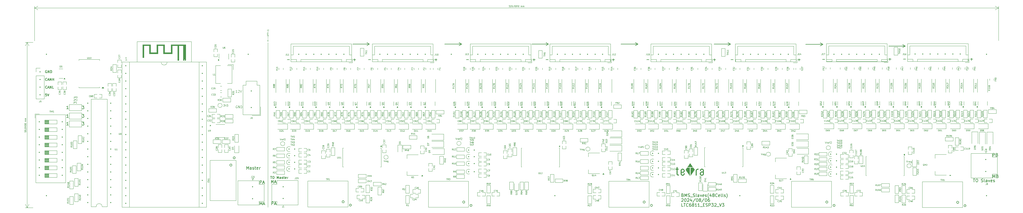
<source format=gbr>
%TF.GenerationSoftware,KiCad,Pcbnew,8.0.4*%
%TF.CreationDate,2024-08-06T18:21:12+08:00*%
%TF.ProjectId,LTC6811_ESP32_V3,4c544336-3831-4315-9f45-535033325f56,rev?*%
%TF.SameCoordinates,Original*%
%TF.FileFunction,Legend,Top*%
%TF.FilePolarity,Positive*%
%FSLAX46Y46*%
G04 Gerber Fmt 4.6, Leading zero omitted, Abs format (unit mm)*
G04 Created by KiCad (PCBNEW 8.0.4) date 2024-08-06 18:21:12*
%MOMM*%
%LPD*%
G01*
G04 APERTURE LIST*
%ADD10C,0.150000*%
%ADD11C,0.120000*%
%ADD12C,0.100000*%
%ADD13C,0.000000*%
%ADD14C,0.010000*%
%ADD15C,0.350000*%
G04 APERTURE END LIST*
D10*
X181800000Y-115641928D02*
X180900000Y-116141928D01*
X239450000Y-115129428D02*
X240350000Y-115629428D01*
X210650000Y-115641928D02*
X209750000Y-116141928D01*
X240350000Y-115629428D02*
X239450000Y-116129428D01*
X265550000Y-115641928D02*
X271050000Y-115641928D01*
D11*
X117500000Y-169841928D02*
X117500000Y-115141928D01*
D10*
X328150000Y-115791928D02*
X329050000Y-116291928D01*
X329050000Y-116291928D02*
X328150000Y-116791928D01*
X271050000Y-115641928D02*
X270150000Y-116141928D01*
X150300000Y-115141928D02*
X151200000Y-115641928D01*
X209750000Y-115141928D02*
X210650000Y-115641928D01*
X323550000Y-116291928D02*
X329050000Y-116291928D01*
X151200000Y-115641928D02*
X150300000Y-116141928D01*
X180900000Y-115141928D02*
X181800000Y-115641928D01*
X296000000Y-115741928D02*
X301500000Y-115741928D01*
X176150000Y-115641928D02*
X181650000Y-115641928D01*
X234700000Y-115641928D02*
X240200000Y-115641928D01*
X270150000Y-115141928D02*
X271050000Y-115641928D01*
X301700000Y-115741928D02*
X300800000Y-116241928D01*
X145700000Y-115641928D02*
X151200000Y-115641928D01*
X205150000Y-115641928D02*
X210650000Y-115641928D01*
X300800000Y-115241928D02*
X301700000Y-115741928D01*
X271186779Y-120830794D02*
X271948684Y-120830794D01*
X150836779Y-120830794D02*
X151598684Y-120830794D01*
X118636779Y-161869819D02*
X118636779Y-160869819D01*
X118636779Y-160869819D02*
X118970112Y-161584104D01*
X118970112Y-161584104D02*
X119303445Y-160869819D01*
X119303445Y-160869819D02*
X119303445Y-161869819D01*
X119732017Y-161584104D02*
X120208207Y-161584104D01*
X119636779Y-161869819D02*
X119970112Y-160869819D01*
X119970112Y-160869819D02*
X120303445Y-161869819D01*
X301536779Y-120763866D02*
X302298684Y-120763866D01*
X183386779Y-120830794D02*
X184148684Y-120830794D01*
X145886779Y-120830794D02*
X146648684Y-120830794D01*
X146267731Y-121211747D02*
X146267731Y-120449842D01*
X328436779Y-120663866D02*
X329198684Y-120663866D01*
X172886779Y-120830794D02*
X173648684Y-120830794D01*
X173267731Y-121211747D02*
X173267731Y-120449842D01*
X358136779Y-152969819D02*
X358136779Y-151969819D01*
X358136779Y-151969819D02*
X358517731Y-151969819D01*
X358517731Y-151969819D02*
X358612969Y-152017438D01*
X358612969Y-152017438D02*
X358660588Y-152065057D01*
X358660588Y-152065057D02*
X358708207Y-152160295D01*
X358708207Y-152160295D02*
X358708207Y-152303152D01*
X358708207Y-152303152D02*
X358660588Y-152398390D01*
X358660588Y-152398390D02*
X358612969Y-152446009D01*
X358612969Y-152446009D02*
X358517731Y-152493628D01*
X358517731Y-152493628D02*
X358136779Y-152493628D01*
X359470112Y-152446009D02*
X359612969Y-152493628D01*
X359612969Y-152493628D02*
X359660588Y-152541247D01*
X359660588Y-152541247D02*
X359708207Y-152636485D01*
X359708207Y-152636485D02*
X359708207Y-152779342D01*
X359708207Y-152779342D02*
X359660588Y-152874580D01*
X359660588Y-152874580D02*
X359612969Y-152922200D01*
X359612969Y-152922200D02*
X359517731Y-152969819D01*
X359517731Y-152969819D02*
X359136779Y-152969819D01*
X359136779Y-152969819D02*
X359136779Y-151969819D01*
X359136779Y-151969819D02*
X359470112Y-151969819D01*
X359470112Y-151969819D02*
X359565350Y-152017438D01*
X359565350Y-152017438D02*
X359612969Y-152065057D01*
X359612969Y-152065057D02*
X359660588Y-152160295D01*
X359660588Y-152160295D02*
X359660588Y-152255533D01*
X359660588Y-152255533D02*
X359612969Y-152350771D01*
X359612969Y-152350771D02*
X359565350Y-152398390D01*
X359565350Y-152398390D02*
X359470112Y-152446009D01*
X359470112Y-152446009D02*
X359136779Y-152446009D01*
X44108207Y-124446588D02*
X44032017Y-124408493D01*
X44032017Y-124408493D02*
X43917731Y-124408493D01*
X43917731Y-124408493D02*
X43803445Y-124446588D01*
X43803445Y-124446588D02*
X43727255Y-124522778D01*
X43727255Y-124522778D02*
X43689160Y-124598969D01*
X43689160Y-124598969D02*
X43651064Y-124751350D01*
X43651064Y-124751350D02*
X43651064Y-124865636D01*
X43651064Y-124865636D02*
X43689160Y-125018017D01*
X43689160Y-125018017D02*
X43727255Y-125094207D01*
X43727255Y-125094207D02*
X43803445Y-125170398D01*
X43803445Y-125170398D02*
X43917731Y-125208493D01*
X43917731Y-125208493D02*
X43993922Y-125208493D01*
X43993922Y-125208493D02*
X44108207Y-125170398D01*
X44108207Y-125170398D02*
X44146303Y-125132302D01*
X44146303Y-125132302D02*
X44146303Y-124865636D01*
X44146303Y-124865636D02*
X43993922Y-124865636D01*
X44489160Y-125208493D02*
X44489160Y-124408493D01*
X44489160Y-124408493D02*
X44946303Y-125208493D01*
X44946303Y-125208493D02*
X44946303Y-124408493D01*
X45327255Y-125208493D02*
X45327255Y-124408493D01*
X45327255Y-124408493D02*
X45517731Y-124408493D01*
X45517731Y-124408493D02*
X45632017Y-124446588D01*
X45632017Y-124446588D02*
X45708207Y-124522778D01*
X45708207Y-124522778D02*
X45746302Y-124598969D01*
X45746302Y-124598969D02*
X45784398Y-124751350D01*
X45784398Y-124751350D02*
X45784398Y-124865636D01*
X45784398Y-124865636D02*
X45746302Y-125018017D01*
X45746302Y-125018017D02*
X45708207Y-125094207D01*
X45708207Y-125094207D02*
X45632017Y-125170398D01*
X45632017Y-125170398D02*
X45517731Y-125208493D01*
X45517731Y-125208493D02*
X45327255Y-125208493D01*
X44146303Y-127708212D02*
X44108207Y-127746308D01*
X44108207Y-127746308D02*
X43993922Y-127784403D01*
X43993922Y-127784403D02*
X43917731Y-127784403D01*
X43917731Y-127784403D02*
X43803445Y-127746308D01*
X43803445Y-127746308D02*
X43727255Y-127670117D01*
X43727255Y-127670117D02*
X43689160Y-127593927D01*
X43689160Y-127593927D02*
X43651064Y-127441546D01*
X43651064Y-127441546D02*
X43651064Y-127327260D01*
X43651064Y-127327260D02*
X43689160Y-127174879D01*
X43689160Y-127174879D02*
X43727255Y-127098688D01*
X43727255Y-127098688D02*
X43803445Y-127022498D01*
X43803445Y-127022498D02*
X43917731Y-126984403D01*
X43917731Y-126984403D02*
X43993922Y-126984403D01*
X43993922Y-126984403D02*
X44108207Y-127022498D01*
X44108207Y-127022498D02*
X44146303Y-127060593D01*
X44451064Y-127555831D02*
X44832017Y-127555831D01*
X44374874Y-127784403D02*
X44641541Y-126984403D01*
X44641541Y-126984403D02*
X44908207Y-127784403D01*
X45174874Y-127784403D02*
X45174874Y-126984403D01*
X45174874Y-126984403D02*
X45632017Y-127784403D01*
X45632017Y-127784403D02*
X45632017Y-126984403D01*
X46012969Y-127784403D02*
X46012969Y-126984403D01*
X46012969Y-127365355D02*
X46470112Y-127365355D01*
X46470112Y-127784403D02*
X46470112Y-126984403D01*
X44146303Y-130284122D02*
X44108207Y-130322218D01*
X44108207Y-130322218D02*
X43993922Y-130360313D01*
X43993922Y-130360313D02*
X43917731Y-130360313D01*
X43917731Y-130360313D02*
X43803445Y-130322218D01*
X43803445Y-130322218D02*
X43727255Y-130246027D01*
X43727255Y-130246027D02*
X43689160Y-130169837D01*
X43689160Y-130169837D02*
X43651064Y-130017456D01*
X43651064Y-130017456D02*
X43651064Y-129903170D01*
X43651064Y-129903170D02*
X43689160Y-129750789D01*
X43689160Y-129750789D02*
X43727255Y-129674598D01*
X43727255Y-129674598D02*
X43803445Y-129598408D01*
X43803445Y-129598408D02*
X43917731Y-129560313D01*
X43917731Y-129560313D02*
X43993922Y-129560313D01*
X43993922Y-129560313D02*
X44108207Y-129598408D01*
X44108207Y-129598408D02*
X44146303Y-129636503D01*
X44451064Y-130131741D02*
X44832017Y-130131741D01*
X44374874Y-130360313D02*
X44641541Y-129560313D01*
X44641541Y-129560313D02*
X44908207Y-130360313D01*
X45174874Y-130360313D02*
X45174874Y-129560313D01*
X45174874Y-129560313D02*
X45632017Y-130360313D01*
X45632017Y-130360313D02*
X45632017Y-129560313D01*
X46393921Y-130360313D02*
X46012969Y-130360313D01*
X46012969Y-130360313D02*
X46012969Y-129560313D01*
X44070112Y-132136223D02*
X43689160Y-132136223D01*
X43689160Y-132136223D02*
X43651064Y-132517175D01*
X43651064Y-132517175D02*
X43689160Y-132479080D01*
X43689160Y-132479080D02*
X43765350Y-132440985D01*
X43765350Y-132440985D02*
X43955826Y-132440985D01*
X43955826Y-132440985D02*
X44032017Y-132479080D01*
X44032017Y-132479080D02*
X44070112Y-132517175D01*
X44070112Y-132517175D02*
X44108207Y-132593366D01*
X44108207Y-132593366D02*
X44108207Y-132783842D01*
X44108207Y-132783842D02*
X44070112Y-132860032D01*
X44070112Y-132860032D02*
X44032017Y-132898128D01*
X44032017Y-132898128D02*
X43955826Y-132936223D01*
X43955826Y-132936223D02*
X43765350Y-132936223D01*
X43765350Y-132936223D02*
X43689160Y-132898128D01*
X43689160Y-132898128D02*
X43651064Y-132860032D01*
X44336779Y-132136223D02*
X44603446Y-132936223D01*
X44603446Y-132936223D02*
X44870112Y-132136223D01*
X358136779Y-160069819D02*
X358136779Y-159069819D01*
X358136779Y-159069819D02*
X358470112Y-159784104D01*
X358470112Y-159784104D02*
X358803445Y-159069819D01*
X358803445Y-159069819D02*
X358803445Y-160069819D01*
X359612969Y-159546009D02*
X359755826Y-159593628D01*
X359755826Y-159593628D02*
X359803445Y-159641247D01*
X359803445Y-159641247D02*
X359851064Y-159736485D01*
X359851064Y-159736485D02*
X359851064Y-159879342D01*
X359851064Y-159879342D02*
X359803445Y-159974580D01*
X359803445Y-159974580D02*
X359755826Y-160022200D01*
X359755826Y-160022200D02*
X359660588Y-160069819D01*
X359660588Y-160069819D02*
X359279636Y-160069819D01*
X359279636Y-160069819D02*
X359279636Y-159069819D01*
X359279636Y-159069819D02*
X359612969Y-159069819D01*
X359612969Y-159069819D02*
X359708207Y-159117438D01*
X359708207Y-159117438D02*
X359755826Y-159165057D01*
X359755826Y-159165057D02*
X359803445Y-159260295D01*
X359803445Y-159260295D02*
X359803445Y-159355533D01*
X359803445Y-159355533D02*
X359755826Y-159450771D01*
X359755826Y-159450771D02*
X359708207Y-159498390D01*
X359708207Y-159498390D02*
X359612969Y-159546009D01*
X359612969Y-159546009D02*
X359279636Y-159546009D01*
X350636779Y-120688866D02*
X351398684Y-120688866D01*
X351017731Y-121069819D02*
X351017731Y-120307914D01*
X205436779Y-120830794D02*
X206198684Y-120830794D01*
X205817731Y-121211747D02*
X205817731Y-120449842D01*
X265336779Y-120830794D02*
X266098684Y-120830794D01*
X265717731Y-121211747D02*
X265717731Y-120449842D01*
D12*
X117766390Y-110855336D02*
X117266390Y-111022002D01*
X117266390Y-111022002D02*
X117766390Y-111188669D01*
X117456866Y-111355335D02*
X117456866Y-111736288D01*
X117290200Y-112188669D02*
X117266390Y-112141050D01*
X117266390Y-112141050D02*
X117266390Y-112045812D01*
X117266390Y-112045812D02*
X117290200Y-111998193D01*
X117290200Y-111998193D02*
X117314009Y-111974383D01*
X117314009Y-111974383D02*
X117361628Y-111950574D01*
X117361628Y-111950574D02*
X117504485Y-111950574D01*
X117504485Y-111950574D02*
X117552104Y-111974383D01*
X117552104Y-111974383D02*
X117575914Y-111998193D01*
X117575914Y-111998193D02*
X117599723Y-112045812D01*
X117599723Y-112045812D02*
X117599723Y-112141050D01*
X117599723Y-112141050D02*
X117575914Y-112188669D01*
X117599723Y-112617240D02*
X117266390Y-112617240D01*
X117599723Y-112402954D02*
X117337819Y-112402954D01*
X117337819Y-112402954D02*
X117290200Y-112426764D01*
X117290200Y-112426764D02*
X117266390Y-112474383D01*
X117266390Y-112474383D02*
X117266390Y-112545811D01*
X117266390Y-112545811D02*
X117290200Y-112593430D01*
X117290200Y-112593430D02*
X117314009Y-112617240D01*
X117599723Y-112783907D02*
X117599723Y-112974383D01*
X117766390Y-112855335D02*
X117337819Y-112855335D01*
X117337819Y-112855335D02*
X117290200Y-112879145D01*
X117290200Y-112879145D02*
X117266390Y-112926764D01*
X117266390Y-112926764D02*
X117266390Y-112974383D01*
X117456866Y-113141049D02*
X117456866Y-113522002D01*
X117456866Y-113760097D02*
X117456866Y-114141050D01*
X117599723Y-114379145D02*
X117456866Y-114760098D01*
X117456866Y-114760098D02*
X117314009Y-114379145D01*
D10*
X114836779Y-162011747D02*
X114836779Y-161011747D01*
X114836779Y-161011747D02*
X115217731Y-161011747D01*
X115217731Y-161011747D02*
X115312969Y-161059366D01*
X115312969Y-161059366D02*
X115360588Y-161106985D01*
X115360588Y-161106985D02*
X115408207Y-161202223D01*
X115408207Y-161202223D02*
X115408207Y-161345080D01*
X115408207Y-161345080D02*
X115360588Y-161440318D01*
X115360588Y-161440318D02*
X115312969Y-161487937D01*
X115312969Y-161487937D02*
X115217731Y-161535556D01*
X115217731Y-161535556D02*
X114836779Y-161535556D01*
X115789160Y-161726032D02*
X116265350Y-161726032D01*
X115693922Y-162011747D02*
X116027255Y-161011747D01*
X116027255Y-161011747D02*
X116360588Y-162011747D01*
X231786779Y-120830794D02*
X232548684Y-120830794D01*
X232167731Y-121211747D02*
X232167731Y-120449842D01*
X110436779Y-157269819D02*
X110436779Y-156269819D01*
X110436779Y-156269819D02*
X110770112Y-156984104D01*
X110770112Y-156984104D02*
X111103445Y-156269819D01*
X111103445Y-156269819D02*
X111103445Y-157269819D01*
X112008207Y-157269819D02*
X112008207Y-156746009D01*
X112008207Y-156746009D02*
X111960588Y-156650771D01*
X111960588Y-156650771D02*
X111865350Y-156603152D01*
X111865350Y-156603152D02*
X111674874Y-156603152D01*
X111674874Y-156603152D02*
X111579636Y-156650771D01*
X112008207Y-157222200D02*
X111912969Y-157269819D01*
X111912969Y-157269819D02*
X111674874Y-157269819D01*
X111674874Y-157269819D02*
X111579636Y-157222200D01*
X111579636Y-157222200D02*
X111532017Y-157126961D01*
X111532017Y-157126961D02*
X111532017Y-157031723D01*
X111532017Y-157031723D02*
X111579636Y-156936485D01*
X111579636Y-156936485D02*
X111674874Y-156888866D01*
X111674874Y-156888866D02*
X111912969Y-156888866D01*
X111912969Y-156888866D02*
X112008207Y-156841247D01*
X112436779Y-157222200D02*
X112532017Y-157269819D01*
X112532017Y-157269819D02*
X112722493Y-157269819D01*
X112722493Y-157269819D02*
X112817731Y-157222200D01*
X112817731Y-157222200D02*
X112865350Y-157126961D01*
X112865350Y-157126961D02*
X112865350Y-157079342D01*
X112865350Y-157079342D02*
X112817731Y-156984104D01*
X112817731Y-156984104D02*
X112722493Y-156936485D01*
X112722493Y-156936485D02*
X112579636Y-156936485D01*
X112579636Y-156936485D02*
X112484398Y-156888866D01*
X112484398Y-156888866D02*
X112436779Y-156793628D01*
X112436779Y-156793628D02*
X112436779Y-156746009D01*
X112436779Y-156746009D02*
X112484398Y-156650771D01*
X112484398Y-156650771D02*
X112579636Y-156603152D01*
X112579636Y-156603152D02*
X112722493Y-156603152D01*
X112722493Y-156603152D02*
X112817731Y-156650771D01*
X113151065Y-156603152D02*
X113532017Y-156603152D01*
X113293922Y-156269819D02*
X113293922Y-157126961D01*
X113293922Y-157126961D02*
X113341541Y-157222200D01*
X113341541Y-157222200D02*
X113436779Y-157269819D01*
X113436779Y-157269819D02*
X113532017Y-157269819D01*
X114246303Y-157222200D02*
X114151065Y-157269819D01*
X114151065Y-157269819D02*
X113960589Y-157269819D01*
X113960589Y-157269819D02*
X113865351Y-157222200D01*
X113865351Y-157222200D02*
X113817732Y-157126961D01*
X113817732Y-157126961D02*
X113817732Y-156746009D01*
X113817732Y-156746009D02*
X113865351Y-156650771D01*
X113865351Y-156650771D02*
X113960589Y-156603152D01*
X113960589Y-156603152D02*
X114151065Y-156603152D01*
X114151065Y-156603152D02*
X114246303Y-156650771D01*
X114246303Y-156650771D02*
X114293922Y-156746009D01*
X114293922Y-156746009D02*
X114293922Y-156841247D01*
X114293922Y-156841247D02*
X113817732Y-156936485D01*
X114722494Y-157269819D02*
X114722494Y-156603152D01*
X114722494Y-156793628D02*
X114770113Y-156698390D01*
X114770113Y-156698390D02*
X114817732Y-156650771D01*
X114817732Y-156650771D02*
X114912970Y-156603152D01*
X114912970Y-156603152D02*
X115008208Y-156603152D01*
X114836779Y-169111747D02*
X114836779Y-168111747D01*
X114836779Y-168111747D02*
X115170112Y-168826032D01*
X115170112Y-168826032D02*
X115503445Y-168111747D01*
X115503445Y-168111747D02*
X115503445Y-169111747D01*
X115932017Y-168826032D02*
X116408207Y-168826032D01*
X115836779Y-169111747D02*
X116170112Y-168111747D01*
X116170112Y-168111747D02*
X116503445Y-169111747D01*
X255170112Y-165868049D02*
X255312969Y-165915668D01*
X255312969Y-165915668D02*
X255360588Y-165963287D01*
X255360588Y-165963287D02*
X255408207Y-166058525D01*
X255408207Y-166058525D02*
X255408207Y-166201382D01*
X255408207Y-166201382D02*
X255360588Y-166296620D01*
X255360588Y-166296620D02*
X255312969Y-166344240D01*
X255312969Y-166344240D02*
X255217731Y-166391859D01*
X255217731Y-166391859D02*
X254836779Y-166391859D01*
X254836779Y-166391859D02*
X254836779Y-165391859D01*
X254836779Y-165391859D02*
X255170112Y-165391859D01*
X255170112Y-165391859D02*
X255265350Y-165439478D01*
X255265350Y-165439478D02*
X255312969Y-165487097D01*
X255312969Y-165487097D02*
X255360588Y-165582335D01*
X255360588Y-165582335D02*
X255360588Y-165677573D01*
X255360588Y-165677573D02*
X255312969Y-165772811D01*
X255312969Y-165772811D02*
X255265350Y-165820430D01*
X255265350Y-165820430D02*
X255170112Y-165868049D01*
X255170112Y-165868049D02*
X254836779Y-165868049D01*
X255836779Y-166391859D02*
X255836779Y-165391859D01*
X255836779Y-165391859D02*
X256170112Y-166106144D01*
X256170112Y-166106144D02*
X256503445Y-165391859D01*
X256503445Y-165391859D02*
X256503445Y-166391859D01*
X256932017Y-166344240D02*
X257074874Y-166391859D01*
X257074874Y-166391859D02*
X257312969Y-166391859D01*
X257312969Y-166391859D02*
X257408207Y-166344240D01*
X257408207Y-166344240D02*
X257455826Y-166296620D01*
X257455826Y-166296620D02*
X257503445Y-166201382D01*
X257503445Y-166201382D02*
X257503445Y-166106144D01*
X257503445Y-166106144D02*
X257455826Y-166010906D01*
X257455826Y-166010906D02*
X257408207Y-165963287D01*
X257408207Y-165963287D02*
X257312969Y-165915668D01*
X257312969Y-165915668D02*
X257122493Y-165868049D01*
X257122493Y-165868049D02*
X257027255Y-165820430D01*
X257027255Y-165820430D02*
X256979636Y-165772811D01*
X256979636Y-165772811D02*
X256932017Y-165677573D01*
X256932017Y-165677573D02*
X256932017Y-165582335D01*
X256932017Y-165582335D02*
X256979636Y-165487097D01*
X256979636Y-165487097D02*
X257027255Y-165439478D01*
X257027255Y-165439478D02*
X257122493Y-165391859D01*
X257122493Y-165391859D02*
X257360588Y-165391859D01*
X257360588Y-165391859D02*
X257503445Y-165439478D01*
X257693922Y-166487097D02*
X258455826Y-166487097D01*
X258646303Y-166344240D02*
X258789160Y-166391859D01*
X258789160Y-166391859D02*
X259027255Y-166391859D01*
X259027255Y-166391859D02*
X259122493Y-166344240D01*
X259122493Y-166344240D02*
X259170112Y-166296620D01*
X259170112Y-166296620D02*
X259217731Y-166201382D01*
X259217731Y-166201382D02*
X259217731Y-166106144D01*
X259217731Y-166106144D02*
X259170112Y-166010906D01*
X259170112Y-166010906D02*
X259122493Y-165963287D01*
X259122493Y-165963287D02*
X259027255Y-165915668D01*
X259027255Y-165915668D02*
X258836779Y-165868049D01*
X258836779Y-165868049D02*
X258741541Y-165820430D01*
X258741541Y-165820430D02*
X258693922Y-165772811D01*
X258693922Y-165772811D02*
X258646303Y-165677573D01*
X258646303Y-165677573D02*
X258646303Y-165582335D01*
X258646303Y-165582335D02*
X258693922Y-165487097D01*
X258693922Y-165487097D02*
X258741541Y-165439478D01*
X258741541Y-165439478D02*
X258836779Y-165391859D01*
X258836779Y-165391859D02*
X259074874Y-165391859D01*
X259074874Y-165391859D02*
X259217731Y-165439478D01*
X259789160Y-166391859D02*
X259693922Y-166344240D01*
X259693922Y-166344240D02*
X259646303Y-166249001D01*
X259646303Y-166249001D02*
X259646303Y-165391859D01*
X260598684Y-166391859D02*
X260598684Y-165868049D01*
X260598684Y-165868049D02*
X260551065Y-165772811D01*
X260551065Y-165772811D02*
X260455827Y-165725192D01*
X260455827Y-165725192D02*
X260265351Y-165725192D01*
X260265351Y-165725192D02*
X260170113Y-165772811D01*
X260598684Y-166344240D02*
X260503446Y-166391859D01*
X260503446Y-166391859D02*
X260265351Y-166391859D01*
X260265351Y-166391859D02*
X260170113Y-166344240D01*
X260170113Y-166344240D02*
X260122494Y-166249001D01*
X260122494Y-166249001D02*
X260122494Y-166153763D01*
X260122494Y-166153763D02*
X260170113Y-166058525D01*
X260170113Y-166058525D02*
X260265351Y-166010906D01*
X260265351Y-166010906D02*
X260503446Y-166010906D01*
X260503446Y-166010906D02*
X260598684Y-165963287D01*
X260979637Y-165725192D02*
X261217732Y-166391859D01*
X261217732Y-166391859D02*
X261455827Y-165725192D01*
X262217732Y-166344240D02*
X262122494Y-166391859D01*
X262122494Y-166391859D02*
X261932018Y-166391859D01*
X261932018Y-166391859D02*
X261836780Y-166344240D01*
X261836780Y-166344240D02*
X261789161Y-166249001D01*
X261789161Y-166249001D02*
X261789161Y-165868049D01*
X261789161Y-165868049D02*
X261836780Y-165772811D01*
X261836780Y-165772811D02*
X261932018Y-165725192D01*
X261932018Y-165725192D02*
X262122494Y-165725192D01*
X262122494Y-165725192D02*
X262217732Y-165772811D01*
X262217732Y-165772811D02*
X262265351Y-165868049D01*
X262265351Y-165868049D02*
X262265351Y-165963287D01*
X262265351Y-165963287D02*
X261789161Y-166058525D01*
X262646304Y-166344240D02*
X262741542Y-166391859D01*
X262741542Y-166391859D02*
X262932018Y-166391859D01*
X262932018Y-166391859D02*
X263027256Y-166344240D01*
X263027256Y-166344240D02*
X263074875Y-166249001D01*
X263074875Y-166249001D02*
X263074875Y-166201382D01*
X263074875Y-166201382D02*
X263027256Y-166106144D01*
X263027256Y-166106144D02*
X262932018Y-166058525D01*
X262932018Y-166058525D02*
X262789161Y-166058525D01*
X262789161Y-166058525D02*
X262693923Y-166010906D01*
X262693923Y-166010906D02*
X262646304Y-165915668D01*
X262646304Y-165915668D02*
X262646304Y-165868049D01*
X262646304Y-165868049D02*
X262693923Y-165772811D01*
X262693923Y-165772811D02*
X262789161Y-165725192D01*
X262789161Y-165725192D02*
X262932018Y-165725192D01*
X262932018Y-165725192D02*
X263027256Y-165772811D01*
X263789161Y-166772811D02*
X263741542Y-166725192D01*
X263741542Y-166725192D02*
X263646304Y-166582335D01*
X263646304Y-166582335D02*
X263598685Y-166487097D01*
X263598685Y-166487097D02*
X263551066Y-166344240D01*
X263551066Y-166344240D02*
X263503447Y-166106144D01*
X263503447Y-166106144D02*
X263503447Y-165915668D01*
X263503447Y-165915668D02*
X263551066Y-165677573D01*
X263551066Y-165677573D02*
X263598685Y-165534716D01*
X263598685Y-165534716D02*
X263646304Y-165439478D01*
X263646304Y-165439478D02*
X263741542Y-165296620D01*
X263741542Y-165296620D02*
X263789161Y-165249001D01*
X264598685Y-165725192D02*
X264598685Y-166391859D01*
X264360590Y-165344240D02*
X264122495Y-166058525D01*
X264122495Y-166058525D02*
X264741542Y-166058525D01*
X265265352Y-165820430D02*
X265170114Y-165772811D01*
X265170114Y-165772811D02*
X265122495Y-165725192D01*
X265122495Y-165725192D02*
X265074876Y-165629954D01*
X265074876Y-165629954D02*
X265074876Y-165582335D01*
X265074876Y-165582335D02*
X265122495Y-165487097D01*
X265122495Y-165487097D02*
X265170114Y-165439478D01*
X265170114Y-165439478D02*
X265265352Y-165391859D01*
X265265352Y-165391859D02*
X265455828Y-165391859D01*
X265455828Y-165391859D02*
X265551066Y-165439478D01*
X265551066Y-165439478D02*
X265598685Y-165487097D01*
X265598685Y-165487097D02*
X265646304Y-165582335D01*
X265646304Y-165582335D02*
X265646304Y-165629954D01*
X265646304Y-165629954D02*
X265598685Y-165725192D01*
X265598685Y-165725192D02*
X265551066Y-165772811D01*
X265551066Y-165772811D02*
X265455828Y-165820430D01*
X265455828Y-165820430D02*
X265265352Y-165820430D01*
X265265352Y-165820430D02*
X265170114Y-165868049D01*
X265170114Y-165868049D02*
X265122495Y-165915668D01*
X265122495Y-165915668D02*
X265074876Y-166010906D01*
X265074876Y-166010906D02*
X265074876Y-166201382D01*
X265074876Y-166201382D02*
X265122495Y-166296620D01*
X265122495Y-166296620D02*
X265170114Y-166344240D01*
X265170114Y-166344240D02*
X265265352Y-166391859D01*
X265265352Y-166391859D02*
X265455828Y-166391859D01*
X265455828Y-166391859D02*
X265551066Y-166344240D01*
X265551066Y-166344240D02*
X265598685Y-166296620D01*
X265598685Y-166296620D02*
X265646304Y-166201382D01*
X265646304Y-166201382D02*
X265646304Y-166010906D01*
X265646304Y-166010906D02*
X265598685Y-165915668D01*
X265598685Y-165915668D02*
X265551066Y-165868049D01*
X265551066Y-165868049D02*
X265455828Y-165820430D01*
X266646304Y-166296620D02*
X266598685Y-166344240D01*
X266598685Y-166344240D02*
X266455828Y-166391859D01*
X266455828Y-166391859D02*
X266360590Y-166391859D01*
X266360590Y-166391859D02*
X266217733Y-166344240D01*
X266217733Y-166344240D02*
X266122495Y-166249001D01*
X266122495Y-166249001D02*
X266074876Y-166153763D01*
X266074876Y-166153763D02*
X266027257Y-165963287D01*
X266027257Y-165963287D02*
X266027257Y-165820430D01*
X266027257Y-165820430D02*
X266074876Y-165629954D01*
X266074876Y-165629954D02*
X266122495Y-165534716D01*
X266122495Y-165534716D02*
X266217733Y-165439478D01*
X266217733Y-165439478D02*
X266360590Y-165391859D01*
X266360590Y-165391859D02*
X266455828Y-165391859D01*
X266455828Y-165391859D02*
X266598685Y-165439478D01*
X266598685Y-165439478D02*
X266646304Y-165487097D01*
X267455828Y-166344240D02*
X267360590Y-166391859D01*
X267360590Y-166391859D02*
X267170114Y-166391859D01*
X267170114Y-166391859D02*
X267074876Y-166344240D01*
X267074876Y-166344240D02*
X267027257Y-166249001D01*
X267027257Y-166249001D02*
X267027257Y-165868049D01*
X267027257Y-165868049D02*
X267074876Y-165772811D01*
X267074876Y-165772811D02*
X267170114Y-165725192D01*
X267170114Y-165725192D02*
X267360590Y-165725192D01*
X267360590Y-165725192D02*
X267455828Y-165772811D01*
X267455828Y-165772811D02*
X267503447Y-165868049D01*
X267503447Y-165868049D02*
X267503447Y-165963287D01*
X267503447Y-165963287D02*
X267027257Y-166058525D01*
X268074876Y-166391859D02*
X267979638Y-166344240D01*
X267979638Y-166344240D02*
X267932019Y-166249001D01*
X267932019Y-166249001D02*
X267932019Y-165391859D01*
X268598686Y-166391859D02*
X268503448Y-166344240D01*
X268503448Y-166344240D02*
X268455829Y-166249001D01*
X268455829Y-166249001D02*
X268455829Y-165391859D01*
X268932020Y-166344240D02*
X269027258Y-166391859D01*
X269027258Y-166391859D02*
X269217734Y-166391859D01*
X269217734Y-166391859D02*
X269312972Y-166344240D01*
X269312972Y-166344240D02*
X269360591Y-166249001D01*
X269360591Y-166249001D02*
X269360591Y-166201382D01*
X269360591Y-166201382D02*
X269312972Y-166106144D01*
X269312972Y-166106144D02*
X269217734Y-166058525D01*
X269217734Y-166058525D02*
X269074877Y-166058525D01*
X269074877Y-166058525D02*
X268979639Y-166010906D01*
X268979639Y-166010906D02*
X268932020Y-165915668D01*
X268932020Y-165915668D02*
X268932020Y-165868049D01*
X268932020Y-165868049D02*
X268979639Y-165772811D01*
X268979639Y-165772811D02*
X269074877Y-165725192D01*
X269074877Y-165725192D02*
X269217734Y-165725192D01*
X269217734Y-165725192D02*
X269312972Y-165772811D01*
X269693925Y-166772811D02*
X269741544Y-166725192D01*
X269741544Y-166725192D02*
X269836782Y-166582335D01*
X269836782Y-166582335D02*
X269884401Y-166487097D01*
X269884401Y-166487097D02*
X269932020Y-166344240D01*
X269932020Y-166344240D02*
X269979639Y-166106144D01*
X269979639Y-166106144D02*
X269979639Y-165915668D01*
X269979639Y-165915668D02*
X269932020Y-165677573D01*
X269932020Y-165677573D02*
X269884401Y-165534716D01*
X269884401Y-165534716D02*
X269836782Y-165439478D01*
X269836782Y-165439478D02*
X269741544Y-165296620D01*
X269741544Y-165296620D02*
X269693925Y-165249001D01*
X254789160Y-167097041D02*
X254836779Y-167049422D01*
X254836779Y-167049422D02*
X254932017Y-167001803D01*
X254932017Y-167001803D02*
X255170112Y-167001803D01*
X255170112Y-167001803D02*
X255265350Y-167049422D01*
X255265350Y-167049422D02*
X255312969Y-167097041D01*
X255312969Y-167097041D02*
X255360588Y-167192279D01*
X255360588Y-167192279D02*
X255360588Y-167287517D01*
X255360588Y-167287517D02*
X255312969Y-167430374D01*
X255312969Y-167430374D02*
X254741541Y-168001803D01*
X254741541Y-168001803D02*
X255360588Y-168001803D01*
X255979636Y-167001803D02*
X256074874Y-167001803D01*
X256074874Y-167001803D02*
X256170112Y-167049422D01*
X256170112Y-167049422D02*
X256217731Y-167097041D01*
X256217731Y-167097041D02*
X256265350Y-167192279D01*
X256265350Y-167192279D02*
X256312969Y-167382755D01*
X256312969Y-167382755D02*
X256312969Y-167620850D01*
X256312969Y-167620850D02*
X256265350Y-167811326D01*
X256265350Y-167811326D02*
X256217731Y-167906564D01*
X256217731Y-167906564D02*
X256170112Y-167954184D01*
X256170112Y-167954184D02*
X256074874Y-168001803D01*
X256074874Y-168001803D02*
X255979636Y-168001803D01*
X255979636Y-168001803D02*
X255884398Y-167954184D01*
X255884398Y-167954184D02*
X255836779Y-167906564D01*
X255836779Y-167906564D02*
X255789160Y-167811326D01*
X255789160Y-167811326D02*
X255741541Y-167620850D01*
X255741541Y-167620850D02*
X255741541Y-167382755D01*
X255741541Y-167382755D02*
X255789160Y-167192279D01*
X255789160Y-167192279D02*
X255836779Y-167097041D01*
X255836779Y-167097041D02*
X255884398Y-167049422D01*
X255884398Y-167049422D02*
X255979636Y-167001803D01*
X256693922Y-167097041D02*
X256741541Y-167049422D01*
X256741541Y-167049422D02*
X256836779Y-167001803D01*
X256836779Y-167001803D02*
X257074874Y-167001803D01*
X257074874Y-167001803D02*
X257170112Y-167049422D01*
X257170112Y-167049422D02*
X257217731Y-167097041D01*
X257217731Y-167097041D02*
X257265350Y-167192279D01*
X257265350Y-167192279D02*
X257265350Y-167287517D01*
X257265350Y-167287517D02*
X257217731Y-167430374D01*
X257217731Y-167430374D02*
X256646303Y-168001803D01*
X256646303Y-168001803D02*
X257265350Y-168001803D01*
X258122493Y-167335136D02*
X258122493Y-168001803D01*
X257884398Y-166954184D02*
X257646303Y-167668469D01*
X257646303Y-167668469D02*
X258265350Y-167668469D01*
X259360588Y-166954184D02*
X258503446Y-168239898D01*
X259884398Y-167001803D02*
X259979636Y-167001803D01*
X259979636Y-167001803D02*
X260074874Y-167049422D01*
X260074874Y-167049422D02*
X260122493Y-167097041D01*
X260122493Y-167097041D02*
X260170112Y-167192279D01*
X260170112Y-167192279D02*
X260217731Y-167382755D01*
X260217731Y-167382755D02*
X260217731Y-167620850D01*
X260217731Y-167620850D02*
X260170112Y-167811326D01*
X260170112Y-167811326D02*
X260122493Y-167906564D01*
X260122493Y-167906564D02*
X260074874Y-167954184D01*
X260074874Y-167954184D02*
X259979636Y-168001803D01*
X259979636Y-168001803D02*
X259884398Y-168001803D01*
X259884398Y-168001803D02*
X259789160Y-167954184D01*
X259789160Y-167954184D02*
X259741541Y-167906564D01*
X259741541Y-167906564D02*
X259693922Y-167811326D01*
X259693922Y-167811326D02*
X259646303Y-167620850D01*
X259646303Y-167620850D02*
X259646303Y-167382755D01*
X259646303Y-167382755D02*
X259693922Y-167192279D01*
X259693922Y-167192279D02*
X259741541Y-167097041D01*
X259741541Y-167097041D02*
X259789160Y-167049422D01*
X259789160Y-167049422D02*
X259884398Y-167001803D01*
X260789160Y-167430374D02*
X260693922Y-167382755D01*
X260693922Y-167382755D02*
X260646303Y-167335136D01*
X260646303Y-167335136D02*
X260598684Y-167239898D01*
X260598684Y-167239898D02*
X260598684Y-167192279D01*
X260598684Y-167192279D02*
X260646303Y-167097041D01*
X260646303Y-167097041D02*
X260693922Y-167049422D01*
X260693922Y-167049422D02*
X260789160Y-167001803D01*
X260789160Y-167001803D02*
X260979636Y-167001803D01*
X260979636Y-167001803D02*
X261074874Y-167049422D01*
X261074874Y-167049422D02*
X261122493Y-167097041D01*
X261122493Y-167097041D02*
X261170112Y-167192279D01*
X261170112Y-167192279D02*
X261170112Y-167239898D01*
X261170112Y-167239898D02*
X261122493Y-167335136D01*
X261122493Y-167335136D02*
X261074874Y-167382755D01*
X261074874Y-167382755D02*
X260979636Y-167430374D01*
X260979636Y-167430374D02*
X260789160Y-167430374D01*
X260789160Y-167430374D02*
X260693922Y-167477993D01*
X260693922Y-167477993D02*
X260646303Y-167525612D01*
X260646303Y-167525612D02*
X260598684Y-167620850D01*
X260598684Y-167620850D02*
X260598684Y-167811326D01*
X260598684Y-167811326D02*
X260646303Y-167906564D01*
X260646303Y-167906564D02*
X260693922Y-167954184D01*
X260693922Y-167954184D02*
X260789160Y-168001803D01*
X260789160Y-168001803D02*
X260979636Y-168001803D01*
X260979636Y-168001803D02*
X261074874Y-167954184D01*
X261074874Y-167954184D02*
X261122493Y-167906564D01*
X261122493Y-167906564D02*
X261170112Y-167811326D01*
X261170112Y-167811326D02*
X261170112Y-167620850D01*
X261170112Y-167620850D02*
X261122493Y-167525612D01*
X261122493Y-167525612D02*
X261074874Y-167477993D01*
X261074874Y-167477993D02*
X260979636Y-167430374D01*
X262312969Y-166954184D02*
X261455827Y-168239898D01*
X262836779Y-167001803D02*
X262932017Y-167001803D01*
X262932017Y-167001803D02*
X263027255Y-167049422D01*
X263027255Y-167049422D02*
X263074874Y-167097041D01*
X263074874Y-167097041D02*
X263122493Y-167192279D01*
X263122493Y-167192279D02*
X263170112Y-167382755D01*
X263170112Y-167382755D02*
X263170112Y-167620850D01*
X263170112Y-167620850D02*
X263122493Y-167811326D01*
X263122493Y-167811326D02*
X263074874Y-167906564D01*
X263074874Y-167906564D02*
X263027255Y-167954184D01*
X263027255Y-167954184D02*
X262932017Y-168001803D01*
X262932017Y-168001803D02*
X262836779Y-168001803D01*
X262836779Y-168001803D02*
X262741541Y-167954184D01*
X262741541Y-167954184D02*
X262693922Y-167906564D01*
X262693922Y-167906564D02*
X262646303Y-167811326D01*
X262646303Y-167811326D02*
X262598684Y-167620850D01*
X262598684Y-167620850D02*
X262598684Y-167382755D01*
X262598684Y-167382755D02*
X262646303Y-167192279D01*
X262646303Y-167192279D02*
X262693922Y-167097041D01*
X262693922Y-167097041D02*
X262741541Y-167049422D01*
X262741541Y-167049422D02*
X262836779Y-167001803D01*
X264027255Y-167001803D02*
X263836779Y-167001803D01*
X263836779Y-167001803D02*
X263741541Y-167049422D01*
X263741541Y-167049422D02*
X263693922Y-167097041D01*
X263693922Y-167097041D02*
X263598684Y-167239898D01*
X263598684Y-167239898D02*
X263551065Y-167430374D01*
X263551065Y-167430374D02*
X263551065Y-167811326D01*
X263551065Y-167811326D02*
X263598684Y-167906564D01*
X263598684Y-167906564D02*
X263646303Y-167954184D01*
X263646303Y-167954184D02*
X263741541Y-168001803D01*
X263741541Y-168001803D02*
X263932017Y-168001803D01*
X263932017Y-168001803D02*
X264027255Y-167954184D01*
X264027255Y-167954184D02*
X264074874Y-167906564D01*
X264074874Y-167906564D02*
X264122493Y-167811326D01*
X264122493Y-167811326D02*
X264122493Y-167573231D01*
X264122493Y-167573231D02*
X264074874Y-167477993D01*
X264074874Y-167477993D02*
X264027255Y-167430374D01*
X264027255Y-167430374D02*
X263932017Y-167382755D01*
X263932017Y-167382755D02*
X263741541Y-167382755D01*
X263741541Y-167382755D02*
X263646303Y-167430374D01*
X263646303Y-167430374D02*
X263598684Y-167477993D01*
X263598684Y-167477993D02*
X263551065Y-167573231D01*
X255312969Y-169611747D02*
X254836779Y-169611747D01*
X254836779Y-169611747D02*
X254836779Y-168611747D01*
X255503446Y-168611747D02*
X256074874Y-168611747D01*
X255789160Y-169611747D02*
X255789160Y-168611747D01*
X256979636Y-169516508D02*
X256932017Y-169564128D01*
X256932017Y-169564128D02*
X256789160Y-169611747D01*
X256789160Y-169611747D02*
X256693922Y-169611747D01*
X256693922Y-169611747D02*
X256551065Y-169564128D01*
X256551065Y-169564128D02*
X256455827Y-169468889D01*
X256455827Y-169468889D02*
X256408208Y-169373651D01*
X256408208Y-169373651D02*
X256360589Y-169183175D01*
X256360589Y-169183175D02*
X256360589Y-169040318D01*
X256360589Y-169040318D02*
X256408208Y-168849842D01*
X256408208Y-168849842D02*
X256455827Y-168754604D01*
X256455827Y-168754604D02*
X256551065Y-168659366D01*
X256551065Y-168659366D02*
X256693922Y-168611747D01*
X256693922Y-168611747D02*
X256789160Y-168611747D01*
X256789160Y-168611747D02*
X256932017Y-168659366D01*
X256932017Y-168659366D02*
X256979636Y-168706985D01*
X257836779Y-168611747D02*
X257646303Y-168611747D01*
X257646303Y-168611747D02*
X257551065Y-168659366D01*
X257551065Y-168659366D02*
X257503446Y-168706985D01*
X257503446Y-168706985D02*
X257408208Y-168849842D01*
X257408208Y-168849842D02*
X257360589Y-169040318D01*
X257360589Y-169040318D02*
X257360589Y-169421270D01*
X257360589Y-169421270D02*
X257408208Y-169516508D01*
X257408208Y-169516508D02*
X257455827Y-169564128D01*
X257455827Y-169564128D02*
X257551065Y-169611747D01*
X257551065Y-169611747D02*
X257741541Y-169611747D01*
X257741541Y-169611747D02*
X257836779Y-169564128D01*
X257836779Y-169564128D02*
X257884398Y-169516508D01*
X257884398Y-169516508D02*
X257932017Y-169421270D01*
X257932017Y-169421270D02*
X257932017Y-169183175D01*
X257932017Y-169183175D02*
X257884398Y-169087937D01*
X257884398Y-169087937D02*
X257836779Y-169040318D01*
X257836779Y-169040318D02*
X257741541Y-168992699D01*
X257741541Y-168992699D02*
X257551065Y-168992699D01*
X257551065Y-168992699D02*
X257455827Y-169040318D01*
X257455827Y-169040318D02*
X257408208Y-169087937D01*
X257408208Y-169087937D02*
X257360589Y-169183175D01*
X258503446Y-169040318D02*
X258408208Y-168992699D01*
X258408208Y-168992699D02*
X258360589Y-168945080D01*
X258360589Y-168945080D02*
X258312970Y-168849842D01*
X258312970Y-168849842D02*
X258312970Y-168802223D01*
X258312970Y-168802223D02*
X258360589Y-168706985D01*
X258360589Y-168706985D02*
X258408208Y-168659366D01*
X258408208Y-168659366D02*
X258503446Y-168611747D01*
X258503446Y-168611747D02*
X258693922Y-168611747D01*
X258693922Y-168611747D02*
X258789160Y-168659366D01*
X258789160Y-168659366D02*
X258836779Y-168706985D01*
X258836779Y-168706985D02*
X258884398Y-168802223D01*
X258884398Y-168802223D02*
X258884398Y-168849842D01*
X258884398Y-168849842D02*
X258836779Y-168945080D01*
X258836779Y-168945080D02*
X258789160Y-168992699D01*
X258789160Y-168992699D02*
X258693922Y-169040318D01*
X258693922Y-169040318D02*
X258503446Y-169040318D01*
X258503446Y-169040318D02*
X258408208Y-169087937D01*
X258408208Y-169087937D02*
X258360589Y-169135556D01*
X258360589Y-169135556D02*
X258312970Y-169230794D01*
X258312970Y-169230794D02*
X258312970Y-169421270D01*
X258312970Y-169421270D02*
X258360589Y-169516508D01*
X258360589Y-169516508D02*
X258408208Y-169564128D01*
X258408208Y-169564128D02*
X258503446Y-169611747D01*
X258503446Y-169611747D02*
X258693922Y-169611747D01*
X258693922Y-169611747D02*
X258789160Y-169564128D01*
X258789160Y-169564128D02*
X258836779Y-169516508D01*
X258836779Y-169516508D02*
X258884398Y-169421270D01*
X258884398Y-169421270D02*
X258884398Y-169230794D01*
X258884398Y-169230794D02*
X258836779Y-169135556D01*
X258836779Y-169135556D02*
X258789160Y-169087937D01*
X258789160Y-169087937D02*
X258693922Y-169040318D01*
X259836779Y-169611747D02*
X259265351Y-169611747D01*
X259551065Y-169611747D02*
X259551065Y-168611747D01*
X259551065Y-168611747D02*
X259455827Y-168754604D01*
X259455827Y-168754604D02*
X259360589Y-168849842D01*
X259360589Y-168849842D02*
X259265351Y-168897461D01*
X260789160Y-169611747D02*
X260217732Y-169611747D01*
X260503446Y-169611747D02*
X260503446Y-168611747D01*
X260503446Y-168611747D02*
X260408208Y-168754604D01*
X260408208Y-168754604D02*
X260312970Y-168849842D01*
X260312970Y-168849842D02*
X260217732Y-168897461D01*
X260979637Y-169706985D02*
X261741541Y-169706985D01*
X261979637Y-169087937D02*
X262312970Y-169087937D01*
X262455827Y-169611747D02*
X261979637Y-169611747D01*
X261979637Y-169611747D02*
X261979637Y-168611747D01*
X261979637Y-168611747D02*
X262455827Y-168611747D01*
X262836780Y-169564128D02*
X262979637Y-169611747D01*
X262979637Y-169611747D02*
X263217732Y-169611747D01*
X263217732Y-169611747D02*
X263312970Y-169564128D01*
X263312970Y-169564128D02*
X263360589Y-169516508D01*
X263360589Y-169516508D02*
X263408208Y-169421270D01*
X263408208Y-169421270D02*
X263408208Y-169326032D01*
X263408208Y-169326032D02*
X263360589Y-169230794D01*
X263360589Y-169230794D02*
X263312970Y-169183175D01*
X263312970Y-169183175D02*
X263217732Y-169135556D01*
X263217732Y-169135556D02*
X263027256Y-169087937D01*
X263027256Y-169087937D02*
X262932018Y-169040318D01*
X262932018Y-169040318D02*
X262884399Y-168992699D01*
X262884399Y-168992699D02*
X262836780Y-168897461D01*
X262836780Y-168897461D02*
X262836780Y-168802223D01*
X262836780Y-168802223D02*
X262884399Y-168706985D01*
X262884399Y-168706985D02*
X262932018Y-168659366D01*
X262932018Y-168659366D02*
X263027256Y-168611747D01*
X263027256Y-168611747D02*
X263265351Y-168611747D01*
X263265351Y-168611747D02*
X263408208Y-168659366D01*
X263836780Y-169611747D02*
X263836780Y-168611747D01*
X263836780Y-168611747D02*
X264217732Y-168611747D01*
X264217732Y-168611747D02*
X264312970Y-168659366D01*
X264312970Y-168659366D02*
X264360589Y-168706985D01*
X264360589Y-168706985D02*
X264408208Y-168802223D01*
X264408208Y-168802223D02*
X264408208Y-168945080D01*
X264408208Y-168945080D02*
X264360589Y-169040318D01*
X264360589Y-169040318D02*
X264312970Y-169087937D01*
X264312970Y-169087937D02*
X264217732Y-169135556D01*
X264217732Y-169135556D02*
X263836780Y-169135556D01*
X264741542Y-168611747D02*
X265360589Y-168611747D01*
X265360589Y-168611747D02*
X265027256Y-168992699D01*
X265027256Y-168992699D02*
X265170113Y-168992699D01*
X265170113Y-168992699D02*
X265265351Y-169040318D01*
X265265351Y-169040318D02*
X265312970Y-169087937D01*
X265312970Y-169087937D02*
X265360589Y-169183175D01*
X265360589Y-169183175D02*
X265360589Y-169421270D01*
X265360589Y-169421270D02*
X265312970Y-169516508D01*
X265312970Y-169516508D02*
X265265351Y-169564128D01*
X265265351Y-169564128D02*
X265170113Y-169611747D01*
X265170113Y-169611747D02*
X264884399Y-169611747D01*
X264884399Y-169611747D02*
X264789161Y-169564128D01*
X264789161Y-169564128D02*
X264741542Y-169516508D01*
X265741542Y-168706985D02*
X265789161Y-168659366D01*
X265789161Y-168659366D02*
X265884399Y-168611747D01*
X265884399Y-168611747D02*
X266122494Y-168611747D01*
X266122494Y-168611747D02*
X266217732Y-168659366D01*
X266217732Y-168659366D02*
X266265351Y-168706985D01*
X266265351Y-168706985D02*
X266312970Y-168802223D01*
X266312970Y-168802223D02*
X266312970Y-168897461D01*
X266312970Y-168897461D02*
X266265351Y-169040318D01*
X266265351Y-169040318D02*
X265693923Y-169611747D01*
X265693923Y-169611747D02*
X266312970Y-169611747D01*
X266503447Y-169706985D02*
X267265351Y-169706985D01*
X267360590Y-168611747D02*
X267693923Y-169611747D01*
X267693923Y-169611747D02*
X268027256Y-168611747D01*
X268265352Y-168611747D02*
X268884399Y-168611747D01*
X268884399Y-168611747D02*
X268551066Y-168992699D01*
X268551066Y-168992699D02*
X268693923Y-168992699D01*
X268693923Y-168992699D02*
X268789161Y-169040318D01*
X268789161Y-169040318D02*
X268836780Y-169087937D01*
X268836780Y-169087937D02*
X268884399Y-169183175D01*
X268884399Y-169183175D02*
X268884399Y-169421270D01*
X268884399Y-169421270D02*
X268836780Y-169516508D01*
X268836780Y-169516508D02*
X268789161Y-169564128D01*
X268789161Y-169564128D02*
X268693923Y-169611747D01*
X268693923Y-169611747D02*
X268408209Y-169611747D01*
X268408209Y-169611747D02*
X268312971Y-169564128D01*
X268312971Y-169564128D02*
X268265352Y-169516508D01*
X243186779Y-120830794D02*
X243948684Y-120830794D01*
X293386779Y-120830794D02*
X294148684Y-120830794D01*
X293767731Y-121211747D02*
X293767731Y-120449842D01*
X323536779Y-120663866D02*
X324298684Y-120663866D01*
X323917731Y-121044819D02*
X323917731Y-120282914D01*
X118374874Y-159594295D02*
X118832017Y-159594295D01*
X118603445Y-160394295D02*
X118603445Y-159594295D01*
X119251065Y-159594295D02*
X119403446Y-159594295D01*
X119403446Y-159594295D02*
X119479636Y-159632390D01*
X119479636Y-159632390D02*
X119555827Y-159708580D01*
X119555827Y-159708580D02*
X119593922Y-159860961D01*
X119593922Y-159860961D02*
X119593922Y-160127628D01*
X119593922Y-160127628D02*
X119555827Y-160280009D01*
X119555827Y-160280009D02*
X119479636Y-160356200D01*
X119479636Y-160356200D02*
X119403446Y-160394295D01*
X119403446Y-160394295D02*
X119251065Y-160394295D01*
X119251065Y-160394295D02*
X119174874Y-160356200D01*
X119174874Y-160356200D02*
X119098684Y-160280009D01*
X119098684Y-160280009D02*
X119060588Y-160127628D01*
X119060588Y-160127628D02*
X119060588Y-159860961D01*
X119060588Y-159860961D02*
X119098684Y-159708580D01*
X119098684Y-159708580D02*
X119174874Y-159632390D01*
X119174874Y-159632390D02*
X119251065Y-159594295D01*
X120546303Y-160394295D02*
X120546303Y-159594295D01*
X120546303Y-159594295D02*
X120812969Y-160165723D01*
X120812969Y-160165723D02*
X121079636Y-159594295D01*
X121079636Y-159594295D02*
X121079636Y-160394295D01*
X121803446Y-160394295D02*
X121803446Y-159975247D01*
X121803446Y-159975247D02*
X121765351Y-159899057D01*
X121765351Y-159899057D02*
X121689160Y-159860961D01*
X121689160Y-159860961D02*
X121536779Y-159860961D01*
X121536779Y-159860961D02*
X121460589Y-159899057D01*
X121803446Y-160356200D02*
X121727255Y-160394295D01*
X121727255Y-160394295D02*
X121536779Y-160394295D01*
X121536779Y-160394295D02*
X121460589Y-160356200D01*
X121460589Y-160356200D02*
X121422493Y-160280009D01*
X121422493Y-160280009D02*
X121422493Y-160203819D01*
X121422493Y-160203819D02*
X121460589Y-160127628D01*
X121460589Y-160127628D02*
X121536779Y-160089533D01*
X121536779Y-160089533D02*
X121727255Y-160089533D01*
X121727255Y-160089533D02*
X121803446Y-160051438D01*
X122146303Y-160356200D02*
X122222494Y-160394295D01*
X122222494Y-160394295D02*
X122374875Y-160394295D01*
X122374875Y-160394295D02*
X122451065Y-160356200D01*
X122451065Y-160356200D02*
X122489161Y-160280009D01*
X122489161Y-160280009D02*
X122489161Y-160241914D01*
X122489161Y-160241914D02*
X122451065Y-160165723D01*
X122451065Y-160165723D02*
X122374875Y-160127628D01*
X122374875Y-160127628D02*
X122260589Y-160127628D01*
X122260589Y-160127628D02*
X122184399Y-160089533D01*
X122184399Y-160089533D02*
X122146303Y-160013342D01*
X122146303Y-160013342D02*
X122146303Y-159975247D01*
X122146303Y-159975247D02*
X122184399Y-159899057D01*
X122184399Y-159899057D02*
X122260589Y-159860961D01*
X122260589Y-159860961D02*
X122374875Y-159860961D01*
X122374875Y-159860961D02*
X122451065Y-159899057D01*
X122717732Y-159860961D02*
X123022494Y-159860961D01*
X122832018Y-159594295D02*
X122832018Y-160280009D01*
X122832018Y-160280009D02*
X122870113Y-160356200D01*
X122870113Y-160356200D02*
X122946303Y-160394295D01*
X122946303Y-160394295D02*
X123022494Y-160394295D01*
X123593923Y-160356200D02*
X123517732Y-160394295D01*
X123517732Y-160394295D02*
X123365351Y-160394295D01*
X123365351Y-160394295D02*
X123289161Y-160356200D01*
X123289161Y-160356200D02*
X123251065Y-160280009D01*
X123251065Y-160280009D02*
X123251065Y-159975247D01*
X123251065Y-159975247D02*
X123289161Y-159899057D01*
X123289161Y-159899057D02*
X123365351Y-159860961D01*
X123365351Y-159860961D02*
X123517732Y-159860961D01*
X123517732Y-159860961D02*
X123593923Y-159899057D01*
X123593923Y-159899057D02*
X123632018Y-159975247D01*
X123632018Y-159975247D02*
X123632018Y-160051438D01*
X123632018Y-160051438D02*
X123251065Y-160127628D01*
X123974875Y-160394295D02*
X123974875Y-159860961D01*
X123974875Y-160013342D02*
X124012970Y-159937152D01*
X124012970Y-159937152D02*
X124051065Y-159899057D01*
X124051065Y-159899057D02*
X124127256Y-159860961D01*
X124127256Y-159860961D02*
X124203446Y-159860961D01*
X118736779Y-169069819D02*
X118736779Y-168069819D01*
X118736779Y-168069819D02*
X119117731Y-168069819D01*
X119117731Y-168069819D02*
X119212969Y-168117438D01*
X119212969Y-168117438D02*
X119260588Y-168165057D01*
X119260588Y-168165057D02*
X119308207Y-168260295D01*
X119308207Y-168260295D02*
X119308207Y-168403152D01*
X119308207Y-168403152D02*
X119260588Y-168498390D01*
X119260588Y-168498390D02*
X119212969Y-168546009D01*
X119212969Y-168546009D02*
X119117731Y-168593628D01*
X119117731Y-168593628D02*
X118736779Y-168593628D01*
X119689160Y-168784104D02*
X120165350Y-168784104D01*
X119593922Y-169069819D02*
X119927255Y-168069819D01*
X119927255Y-168069819D02*
X120260588Y-169069819D01*
X209736779Y-120830794D02*
X210498684Y-120830794D01*
D11*
X107288470Y-131744035D02*
X106831327Y-131744035D01*
X107059899Y-131744035D02*
X107059899Y-130944035D01*
X107059899Y-130944035D02*
X106983708Y-131058320D01*
X106983708Y-131058320D02*
X106907518Y-131134511D01*
X106907518Y-131134511D02*
X106831327Y-131172606D01*
X107593232Y-131020225D02*
X107631328Y-130982130D01*
X107631328Y-130982130D02*
X107707518Y-130944035D01*
X107707518Y-130944035D02*
X107897994Y-130944035D01*
X107897994Y-130944035D02*
X107974185Y-130982130D01*
X107974185Y-130982130D02*
X108012280Y-131020225D01*
X108012280Y-131020225D02*
X108050375Y-131096416D01*
X108050375Y-131096416D02*
X108050375Y-131172606D01*
X108050375Y-131172606D02*
X108012280Y-131286892D01*
X108012280Y-131286892D02*
X107555137Y-131744035D01*
X107555137Y-131744035D02*
X108050375Y-131744035D01*
X108278947Y-130944035D02*
X108545614Y-131744035D01*
X108545614Y-131744035D02*
X108812280Y-130944035D01*
X107288470Y-136133950D02*
X107212280Y-136095855D01*
X107212280Y-136095855D02*
X107097994Y-136095855D01*
X107097994Y-136095855D02*
X106983708Y-136133950D01*
X106983708Y-136133950D02*
X106907518Y-136210140D01*
X106907518Y-136210140D02*
X106869423Y-136286331D01*
X106869423Y-136286331D02*
X106831327Y-136438712D01*
X106831327Y-136438712D02*
X106831327Y-136552998D01*
X106831327Y-136552998D02*
X106869423Y-136705379D01*
X106869423Y-136705379D02*
X106907518Y-136781569D01*
X106907518Y-136781569D02*
X106983708Y-136857760D01*
X106983708Y-136857760D02*
X107097994Y-136895855D01*
X107097994Y-136895855D02*
X107174185Y-136895855D01*
X107174185Y-136895855D02*
X107288470Y-136857760D01*
X107288470Y-136857760D02*
X107326566Y-136819664D01*
X107326566Y-136819664D02*
X107326566Y-136552998D01*
X107326566Y-136552998D02*
X107174185Y-136552998D01*
X107669423Y-136895855D02*
X107669423Y-136095855D01*
X107669423Y-136095855D02*
X108126566Y-136895855D01*
X108126566Y-136895855D02*
X108126566Y-136095855D01*
X108507518Y-136895855D02*
X108507518Y-136095855D01*
X108507518Y-136095855D02*
X108697994Y-136095855D01*
X108697994Y-136095855D02*
X108812280Y-136133950D01*
X108812280Y-136133950D02*
X108888470Y-136210140D01*
X108888470Y-136210140D02*
X108926565Y-136286331D01*
X108926565Y-136286331D02*
X108964661Y-136438712D01*
X108964661Y-136438712D02*
X108964661Y-136552998D01*
X108964661Y-136552998D02*
X108926565Y-136705379D01*
X108926565Y-136705379D02*
X108888470Y-136781569D01*
X108888470Y-136781569D02*
X108812280Y-136857760D01*
X108812280Y-136857760D02*
X108697994Y-136895855D01*
X108697994Y-136895855D02*
X108507518Y-136895855D01*
D10*
X123936779Y-120830794D02*
X124698684Y-120830794D01*
X351593922Y-160469819D02*
X352165350Y-160469819D01*
X351879636Y-161469819D02*
X351879636Y-160469819D01*
X352689160Y-160469819D02*
X352879636Y-160469819D01*
X352879636Y-160469819D02*
X352974874Y-160517438D01*
X352974874Y-160517438D02*
X353070112Y-160612676D01*
X353070112Y-160612676D02*
X353117731Y-160803152D01*
X353117731Y-160803152D02*
X353117731Y-161136485D01*
X353117731Y-161136485D02*
X353070112Y-161326961D01*
X353070112Y-161326961D02*
X352974874Y-161422200D01*
X352974874Y-161422200D02*
X352879636Y-161469819D01*
X352879636Y-161469819D02*
X352689160Y-161469819D01*
X352689160Y-161469819D02*
X352593922Y-161422200D01*
X352593922Y-161422200D02*
X352498684Y-161326961D01*
X352498684Y-161326961D02*
X352451065Y-161136485D01*
X352451065Y-161136485D02*
X352451065Y-160803152D01*
X352451065Y-160803152D02*
X352498684Y-160612676D01*
X352498684Y-160612676D02*
X352593922Y-160517438D01*
X352593922Y-160517438D02*
X352689160Y-160469819D01*
X354260589Y-161422200D02*
X354403446Y-161469819D01*
X354403446Y-161469819D02*
X354641541Y-161469819D01*
X354641541Y-161469819D02*
X354736779Y-161422200D01*
X354736779Y-161422200D02*
X354784398Y-161374580D01*
X354784398Y-161374580D02*
X354832017Y-161279342D01*
X354832017Y-161279342D02*
X354832017Y-161184104D01*
X354832017Y-161184104D02*
X354784398Y-161088866D01*
X354784398Y-161088866D02*
X354736779Y-161041247D01*
X354736779Y-161041247D02*
X354641541Y-160993628D01*
X354641541Y-160993628D02*
X354451065Y-160946009D01*
X354451065Y-160946009D02*
X354355827Y-160898390D01*
X354355827Y-160898390D02*
X354308208Y-160850771D01*
X354308208Y-160850771D02*
X354260589Y-160755533D01*
X354260589Y-160755533D02*
X354260589Y-160660295D01*
X354260589Y-160660295D02*
X354308208Y-160565057D01*
X354308208Y-160565057D02*
X354355827Y-160517438D01*
X354355827Y-160517438D02*
X354451065Y-160469819D01*
X354451065Y-160469819D02*
X354689160Y-160469819D01*
X354689160Y-160469819D02*
X354832017Y-160517438D01*
X355403446Y-161469819D02*
X355308208Y-161422200D01*
X355308208Y-161422200D02*
X355260589Y-161326961D01*
X355260589Y-161326961D02*
X355260589Y-160469819D01*
X356212970Y-161469819D02*
X356212970Y-160946009D01*
X356212970Y-160946009D02*
X356165351Y-160850771D01*
X356165351Y-160850771D02*
X356070113Y-160803152D01*
X356070113Y-160803152D02*
X355879637Y-160803152D01*
X355879637Y-160803152D02*
X355784399Y-160850771D01*
X356212970Y-161422200D02*
X356117732Y-161469819D01*
X356117732Y-161469819D02*
X355879637Y-161469819D01*
X355879637Y-161469819D02*
X355784399Y-161422200D01*
X355784399Y-161422200D02*
X355736780Y-161326961D01*
X355736780Y-161326961D02*
X355736780Y-161231723D01*
X355736780Y-161231723D02*
X355784399Y-161136485D01*
X355784399Y-161136485D02*
X355879637Y-161088866D01*
X355879637Y-161088866D02*
X356117732Y-161088866D01*
X356117732Y-161088866D02*
X356212970Y-161041247D01*
X356593923Y-160803152D02*
X356832018Y-161469819D01*
X356832018Y-161469819D02*
X357070113Y-160803152D01*
X357832018Y-161422200D02*
X357736780Y-161469819D01*
X357736780Y-161469819D02*
X357546304Y-161469819D01*
X357546304Y-161469819D02*
X357451066Y-161422200D01*
X357451066Y-161422200D02*
X357403447Y-161326961D01*
X357403447Y-161326961D02*
X357403447Y-160946009D01*
X357403447Y-160946009D02*
X357451066Y-160850771D01*
X357451066Y-160850771D02*
X357546304Y-160803152D01*
X357546304Y-160803152D02*
X357736780Y-160803152D01*
X357736780Y-160803152D02*
X357832018Y-160850771D01*
X357832018Y-160850771D02*
X357879637Y-160946009D01*
X357879637Y-160946009D02*
X357879637Y-161041247D01*
X357879637Y-161041247D02*
X357403447Y-161136485D01*
X358260590Y-161422200D02*
X358355828Y-161469819D01*
X358355828Y-161469819D02*
X358546304Y-161469819D01*
X358546304Y-161469819D02*
X358641542Y-161422200D01*
X358641542Y-161422200D02*
X358689161Y-161326961D01*
X358689161Y-161326961D02*
X358689161Y-161279342D01*
X358689161Y-161279342D02*
X358641542Y-161184104D01*
X358641542Y-161184104D02*
X358546304Y-161136485D01*
X358546304Y-161136485D02*
X358403447Y-161136485D01*
X358403447Y-161136485D02*
X358308209Y-161088866D01*
X358308209Y-161088866D02*
X358260590Y-160993628D01*
X358260590Y-160993628D02*
X358260590Y-160946009D01*
X358260590Y-160946009D02*
X358308209Y-160850771D01*
X358308209Y-160850771D02*
X358403447Y-160803152D01*
X358403447Y-160803152D02*
X358546304Y-160803152D01*
X358546304Y-160803152D02*
X358641542Y-160850771D01*
D12*
X36726109Y-144589545D02*
X36726109Y-144827640D01*
X36726109Y-144827640D02*
X36964204Y-144851449D01*
X36964204Y-144851449D02*
X36940395Y-144827640D01*
X36940395Y-144827640D02*
X36916585Y-144780021D01*
X36916585Y-144780021D02*
X36916585Y-144660973D01*
X36916585Y-144660973D02*
X36940395Y-144613354D01*
X36940395Y-144613354D02*
X36964204Y-144589545D01*
X36964204Y-144589545D02*
X37011823Y-144565735D01*
X37011823Y-144565735D02*
X37130871Y-144565735D01*
X37130871Y-144565735D02*
X37178490Y-144589545D01*
X37178490Y-144589545D02*
X37202300Y-144613354D01*
X37202300Y-144613354D02*
X37226109Y-144660973D01*
X37226109Y-144660973D02*
X37226109Y-144780021D01*
X37226109Y-144780021D02*
X37202300Y-144827640D01*
X37202300Y-144827640D02*
X37178490Y-144851449D01*
X36726109Y-144113355D02*
X36726109Y-144351450D01*
X36726109Y-144351450D02*
X36964204Y-144375259D01*
X36964204Y-144375259D02*
X36940395Y-144351450D01*
X36940395Y-144351450D02*
X36916585Y-144303831D01*
X36916585Y-144303831D02*
X36916585Y-144184783D01*
X36916585Y-144184783D02*
X36940395Y-144137164D01*
X36940395Y-144137164D02*
X36964204Y-144113355D01*
X36964204Y-144113355D02*
X37011823Y-144089545D01*
X37011823Y-144089545D02*
X37130871Y-144089545D01*
X37130871Y-144089545D02*
X37178490Y-144113355D01*
X37178490Y-144113355D02*
X37202300Y-144137164D01*
X37202300Y-144137164D02*
X37226109Y-144184783D01*
X37226109Y-144184783D02*
X37226109Y-144303831D01*
X37226109Y-144303831D02*
X37202300Y-144351450D01*
X37202300Y-144351450D02*
X37178490Y-144375259D01*
X37178490Y-143875260D02*
X37202300Y-143851450D01*
X37202300Y-143851450D02*
X37226109Y-143875260D01*
X37226109Y-143875260D02*
X37202300Y-143899069D01*
X37202300Y-143899069D02*
X37178490Y-143875260D01*
X37178490Y-143875260D02*
X37226109Y-143875260D01*
X36726109Y-143541927D02*
X36726109Y-143494308D01*
X36726109Y-143494308D02*
X36749919Y-143446689D01*
X36749919Y-143446689D02*
X36773728Y-143422879D01*
X36773728Y-143422879D02*
X36821347Y-143399070D01*
X36821347Y-143399070D02*
X36916585Y-143375260D01*
X36916585Y-143375260D02*
X37035633Y-143375260D01*
X37035633Y-143375260D02*
X37130871Y-143399070D01*
X37130871Y-143399070D02*
X37178490Y-143422879D01*
X37178490Y-143422879D02*
X37202300Y-143446689D01*
X37202300Y-143446689D02*
X37226109Y-143494308D01*
X37226109Y-143494308D02*
X37226109Y-143541927D01*
X37226109Y-143541927D02*
X37202300Y-143589546D01*
X37202300Y-143589546D02*
X37178490Y-143613355D01*
X37178490Y-143613355D02*
X37130871Y-143637165D01*
X37130871Y-143637165D02*
X37035633Y-143660974D01*
X37035633Y-143660974D02*
X36916585Y-143660974D01*
X36916585Y-143660974D02*
X36821347Y-143637165D01*
X36821347Y-143637165D02*
X36773728Y-143613355D01*
X36773728Y-143613355D02*
X36749919Y-143589546D01*
X36749919Y-143589546D02*
X36726109Y-143541927D01*
X36726109Y-143065737D02*
X36726109Y-143018118D01*
X36726109Y-143018118D02*
X36749919Y-142970499D01*
X36749919Y-142970499D02*
X36773728Y-142946689D01*
X36773728Y-142946689D02*
X36821347Y-142922880D01*
X36821347Y-142922880D02*
X36916585Y-142899070D01*
X36916585Y-142899070D02*
X37035633Y-142899070D01*
X37035633Y-142899070D02*
X37130871Y-142922880D01*
X37130871Y-142922880D02*
X37178490Y-142946689D01*
X37178490Y-142946689D02*
X37202300Y-142970499D01*
X37202300Y-142970499D02*
X37226109Y-143018118D01*
X37226109Y-143018118D02*
X37226109Y-143065737D01*
X37226109Y-143065737D02*
X37202300Y-143113356D01*
X37202300Y-143113356D02*
X37178490Y-143137165D01*
X37178490Y-143137165D02*
X37130871Y-143160975D01*
X37130871Y-143160975D02*
X37035633Y-143184784D01*
X37035633Y-143184784D02*
X36916585Y-143184784D01*
X36916585Y-143184784D02*
X36821347Y-143160975D01*
X36821347Y-143160975D02*
X36773728Y-143137165D01*
X36773728Y-143137165D02*
X36749919Y-143113356D01*
X36749919Y-143113356D02*
X36726109Y-143065737D01*
X36726109Y-142589547D02*
X36726109Y-142541928D01*
X36726109Y-142541928D02*
X36749919Y-142494309D01*
X36749919Y-142494309D02*
X36773728Y-142470499D01*
X36773728Y-142470499D02*
X36821347Y-142446690D01*
X36821347Y-142446690D02*
X36916585Y-142422880D01*
X36916585Y-142422880D02*
X37035633Y-142422880D01*
X37035633Y-142422880D02*
X37130871Y-142446690D01*
X37130871Y-142446690D02*
X37178490Y-142470499D01*
X37178490Y-142470499D02*
X37202300Y-142494309D01*
X37202300Y-142494309D02*
X37226109Y-142541928D01*
X37226109Y-142541928D02*
X37226109Y-142589547D01*
X37226109Y-142589547D02*
X37202300Y-142637166D01*
X37202300Y-142637166D02*
X37178490Y-142660975D01*
X37178490Y-142660975D02*
X37130871Y-142684785D01*
X37130871Y-142684785D02*
X37035633Y-142708594D01*
X37035633Y-142708594D02*
X36916585Y-142708594D01*
X36916585Y-142708594D02*
X36821347Y-142684785D01*
X36821347Y-142684785D02*
X36773728Y-142660975D01*
X36773728Y-142660975D02*
X36749919Y-142637166D01*
X36749919Y-142637166D02*
X36726109Y-142589547D01*
X36726109Y-142113357D02*
X36726109Y-142065738D01*
X36726109Y-142065738D02*
X36749919Y-142018119D01*
X36749919Y-142018119D02*
X36773728Y-141994309D01*
X36773728Y-141994309D02*
X36821347Y-141970500D01*
X36821347Y-141970500D02*
X36916585Y-141946690D01*
X36916585Y-141946690D02*
X37035633Y-141946690D01*
X37035633Y-141946690D02*
X37130871Y-141970500D01*
X37130871Y-141970500D02*
X37178490Y-141994309D01*
X37178490Y-141994309D02*
X37202300Y-142018119D01*
X37202300Y-142018119D02*
X37226109Y-142065738D01*
X37226109Y-142065738D02*
X37226109Y-142113357D01*
X37226109Y-142113357D02*
X37202300Y-142160976D01*
X37202300Y-142160976D02*
X37178490Y-142184785D01*
X37178490Y-142184785D02*
X37130871Y-142208595D01*
X37130871Y-142208595D02*
X37035633Y-142232404D01*
X37035633Y-142232404D02*
X36916585Y-142232404D01*
X36916585Y-142232404D02*
X36821347Y-142208595D01*
X36821347Y-142208595D02*
X36773728Y-142184785D01*
X36773728Y-142184785D02*
X36749919Y-142160976D01*
X36749919Y-142160976D02*
X36726109Y-142113357D01*
X37226109Y-141351453D02*
X36892776Y-141351453D01*
X36940395Y-141351453D02*
X36916585Y-141327643D01*
X36916585Y-141327643D02*
X36892776Y-141280024D01*
X36892776Y-141280024D02*
X36892776Y-141208596D01*
X36892776Y-141208596D02*
X36916585Y-141160977D01*
X36916585Y-141160977D02*
X36964204Y-141137167D01*
X36964204Y-141137167D02*
X37226109Y-141137167D01*
X36964204Y-141137167D02*
X36916585Y-141113358D01*
X36916585Y-141113358D02*
X36892776Y-141065739D01*
X36892776Y-141065739D02*
X36892776Y-140994310D01*
X36892776Y-140994310D02*
X36916585Y-140946691D01*
X36916585Y-140946691D02*
X36964204Y-140922881D01*
X36964204Y-140922881D02*
X37226109Y-140922881D01*
X37226109Y-140684786D02*
X36892776Y-140684786D01*
X36940395Y-140684786D02*
X36916585Y-140660976D01*
X36916585Y-140660976D02*
X36892776Y-140613357D01*
X36892776Y-140613357D02*
X36892776Y-140541929D01*
X36892776Y-140541929D02*
X36916585Y-140494310D01*
X36916585Y-140494310D02*
X36964204Y-140470500D01*
X36964204Y-140470500D02*
X37226109Y-140470500D01*
X36964204Y-140470500D02*
X36916585Y-140446691D01*
X36916585Y-140446691D02*
X36892776Y-140399072D01*
X36892776Y-140399072D02*
X36892776Y-140327643D01*
X36892776Y-140327643D02*
X36916585Y-140280024D01*
X36916585Y-140280024D02*
X36964204Y-140256214D01*
X36964204Y-140256214D02*
X37226109Y-140256214D01*
D11*
X39500000Y-115041928D02*
X37013580Y-115041928D01*
X39500000Y-170041928D02*
X37013580Y-170041928D01*
X37600000Y-115041928D02*
X37600000Y-170041928D01*
X37600000Y-115041928D02*
X37600000Y-170041928D01*
X37600000Y-115041928D02*
X38186421Y-116168432D01*
X37600000Y-115041928D02*
X37013579Y-116168432D01*
X37600000Y-170041928D02*
X37013579Y-168915424D01*
X37600000Y-170041928D02*
X38186421Y-168915424D01*
D12*
X197426966Y-102758811D02*
X197736490Y-102758770D01*
X197736490Y-102758770D02*
X197569848Y-102949268D01*
X197569848Y-102949268D02*
X197641277Y-102949259D01*
X197641277Y-102949259D02*
X197688899Y-102973062D01*
X197688899Y-102973062D02*
X197712712Y-102996869D01*
X197712712Y-102996869D02*
X197736527Y-103044485D01*
X197736527Y-103044485D02*
X197736543Y-103163532D01*
X197736543Y-103163532D02*
X197712740Y-103211154D01*
X197712740Y-103211154D02*
X197688933Y-103234967D01*
X197688933Y-103234967D02*
X197641317Y-103258783D01*
X197641317Y-103258783D02*
X197498460Y-103258802D01*
X197498460Y-103258802D02*
X197450838Y-103234998D01*
X197450838Y-103234998D02*
X197427025Y-103211192D01*
X197926972Y-102806364D02*
X197950778Y-102782552D01*
X197950778Y-102782552D02*
X197998394Y-102758736D01*
X197998394Y-102758736D02*
X198117442Y-102758720D01*
X198117442Y-102758720D02*
X198165064Y-102782524D01*
X198165064Y-102782524D02*
X198188877Y-102806330D01*
X198188877Y-102806330D02*
X198212692Y-102853946D01*
X198212692Y-102853946D02*
X198212699Y-102901565D01*
X198212699Y-102901565D02*
X198188899Y-102972997D01*
X198188899Y-102972997D02*
X197903222Y-103258749D01*
X197903222Y-103258749D02*
X198212746Y-103258708D01*
X198522203Y-102758667D02*
X198569822Y-102758661D01*
X198569822Y-102758661D02*
X198617445Y-102782464D01*
X198617445Y-102782464D02*
X198641257Y-102806271D01*
X198641257Y-102806271D02*
X198665073Y-102853887D01*
X198665073Y-102853887D02*
X198688895Y-102949122D01*
X198688895Y-102949122D02*
X198688911Y-103068169D01*
X198688911Y-103068169D02*
X198665114Y-103163411D01*
X198665114Y-103163411D02*
X198641310Y-103211033D01*
X198641310Y-103211033D02*
X198617504Y-103234845D01*
X198617504Y-103234845D02*
X198569888Y-103258661D01*
X198569888Y-103258661D02*
X198522269Y-103258667D01*
X198522269Y-103258667D02*
X198474647Y-103234864D01*
X198474647Y-103234864D02*
X198450834Y-103211058D01*
X198450834Y-103211058D02*
X198427018Y-103163442D01*
X198427018Y-103163442D02*
X198403196Y-103068207D01*
X198403196Y-103068207D02*
X198403181Y-102949159D01*
X198403181Y-102949159D02*
X198426978Y-102853918D01*
X198426978Y-102853918D02*
X198450781Y-102806296D01*
X198450781Y-102806296D02*
X198474587Y-102782483D01*
X198474587Y-102782483D02*
X198522203Y-102758667D01*
X198903215Y-103210998D02*
X198927027Y-103234805D01*
X198927027Y-103234805D02*
X198903221Y-103258618D01*
X198903221Y-103258618D02*
X198879408Y-103234811D01*
X198879408Y-103234811D02*
X198903215Y-103210998D01*
X198903215Y-103210998D02*
X198903221Y-103258618D01*
X199236488Y-102758574D02*
X199284107Y-102758568D01*
X199284107Y-102758568D02*
X199331730Y-102782371D01*
X199331730Y-102782371D02*
X199355542Y-102806177D01*
X199355542Y-102806177D02*
X199379358Y-102853793D01*
X199379358Y-102853793D02*
X199403180Y-102949028D01*
X199403180Y-102949028D02*
X199403196Y-103068076D01*
X199403196Y-103068076D02*
X199379399Y-103163317D01*
X199379399Y-103163317D02*
X199355595Y-103210939D01*
X199355595Y-103210939D02*
X199331789Y-103234752D01*
X199331789Y-103234752D02*
X199284173Y-103258568D01*
X199284173Y-103258568D02*
X199236554Y-103258574D01*
X199236554Y-103258574D02*
X199188932Y-103234771D01*
X199188932Y-103234771D02*
X199165119Y-103210964D01*
X199165119Y-103210964D02*
X199141303Y-103163348D01*
X199141303Y-103163348D02*
X199117481Y-103068113D01*
X199117481Y-103068113D02*
X199117466Y-102949066D01*
X199117466Y-102949066D02*
X199141263Y-102853824D01*
X199141263Y-102853824D02*
X199165066Y-102806202D01*
X199165066Y-102806202D02*
X199188872Y-102782390D01*
X199188872Y-102782390D02*
X199236488Y-102758574D01*
X199712678Y-102758511D02*
X199760297Y-102758505D01*
X199760297Y-102758505D02*
X199807920Y-102782309D01*
X199807920Y-102782309D02*
X199831732Y-102806115D01*
X199831732Y-102806115D02*
X199855548Y-102853731D01*
X199855548Y-102853731D02*
X199879370Y-102948966D01*
X199879370Y-102948966D02*
X199879386Y-103068013D01*
X199879386Y-103068013D02*
X199855589Y-103163255D01*
X199855589Y-103163255D02*
X199831785Y-103210877D01*
X199831785Y-103210877D02*
X199807979Y-103234689D01*
X199807979Y-103234689D02*
X199760363Y-103258505D01*
X199760363Y-103258505D02*
X199712744Y-103258511D01*
X199712744Y-103258511D02*
X199665122Y-103234708D01*
X199665122Y-103234708D02*
X199641309Y-103210902D01*
X199641309Y-103210902D02*
X199617493Y-103163286D01*
X199617493Y-103163286D02*
X199593671Y-103068051D01*
X199593671Y-103068051D02*
X199593656Y-102949003D01*
X199593656Y-102949003D02*
X199617453Y-102853762D01*
X199617453Y-102853762D02*
X199641256Y-102806140D01*
X199641256Y-102806140D02*
X199665062Y-102782327D01*
X199665062Y-102782327D02*
X199712678Y-102758511D01*
X200188868Y-102758449D02*
X200236487Y-102758443D01*
X200236487Y-102758443D02*
X200284110Y-102782246D01*
X200284110Y-102782246D02*
X200307922Y-102806053D01*
X200307922Y-102806053D02*
X200331738Y-102853668D01*
X200331738Y-102853668D02*
X200355560Y-102948903D01*
X200355560Y-102948903D02*
X200355576Y-103067951D01*
X200355576Y-103067951D02*
X200331779Y-103163192D01*
X200331779Y-103163192D02*
X200307975Y-103210814D01*
X200307975Y-103210814D02*
X200284169Y-103234627D01*
X200284169Y-103234627D02*
X200236553Y-103258443D01*
X200236553Y-103258443D02*
X200188934Y-103258449D01*
X200188934Y-103258449D02*
X200141312Y-103234646D01*
X200141312Y-103234646D02*
X200117499Y-103210839D01*
X200117499Y-103210839D02*
X200093683Y-103163223D01*
X200093683Y-103163223D02*
X200069861Y-103067988D01*
X200069861Y-103067988D02*
X200069846Y-102948941D01*
X200069846Y-102948941D02*
X200093643Y-102853700D01*
X200093643Y-102853700D02*
X200117446Y-102806077D01*
X200117446Y-102806077D02*
X200141252Y-102782265D01*
X200141252Y-102782265D02*
X200188868Y-102758449D01*
X200665058Y-102758387D02*
X200712677Y-102758380D01*
X200712677Y-102758380D02*
X200760300Y-102782184D01*
X200760300Y-102782184D02*
X200784112Y-102805990D01*
X200784112Y-102805990D02*
X200807928Y-102853606D01*
X200807928Y-102853606D02*
X200831750Y-102948841D01*
X200831750Y-102948841D02*
X200831766Y-103067889D01*
X200831766Y-103067889D02*
X200807968Y-103163130D01*
X200807968Y-103163130D02*
X200784165Y-103210752D01*
X200784165Y-103210752D02*
X200760359Y-103234565D01*
X200760359Y-103234565D02*
X200712743Y-103258380D01*
X200712743Y-103258380D02*
X200665124Y-103258387D01*
X200665124Y-103258387D02*
X200617502Y-103234583D01*
X200617502Y-103234583D02*
X200593689Y-103210777D01*
X200593689Y-103210777D02*
X200569873Y-103163161D01*
X200569873Y-103163161D02*
X200546051Y-103067926D01*
X200546051Y-103067926D02*
X200546036Y-102948878D01*
X200546036Y-102948878D02*
X200569833Y-102853637D01*
X200569833Y-102853637D02*
X200593636Y-102806015D01*
X200593636Y-102806015D02*
X200617442Y-102782202D01*
X200617442Y-102782202D02*
X200665058Y-102758387D01*
X201427028Y-103258287D02*
X201426984Y-102924954D01*
X201426990Y-102972573D02*
X201450797Y-102948760D01*
X201450797Y-102948760D02*
X201498413Y-102924944D01*
X201498413Y-102924944D02*
X201569841Y-102924935D01*
X201569841Y-102924935D02*
X201617463Y-102948738D01*
X201617463Y-102948738D02*
X201641279Y-102996354D01*
X201641279Y-102996354D02*
X201641313Y-103258259D01*
X201641279Y-102996354D02*
X201665082Y-102948732D01*
X201665082Y-102948732D02*
X201712698Y-102924916D01*
X201712698Y-102924916D02*
X201784127Y-102924907D01*
X201784127Y-102924907D02*
X201831749Y-102948710D01*
X201831749Y-102948710D02*
X201855565Y-102996326D01*
X201855565Y-102996326D02*
X201855599Y-103258231D01*
X202093695Y-103258199D02*
X202093651Y-102924866D01*
X202093657Y-102972485D02*
X202117464Y-102948673D01*
X202117464Y-102948673D02*
X202165080Y-102924857D01*
X202165080Y-102924857D02*
X202236508Y-102924847D01*
X202236508Y-102924847D02*
X202284130Y-102948651D01*
X202284130Y-102948651D02*
X202307946Y-102996267D01*
X202307946Y-102996267D02*
X202307980Y-103258171D01*
X202307946Y-102996267D02*
X202331749Y-102948644D01*
X202331749Y-102948644D02*
X202379365Y-102924829D01*
X202379365Y-102924829D02*
X202450794Y-102924819D01*
X202450794Y-102924819D02*
X202498416Y-102948623D01*
X202498416Y-102948623D02*
X202522232Y-102996239D01*
X202522232Y-102996239D02*
X202522266Y-103258143D01*
D11*
X39999934Y-114541928D02*
X39998430Y-103066909D01*
X359999934Y-114500000D02*
X359998430Y-103024981D01*
X39998508Y-103653329D02*
X359998508Y-103611401D01*
X39998508Y-103653329D02*
X359998508Y-103611401D01*
X39998508Y-103653329D02*
X41124935Y-103066761D01*
X39998508Y-103653329D02*
X41125089Y-104239602D01*
X359998508Y-103611401D02*
X358872081Y-104197969D01*
X359998508Y-103611401D02*
X358871927Y-103025128D01*
X68019047Y-145236997D02*
X68019047Y-145641759D01*
X68019047Y-145641759D02*
X68042857Y-145689378D01*
X68042857Y-145689378D02*
X68066666Y-145713188D01*
X68066666Y-145713188D02*
X68114285Y-145736997D01*
X68114285Y-145736997D02*
X68209523Y-145736997D01*
X68209523Y-145736997D02*
X68257142Y-145713188D01*
X68257142Y-145713188D02*
X68280952Y-145689378D01*
X68280952Y-145689378D02*
X68304761Y-145641759D01*
X68304761Y-145641759D02*
X68304761Y-145236997D01*
X68614286Y-145451283D02*
X68566667Y-145427473D01*
X68566667Y-145427473D02*
X68542857Y-145403664D01*
X68542857Y-145403664D02*
X68519048Y-145356045D01*
X68519048Y-145356045D02*
X68519048Y-145332235D01*
X68519048Y-145332235D02*
X68542857Y-145284616D01*
X68542857Y-145284616D02*
X68566667Y-145260807D01*
X68566667Y-145260807D02*
X68614286Y-145236997D01*
X68614286Y-145236997D02*
X68709524Y-145236997D01*
X68709524Y-145236997D02*
X68757143Y-145260807D01*
X68757143Y-145260807D02*
X68780952Y-145284616D01*
X68780952Y-145284616D02*
X68804762Y-145332235D01*
X68804762Y-145332235D02*
X68804762Y-145356045D01*
X68804762Y-145356045D02*
X68780952Y-145403664D01*
X68780952Y-145403664D02*
X68757143Y-145427473D01*
X68757143Y-145427473D02*
X68709524Y-145451283D01*
X68709524Y-145451283D02*
X68614286Y-145451283D01*
X68614286Y-145451283D02*
X68566667Y-145475092D01*
X68566667Y-145475092D02*
X68542857Y-145498902D01*
X68542857Y-145498902D02*
X68519048Y-145546521D01*
X68519048Y-145546521D02*
X68519048Y-145641759D01*
X68519048Y-145641759D02*
X68542857Y-145689378D01*
X68542857Y-145689378D02*
X68566667Y-145713188D01*
X68566667Y-145713188D02*
X68614286Y-145736997D01*
X68614286Y-145736997D02*
X68709524Y-145736997D01*
X68709524Y-145736997D02*
X68757143Y-145713188D01*
X68757143Y-145713188D02*
X68780952Y-145689378D01*
X68780952Y-145689378D02*
X68804762Y-145641759D01*
X68804762Y-145641759D02*
X68804762Y-145546521D01*
X68804762Y-145546521D02*
X68780952Y-145498902D01*
X68780952Y-145498902D02*
X68757143Y-145475092D01*
X68757143Y-145475092D02*
X68709524Y-145451283D01*
D12*
X70727693Y-120984347D02*
X70156265Y-120984347D01*
X70441979Y-120984347D02*
X70441979Y-119984347D01*
X70441979Y-119984347D02*
X70346741Y-120127204D01*
X70346741Y-120127204D02*
X70251503Y-120222442D01*
X70251503Y-120222442D02*
X70156265Y-120270061D01*
D11*
X291825069Y-149449070D02*
X291325069Y-149449070D01*
X291325069Y-149449070D02*
X291325069Y-149330022D01*
X291325069Y-149330022D02*
X291348879Y-149258594D01*
X291348879Y-149258594D02*
X291396498Y-149210975D01*
X291396498Y-149210975D02*
X291444117Y-149187165D01*
X291444117Y-149187165D02*
X291539355Y-149163356D01*
X291539355Y-149163356D02*
X291610783Y-149163356D01*
X291610783Y-149163356D02*
X291706021Y-149187165D01*
X291706021Y-149187165D02*
X291753640Y-149210975D01*
X291753640Y-149210975D02*
X291801260Y-149258594D01*
X291801260Y-149258594D02*
X291825069Y-149330022D01*
X291825069Y-149330022D02*
X291825069Y-149449070D01*
X291325069Y-148996689D02*
X291325069Y-148687165D01*
X291325069Y-148687165D02*
X291515545Y-148853832D01*
X291515545Y-148853832D02*
X291515545Y-148782403D01*
X291515545Y-148782403D02*
X291539355Y-148734784D01*
X291539355Y-148734784D02*
X291563164Y-148710975D01*
X291563164Y-148710975D02*
X291610783Y-148687165D01*
X291610783Y-148687165D02*
X291729831Y-148687165D01*
X291729831Y-148687165D02*
X291777450Y-148710975D01*
X291777450Y-148710975D02*
X291801260Y-148734784D01*
X291801260Y-148734784D02*
X291825069Y-148782403D01*
X291825069Y-148782403D02*
X291825069Y-148925260D01*
X291825069Y-148925260D02*
X291801260Y-148972879D01*
X291801260Y-148972879D02*
X291777450Y-148996689D01*
X291825069Y-148449070D02*
X291825069Y-148353832D01*
X291825069Y-148353832D02*
X291801260Y-148306213D01*
X291801260Y-148306213D02*
X291777450Y-148282404D01*
X291777450Y-148282404D02*
X291706021Y-148234785D01*
X291706021Y-148234785D02*
X291610783Y-148210975D01*
X291610783Y-148210975D02*
X291420307Y-148210975D01*
X291420307Y-148210975D02*
X291372688Y-148234785D01*
X291372688Y-148234785D02*
X291348879Y-148258594D01*
X291348879Y-148258594D02*
X291325069Y-148306213D01*
X291325069Y-148306213D02*
X291325069Y-148401451D01*
X291325069Y-148401451D02*
X291348879Y-148449070D01*
X291348879Y-148449070D02*
X291372688Y-148472880D01*
X291372688Y-148472880D02*
X291420307Y-148496689D01*
X291420307Y-148496689D02*
X291539355Y-148496689D01*
X291539355Y-148496689D02*
X291586974Y-148472880D01*
X291586974Y-148472880D02*
X291610783Y-148449070D01*
X291610783Y-148449070D02*
X291634593Y-148401451D01*
X291634593Y-148401451D02*
X291634593Y-148306213D01*
X291634593Y-148306213D02*
X291610783Y-148258594D01*
X291610783Y-148258594D02*
X291586974Y-148234785D01*
X291586974Y-148234785D02*
X291539355Y-148210975D01*
X200225069Y-165649070D02*
X199725069Y-165649070D01*
X199725069Y-165649070D02*
X199725069Y-165530022D01*
X199725069Y-165530022D02*
X199748879Y-165458594D01*
X199748879Y-165458594D02*
X199796498Y-165410975D01*
X199796498Y-165410975D02*
X199844117Y-165387165D01*
X199844117Y-165387165D02*
X199939355Y-165363356D01*
X199939355Y-165363356D02*
X200010783Y-165363356D01*
X200010783Y-165363356D02*
X200106021Y-165387165D01*
X200106021Y-165387165D02*
X200153640Y-165410975D01*
X200153640Y-165410975D02*
X200201260Y-165458594D01*
X200201260Y-165458594D02*
X200225069Y-165530022D01*
X200225069Y-165530022D02*
X200225069Y-165649070D01*
X199772688Y-165172879D02*
X199748879Y-165149070D01*
X199748879Y-165149070D02*
X199725069Y-165101451D01*
X199725069Y-165101451D02*
X199725069Y-164982403D01*
X199725069Y-164982403D02*
X199748879Y-164934784D01*
X199748879Y-164934784D02*
X199772688Y-164910975D01*
X199772688Y-164910975D02*
X199820307Y-164887165D01*
X199820307Y-164887165D02*
X199867926Y-164887165D01*
X199867926Y-164887165D02*
X199939355Y-164910975D01*
X199939355Y-164910975D02*
X200225069Y-165196689D01*
X200225069Y-165196689D02*
X200225069Y-164887165D01*
X199725069Y-164434785D02*
X199725069Y-164672880D01*
X199725069Y-164672880D02*
X199963164Y-164696689D01*
X199963164Y-164696689D02*
X199939355Y-164672880D01*
X199939355Y-164672880D02*
X199915545Y-164625261D01*
X199915545Y-164625261D02*
X199915545Y-164506213D01*
X199915545Y-164506213D02*
X199939355Y-164458594D01*
X199939355Y-164458594D02*
X199963164Y-164434785D01*
X199963164Y-164434785D02*
X200010783Y-164410975D01*
X200010783Y-164410975D02*
X200129831Y-164410975D01*
X200129831Y-164410975D02*
X200177450Y-164434785D01*
X200177450Y-164434785D02*
X200201260Y-164458594D01*
X200201260Y-164458594D02*
X200225069Y-164506213D01*
X200225069Y-164506213D02*
X200225069Y-164625261D01*
X200225069Y-164625261D02*
X200201260Y-164672880D01*
X200201260Y-164672880D02*
X200177450Y-164696689D01*
X243025069Y-139488951D02*
X242786974Y-139655617D01*
X243025069Y-139774665D02*
X242525069Y-139774665D01*
X242525069Y-139774665D02*
X242525069Y-139584189D01*
X242525069Y-139584189D02*
X242548879Y-139536570D01*
X242548879Y-139536570D02*
X242572688Y-139512760D01*
X242572688Y-139512760D02*
X242620307Y-139488951D01*
X242620307Y-139488951D02*
X242691736Y-139488951D01*
X242691736Y-139488951D02*
X242739355Y-139512760D01*
X242739355Y-139512760D02*
X242763164Y-139536570D01*
X242763164Y-139536570D02*
X242786974Y-139584189D01*
X242786974Y-139584189D02*
X242786974Y-139774665D01*
X243025069Y-139012760D02*
X243025069Y-139298474D01*
X243025069Y-139155617D02*
X242525069Y-139155617D01*
X242525069Y-139155617D02*
X242596498Y-139203236D01*
X242596498Y-139203236D02*
X242644117Y-139250855D01*
X242644117Y-139250855D02*
X242667926Y-139298474D01*
X242739355Y-138727046D02*
X242715545Y-138774665D01*
X242715545Y-138774665D02*
X242691736Y-138798475D01*
X242691736Y-138798475D02*
X242644117Y-138822284D01*
X242644117Y-138822284D02*
X242620307Y-138822284D01*
X242620307Y-138822284D02*
X242572688Y-138798475D01*
X242572688Y-138798475D02*
X242548879Y-138774665D01*
X242548879Y-138774665D02*
X242525069Y-138727046D01*
X242525069Y-138727046D02*
X242525069Y-138631808D01*
X242525069Y-138631808D02*
X242548879Y-138584189D01*
X242548879Y-138584189D02*
X242572688Y-138560380D01*
X242572688Y-138560380D02*
X242620307Y-138536570D01*
X242620307Y-138536570D02*
X242644117Y-138536570D01*
X242644117Y-138536570D02*
X242691736Y-138560380D01*
X242691736Y-138560380D02*
X242715545Y-138584189D01*
X242715545Y-138584189D02*
X242739355Y-138631808D01*
X242739355Y-138631808D02*
X242739355Y-138727046D01*
X242739355Y-138727046D02*
X242763164Y-138774665D01*
X242763164Y-138774665D02*
X242786974Y-138798475D01*
X242786974Y-138798475D02*
X242834593Y-138822284D01*
X242834593Y-138822284D02*
X242929831Y-138822284D01*
X242929831Y-138822284D02*
X242977450Y-138798475D01*
X242977450Y-138798475D02*
X243001260Y-138774665D01*
X243001260Y-138774665D02*
X243025069Y-138727046D01*
X243025069Y-138727046D02*
X243025069Y-138631808D01*
X243025069Y-138631808D02*
X243001260Y-138584189D01*
X243001260Y-138584189D02*
X242977450Y-138560380D01*
X242977450Y-138560380D02*
X242929831Y-138536570D01*
X242929831Y-138536570D02*
X242834593Y-138536570D01*
X242834593Y-138536570D02*
X242786974Y-138560380D01*
X242786974Y-138560380D02*
X242763164Y-138584189D01*
X242763164Y-138584189D02*
X242739355Y-138631808D01*
X243025069Y-138298475D02*
X243025069Y-138203237D01*
X243025069Y-138203237D02*
X243001260Y-138155618D01*
X243001260Y-138155618D02*
X242977450Y-138131809D01*
X242977450Y-138131809D02*
X242906021Y-138084190D01*
X242906021Y-138084190D02*
X242810783Y-138060380D01*
X242810783Y-138060380D02*
X242620307Y-138060380D01*
X242620307Y-138060380D02*
X242572688Y-138084190D01*
X242572688Y-138084190D02*
X242548879Y-138107999D01*
X242548879Y-138107999D02*
X242525069Y-138155618D01*
X242525069Y-138155618D02*
X242525069Y-138250856D01*
X242525069Y-138250856D02*
X242548879Y-138298475D01*
X242548879Y-138298475D02*
X242572688Y-138322285D01*
X242572688Y-138322285D02*
X242620307Y-138346094D01*
X242620307Y-138346094D02*
X242739355Y-138346094D01*
X242739355Y-138346094D02*
X242786974Y-138322285D01*
X242786974Y-138322285D02*
X242810783Y-138298475D01*
X242810783Y-138298475D02*
X242834593Y-138250856D01*
X242834593Y-138250856D02*
X242834593Y-138155618D01*
X242834593Y-138155618D02*
X242810783Y-138107999D01*
X242810783Y-138107999D02*
X242786974Y-138084190D01*
X242786974Y-138084190D02*
X242739355Y-138060380D01*
X281138096Y-151966997D02*
X281304762Y-152466997D01*
X281304762Y-152466997D02*
X281471429Y-151966997D01*
X281638095Y-152466997D02*
X281638095Y-152133664D01*
X281638095Y-152228902D02*
X281661905Y-152181283D01*
X281661905Y-152181283D02*
X281685714Y-152157473D01*
X281685714Y-152157473D02*
X281733333Y-152133664D01*
X281733333Y-152133664D02*
X281780952Y-152133664D01*
X282138095Y-152443188D02*
X282090476Y-152466997D01*
X282090476Y-152466997D02*
X281995238Y-152466997D01*
X281995238Y-152466997D02*
X281947619Y-152443188D01*
X281947619Y-152443188D02*
X281923810Y-152395568D01*
X281923810Y-152395568D02*
X281923810Y-152205092D01*
X281923810Y-152205092D02*
X281947619Y-152157473D01*
X281947619Y-152157473D02*
X281995238Y-152133664D01*
X281995238Y-152133664D02*
X282090476Y-152133664D01*
X282090476Y-152133664D02*
X282138095Y-152157473D01*
X282138095Y-152157473D02*
X282161905Y-152205092D01*
X282161905Y-152205092D02*
X282161905Y-152252711D01*
X282161905Y-152252711D02*
X281923810Y-152300330D01*
X282590476Y-152133664D02*
X282590476Y-152538426D01*
X282590476Y-152538426D02*
X282566666Y-152586045D01*
X282566666Y-152586045D02*
X282542857Y-152609854D01*
X282542857Y-152609854D02*
X282495238Y-152633664D01*
X282495238Y-152633664D02*
X282423809Y-152633664D01*
X282423809Y-152633664D02*
X282376190Y-152609854D01*
X282590476Y-152443188D02*
X282542857Y-152466997D01*
X282542857Y-152466997D02*
X282447619Y-152466997D01*
X282447619Y-152466997D02*
X282400000Y-152443188D01*
X282400000Y-152443188D02*
X282376190Y-152419378D01*
X282376190Y-152419378D02*
X282352381Y-152371759D01*
X282352381Y-152371759D02*
X282352381Y-152228902D01*
X282352381Y-152228902D02*
X282376190Y-152181283D01*
X282376190Y-152181283D02*
X282400000Y-152157473D01*
X282400000Y-152157473D02*
X282447619Y-152133664D01*
X282447619Y-152133664D02*
X282542857Y-152133664D01*
X282542857Y-152133664D02*
X282590476Y-152157473D01*
X252822688Y-135715142D02*
X252798879Y-135762761D01*
X252798879Y-135762761D02*
X252751260Y-135810380D01*
X252751260Y-135810380D02*
X252679831Y-135881808D01*
X252679831Y-135881808D02*
X252656021Y-135929427D01*
X252656021Y-135929427D02*
X252656021Y-135977046D01*
X252775069Y-135953237D02*
X252751260Y-136000856D01*
X252751260Y-136000856D02*
X252703640Y-136048475D01*
X252703640Y-136048475D02*
X252608402Y-136072284D01*
X252608402Y-136072284D02*
X252441736Y-136072284D01*
X252441736Y-136072284D02*
X252346498Y-136048475D01*
X252346498Y-136048475D02*
X252298879Y-136000856D01*
X252298879Y-136000856D02*
X252275069Y-135953237D01*
X252275069Y-135953237D02*
X252275069Y-135857999D01*
X252275069Y-135857999D02*
X252298879Y-135810380D01*
X252298879Y-135810380D02*
X252346498Y-135762761D01*
X252346498Y-135762761D02*
X252441736Y-135738951D01*
X252441736Y-135738951D02*
X252608402Y-135738951D01*
X252608402Y-135738951D02*
X252703640Y-135762761D01*
X252703640Y-135762761D02*
X252751260Y-135810380D01*
X252751260Y-135810380D02*
X252775069Y-135857999D01*
X252775069Y-135857999D02*
X252775069Y-135953237D01*
X252275069Y-135572284D02*
X252275069Y-135262760D01*
X252275069Y-135262760D02*
X252465545Y-135429427D01*
X252465545Y-135429427D02*
X252465545Y-135357998D01*
X252465545Y-135357998D02*
X252489355Y-135310379D01*
X252489355Y-135310379D02*
X252513164Y-135286570D01*
X252513164Y-135286570D02*
X252560783Y-135262760D01*
X252560783Y-135262760D02*
X252679831Y-135262760D01*
X252679831Y-135262760D02*
X252727450Y-135286570D01*
X252727450Y-135286570D02*
X252751260Y-135310379D01*
X252751260Y-135310379D02*
X252775069Y-135357998D01*
X252775069Y-135357998D02*
X252775069Y-135500855D01*
X252775069Y-135500855D02*
X252751260Y-135548474D01*
X252751260Y-135548474D02*
X252727450Y-135572284D01*
X252275069Y-134834189D02*
X252275069Y-134929427D01*
X252275069Y-134929427D02*
X252298879Y-134977046D01*
X252298879Y-134977046D02*
X252322688Y-135000856D01*
X252322688Y-135000856D02*
X252394117Y-135048475D01*
X252394117Y-135048475D02*
X252489355Y-135072284D01*
X252489355Y-135072284D02*
X252679831Y-135072284D01*
X252679831Y-135072284D02*
X252727450Y-135048475D01*
X252727450Y-135048475D02*
X252751260Y-135024665D01*
X252751260Y-135024665D02*
X252775069Y-134977046D01*
X252775069Y-134977046D02*
X252775069Y-134881808D01*
X252775069Y-134881808D02*
X252751260Y-134834189D01*
X252751260Y-134834189D02*
X252727450Y-134810380D01*
X252727450Y-134810380D02*
X252679831Y-134786570D01*
X252679831Y-134786570D02*
X252560783Y-134786570D01*
X252560783Y-134786570D02*
X252513164Y-134810380D01*
X252513164Y-134810380D02*
X252489355Y-134834189D01*
X252489355Y-134834189D02*
X252465545Y-134881808D01*
X252465545Y-134881808D02*
X252465545Y-134977046D01*
X252465545Y-134977046D02*
X252489355Y-135024665D01*
X252489355Y-135024665D02*
X252513164Y-135048475D01*
X252513164Y-135048475D02*
X252560783Y-135072284D01*
X183950069Y-139501451D02*
X183711974Y-139668117D01*
X183950069Y-139787165D02*
X183450069Y-139787165D01*
X183450069Y-139787165D02*
X183450069Y-139596689D01*
X183450069Y-139596689D02*
X183473879Y-139549070D01*
X183473879Y-139549070D02*
X183497688Y-139525260D01*
X183497688Y-139525260D02*
X183545307Y-139501451D01*
X183545307Y-139501451D02*
X183616736Y-139501451D01*
X183616736Y-139501451D02*
X183664355Y-139525260D01*
X183664355Y-139525260D02*
X183688164Y-139549070D01*
X183688164Y-139549070D02*
X183711974Y-139596689D01*
X183711974Y-139596689D02*
X183711974Y-139787165D01*
X183950069Y-139025260D02*
X183950069Y-139310974D01*
X183950069Y-139168117D02*
X183450069Y-139168117D01*
X183450069Y-139168117D02*
X183521498Y-139215736D01*
X183521498Y-139215736D02*
X183569117Y-139263355D01*
X183569117Y-139263355D02*
X183592926Y-139310974D01*
X183450069Y-138858594D02*
X183450069Y-138549070D01*
X183450069Y-138549070D02*
X183640545Y-138715737D01*
X183640545Y-138715737D02*
X183640545Y-138644308D01*
X183640545Y-138644308D02*
X183664355Y-138596689D01*
X183664355Y-138596689D02*
X183688164Y-138572880D01*
X183688164Y-138572880D02*
X183735783Y-138549070D01*
X183735783Y-138549070D02*
X183854831Y-138549070D01*
X183854831Y-138549070D02*
X183902450Y-138572880D01*
X183902450Y-138572880D02*
X183926260Y-138596689D01*
X183926260Y-138596689D02*
X183950069Y-138644308D01*
X183950069Y-138644308D02*
X183950069Y-138787165D01*
X183950069Y-138787165D02*
X183926260Y-138834784D01*
X183926260Y-138834784D02*
X183902450Y-138858594D01*
X183664355Y-138263356D02*
X183640545Y-138310975D01*
X183640545Y-138310975D02*
X183616736Y-138334785D01*
X183616736Y-138334785D02*
X183569117Y-138358594D01*
X183569117Y-138358594D02*
X183545307Y-138358594D01*
X183545307Y-138358594D02*
X183497688Y-138334785D01*
X183497688Y-138334785D02*
X183473879Y-138310975D01*
X183473879Y-138310975D02*
X183450069Y-138263356D01*
X183450069Y-138263356D02*
X183450069Y-138168118D01*
X183450069Y-138168118D02*
X183473879Y-138120499D01*
X183473879Y-138120499D02*
X183497688Y-138096690D01*
X183497688Y-138096690D02*
X183545307Y-138072880D01*
X183545307Y-138072880D02*
X183569117Y-138072880D01*
X183569117Y-138072880D02*
X183616736Y-138096690D01*
X183616736Y-138096690D02*
X183640545Y-138120499D01*
X183640545Y-138120499D02*
X183664355Y-138168118D01*
X183664355Y-138168118D02*
X183664355Y-138263356D01*
X183664355Y-138263356D02*
X183688164Y-138310975D01*
X183688164Y-138310975D02*
X183711974Y-138334785D01*
X183711974Y-138334785D02*
X183759593Y-138358594D01*
X183759593Y-138358594D02*
X183854831Y-138358594D01*
X183854831Y-138358594D02*
X183902450Y-138334785D01*
X183902450Y-138334785D02*
X183926260Y-138310975D01*
X183926260Y-138310975D02*
X183950069Y-138263356D01*
X183950069Y-138263356D02*
X183950069Y-138168118D01*
X183950069Y-138168118D02*
X183926260Y-138120499D01*
X183926260Y-138120499D02*
X183902450Y-138096690D01*
X183902450Y-138096690D02*
X183854831Y-138072880D01*
X183854831Y-138072880D02*
X183759593Y-138072880D01*
X183759593Y-138072880D02*
X183711974Y-138096690D01*
X183711974Y-138096690D02*
X183688164Y-138120499D01*
X183688164Y-138120499D02*
X183664355Y-138168118D01*
X286542857Y-144691997D02*
X286542857Y-144191997D01*
X286542857Y-144191997D02*
X286661905Y-144191997D01*
X286661905Y-144191997D02*
X286733333Y-144215807D01*
X286733333Y-144215807D02*
X286780952Y-144263426D01*
X286780952Y-144263426D02*
X286804762Y-144311045D01*
X286804762Y-144311045D02*
X286828571Y-144406283D01*
X286828571Y-144406283D02*
X286828571Y-144477711D01*
X286828571Y-144477711D02*
X286804762Y-144572949D01*
X286804762Y-144572949D02*
X286780952Y-144620568D01*
X286780952Y-144620568D02*
X286733333Y-144668188D01*
X286733333Y-144668188D02*
X286661905Y-144691997D01*
X286661905Y-144691997D02*
X286542857Y-144691997D01*
X287257143Y-144358664D02*
X287257143Y-144691997D01*
X287138095Y-144168188D02*
X287019048Y-144525330D01*
X287019048Y-144525330D02*
X287328571Y-144525330D01*
X287471428Y-144191997D02*
X287780952Y-144191997D01*
X287780952Y-144191997D02*
X287614285Y-144382473D01*
X287614285Y-144382473D02*
X287685714Y-144382473D01*
X287685714Y-144382473D02*
X287733333Y-144406283D01*
X287733333Y-144406283D02*
X287757142Y-144430092D01*
X287757142Y-144430092D02*
X287780952Y-144477711D01*
X287780952Y-144477711D02*
X287780952Y-144596759D01*
X287780952Y-144596759D02*
X287757142Y-144644378D01*
X287757142Y-144644378D02*
X287733333Y-144668188D01*
X287733333Y-144668188D02*
X287685714Y-144691997D01*
X287685714Y-144691997D02*
X287542857Y-144691997D01*
X287542857Y-144691997D02*
X287495238Y-144668188D01*
X287495238Y-144668188D02*
X287471428Y-144644378D01*
X310622688Y-135627642D02*
X310598879Y-135675261D01*
X310598879Y-135675261D02*
X310551260Y-135722880D01*
X310551260Y-135722880D02*
X310479831Y-135794308D01*
X310479831Y-135794308D02*
X310456021Y-135841927D01*
X310456021Y-135841927D02*
X310456021Y-135889546D01*
X310575069Y-135865737D02*
X310551260Y-135913356D01*
X310551260Y-135913356D02*
X310503640Y-135960975D01*
X310503640Y-135960975D02*
X310408402Y-135984784D01*
X310408402Y-135984784D02*
X310241736Y-135984784D01*
X310241736Y-135984784D02*
X310146498Y-135960975D01*
X310146498Y-135960975D02*
X310098879Y-135913356D01*
X310098879Y-135913356D02*
X310075069Y-135865737D01*
X310075069Y-135865737D02*
X310075069Y-135770499D01*
X310075069Y-135770499D02*
X310098879Y-135722880D01*
X310098879Y-135722880D02*
X310146498Y-135675261D01*
X310146498Y-135675261D02*
X310241736Y-135651451D01*
X310241736Y-135651451D02*
X310408402Y-135651451D01*
X310408402Y-135651451D02*
X310503640Y-135675261D01*
X310503640Y-135675261D02*
X310551260Y-135722880D01*
X310551260Y-135722880D02*
X310575069Y-135770499D01*
X310575069Y-135770499D02*
X310575069Y-135865737D01*
X310075069Y-135199070D02*
X310075069Y-135437165D01*
X310075069Y-135437165D02*
X310313164Y-135460974D01*
X310313164Y-135460974D02*
X310289355Y-135437165D01*
X310289355Y-135437165D02*
X310265545Y-135389546D01*
X310265545Y-135389546D02*
X310265545Y-135270498D01*
X310265545Y-135270498D02*
X310289355Y-135222879D01*
X310289355Y-135222879D02*
X310313164Y-135199070D01*
X310313164Y-135199070D02*
X310360783Y-135175260D01*
X310360783Y-135175260D02*
X310479831Y-135175260D01*
X310479831Y-135175260D02*
X310527450Y-135199070D01*
X310527450Y-135199070D02*
X310551260Y-135222879D01*
X310551260Y-135222879D02*
X310575069Y-135270498D01*
X310575069Y-135270498D02*
X310575069Y-135389546D01*
X310575069Y-135389546D02*
X310551260Y-135437165D01*
X310551260Y-135437165D02*
X310527450Y-135460974D01*
X310075069Y-134865737D02*
X310075069Y-134818118D01*
X310075069Y-134818118D02*
X310098879Y-134770499D01*
X310098879Y-134770499D02*
X310122688Y-134746689D01*
X310122688Y-134746689D02*
X310170307Y-134722880D01*
X310170307Y-134722880D02*
X310265545Y-134699070D01*
X310265545Y-134699070D02*
X310384593Y-134699070D01*
X310384593Y-134699070D02*
X310479831Y-134722880D01*
X310479831Y-134722880D02*
X310527450Y-134746689D01*
X310527450Y-134746689D02*
X310551260Y-134770499D01*
X310551260Y-134770499D02*
X310575069Y-134818118D01*
X310575069Y-134818118D02*
X310575069Y-134865737D01*
X310575069Y-134865737D02*
X310551260Y-134913356D01*
X310551260Y-134913356D02*
X310527450Y-134937165D01*
X310527450Y-134937165D02*
X310479831Y-134960975D01*
X310479831Y-134960975D02*
X310384593Y-134984784D01*
X310384593Y-134984784D02*
X310265545Y-134984784D01*
X310265545Y-134984784D02*
X310170307Y-134960975D01*
X310170307Y-134960975D02*
X310122688Y-134937165D01*
X310122688Y-134937165D02*
X310098879Y-134913356D01*
X310098879Y-134913356D02*
X310075069Y-134865737D01*
X309438164Y-124146688D02*
X309438164Y-124313355D01*
X309700069Y-124313355D02*
X309200069Y-124313355D01*
X309200069Y-124313355D02*
X309200069Y-124075260D01*
X309200069Y-123646689D02*
X309200069Y-123884784D01*
X309200069Y-123884784D02*
X309438164Y-123908593D01*
X309438164Y-123908593D02*
X309414355Y-123884784D01*
X309414355Y-123884784D02*
X309390545Y-123837165D01*
X309390545Y-123837165D02*
X309390545Y-123718117D01*
X309390545Y-123718117D02*
X309414355Y-123670498D01*
X309414355Y-123670498D02*
X309438164Y-123646689D01*
X309438164Y-123646689D02*
X309485783Y-123622879D01*
X309485783Y-123622879D02*
X309604831Y-123622879D01*
X309604831Y-123622879D02*
X309652450Y-123646689D01*
X309652450Y-123646689D02*
X309676260Y-123670498D01*
X309676260Y-123670498D02*
X309700069Y-123718117D01*
X309700069Y-123718117D02*
X309700069Y-123837165D01*
X309700069Y-123837165D02*
X309676260Y-123884784D01*
X309676260Y-123884784D02*
X309652450Y-123908593D01*
X309700069Y-123146689D02*
X309700069Y-123432403D01*
X309700069Y-123289546D02*
X309200069Y-123289546D01*
X309200069Y-123289546D02*
X309271498Y-123337165D01*
X309271498Y-123337165D02*
X309319117Y-123384784D01*
X309319117Y-123384784D02*
X309342926Y-123432403D01*
X234475069Y-155663356D02*
X234236974Y-155830022D01*
X234475069Y-155949070D02*
X233975069Y-155949070D01*
X233975069Y-155949070D02*
X233975069Y-155758594D01*
X233975069Y-155758594D02*
X233998879Y-155710975D01*
X233998879Y-155710975D02*
X234022688Y-155687165D01*
X234022688Y-155687165D02*
X234070307Y-155663356D01*
X234070307Y-155663356D02*
X234141736Y-155663356D01*
X234141736Y-155663356D02*
X234189355Y-155687165D01*
X234189355Y-155687165D02*
X234213164Y-155710975D01*
X234213164Y-155710975D02*
X234236974Y-155758594D01*
X234236974Y-155758594D02*
X234236974Y-155949070D01*
X234475069Y-155425260D02*
X234475069Y-155330022D01*
X234475069Y-155330022D02*
X234451260Y-155282403D01*
X234451260Y-155282403D02*
X234427450Y-155258594D01*
X234427450Y-155258594D02*
X234356021Y-155210975D01*
X234356021Y-155210975D02*
X234260783Y-155187165D01*
X234260783Y-155187165D02*
X234070307Y-155187165D01*
X234070307Y-155187165D02*
X234022688Y-155210975D01*
X234022688Y-155210975D02*
X233998879Y-155234784D01*
X233998879Y-155234784D02*
X233975069Y-155282403D01*
X233975069Y-155282403D02*
X233975069Y-155377641D01*
X233975069Y-155377641D02*
X233998879Y-155425260D01*
X233998879Y-155425260D02*
X234022688Y-155449070D01*
X234022688Y-155449070D02*
X234070307Y-155472879D01*
X234070307Y-155472879D02*
X234189355Y-155472879D01*
X234189355Y-155472879D02*
X234236974Y-155449070D01*
X234236974Y-155449070D02*
X234260783Y-155425260D01*
X234260783Y-155425260D02*
X234284593Y-155377641D01*
X234284593Y-155377641D02*
X234284593Y-155282403D01*
X234284593Y-155282403D02*
X234260783Y-155234784D01*
X234260783Y-155234784D02*
X234236974Y-155210975D01*
X234236974Y-155210975D02*
X234189355Y-155187165D01*
X234475069Y-154710975D02*
X234475069Y-154996689D01*
X234475069Y-154853832D02*
X233975069Y-154853832D01*
X233975069Y-154853832D02*
X234046498Y-154901451D01*
X234046498Y-154901451D02*
X234094117Y-154949070D01*
X234094117Y-154949070D02*
X234117926Y-154996689D01*
X119511666Y-156866997D02*
X119345000Y-156628902D01*
X119225952Y-156866997D02*
X119225952Y-156366997D01*
X119225952Y-156366997D02*
X119416428Y-156366997D01*
X119416428Y-156366997D02*
X119464047Y-156390807D01*
X119464047Y-156390807D02*
X119487857Y-156414616D01*
X119487857Y-156414616D02*
X119511666Y-156462235D01*
X119511666Y-156462235D02*
X119511666Y-156533664D01*
X119511666Y-156533664D02*
X119487857Y-156581283D01*
X119487857Y-156581283D02*
X119464047Y-156605092D01*
X119464047Y-156605092D02*
X119416428Y-156628902D01*
X119416428Y-156628902D02*
X119225952Y-156628902D01*
X119940238Y-156533664D02*
X119940238Y-156866997D01*
X119821190Y-156343188D02*
X119702143Y-156700330D01*
X119702143Y-156700330D02*
X120011666Y-156700330D01*
X355533333Y-150425069D02*
X355533333Y-150782212D01*
X355533333Y-150782212D02*
X355509524Y-150853640D01*
X355509524Y-150853640D02*
X355461905Y-150901260D01*
X355461905Y-150901260D02*
X355390476Y-150925069D01*
X355390476Y-150925069D02*
X355342857Y-150925069D01*
X355795238Y-150925069D02*
X355890476Y-150925069D01*
X355890476Y-150925069D02*
X355938095Y-150901260D01*
X355938095Y-150901260D02*
X355961904Y-150877450D01*
X355961904Y-150877450D02*
X356009523Y-150806021D01*
X356009523Y-150806021D02*
X356033333Y-150710783D01*
X356033333Y-150710783D02*
X356033333Y-150520307D01*
X356033333Y-150520307D02*
X356009523Y-150472688D01*
X356009523Y-150472688D02*
X355985714Y-150448879D01*
X355985714Y-150448879D02*
X355938095Y-150425069D01*
X355938095Y-150425069D02*
X355842857Y-150425069D01*
X355842857Y-150425069D02*
X355795238Y-150448879D01*
X355795238Y-150448879D02*
X355771428Y-150472688D01*
X355771428Y-150472688D02*
X355747619Y-150520307D01*
X355747619Y-150520307D02*
X355747619Y-150639355D01*
X355747619Y-150639355D02*
X355771428Y-150686974D01*
X355771428Y-150686974D02*
X355795238Y-150710783D01*
X355795238Y-150710783D02*
X355842857Y-150734593D01*
X355842857Y-150734593D02*
X355938095Y-150734593D01*
X355938095Y-150734593D02*
X355985714Y-150710783D01*
X355985714Y-150710783D02*
X356009523Y-150686974D01*
X356009523Y-150686974D02*
X356033333Y-150639355D01*
X313178571Y-164619378D02*
X313154762Y-164643188D01*
X313154762Y-164643188D02*
X313083333Y-164666997D01*
X313083333Y-164666997D02*
X313035714Y-164666997D01*
X313035714Y-164666997D02*
X312964286Y-164643188D01*
X312964286Y-164643188D02*
X312916667Y-164595568D01*
X312916667Y-164595568D02*
X312892857Y-164547949D01*
X312892857Y-164547949D02*
X312869048Y-164452711D01*
X312869048Y-164452711D02*
X312869048Y-164381283D01*
X312869048Y-164381283D02*
X312892857Y-164286045D01*
X312892857Y-164286045D02*
X312916667Y-164238426D01*
X312916667Y-164238426D02*
X312964286Y-164190807D01*
X312964286Y-164190807D02*
X313035714Y-164166997D01*
X313035714Y-164166997D02*
X313083333Y-164166997D01*
X313083333Y-164166997D02*
X313154762Y-164190807D01*
X313154762Y-164190807D02*
X313178571Y-164214616D01*
X313345238Y-164166997D02*
X313678571Y-164166997D01*
X313678571Y-164166997D02*
X313464286Y-164666997D01*
X313845238Y-164214616D02*
X313869047Y-164190807D01*
X313869047Y-164190807D02*
X313916666Y-164166997D01*
X313916666Y-164166997D02*
X314035714Y-164166997D01*
X314035714Y-164166997D02*
X314083333Y-164190807D01*
X314083333Y-164190807D02*
X314107142Y-164214616D01*
X314107142Y-164214616D02*
X314130952Y-164262235D01*
X314130952Y-164262235D02*
X314130952Y-164309854D01*
X314130952Y-164309854D02*
X314107142Y-164381283D01*
X314107142Y-164381283D02*
X313821428Y-164666997D01*
X313821428Y-164666997D02*
X314130952Y-164666997D01*
X238822688Y-135715142D02*
X238798879Y-135762761D01*
X238798879Y-135762761D02*
X238751260Y-135810380D01*
X238751260Y-135810380D02*
X238679831Y-135881808D01*
X238679831Y-135881808D02*
X238656021Y-135929427D01*
X238656021Y-135929427D02*
X238656021Y-135977046D01*
X238775069Y-135953237D02*
X238751260Y-136000856D01*
X238751260Y-136000856D02*
X238703640Y-136048475D01*
X238703640Y-136048475D02*
X238608402Y-136072284D01*
X238608402Y-136072284D02*
X238441736Y-136072284D01*
X238441736Y-136072284D02*
X238346498Y-136048475D01*
X238346498Y-136048475D02*
X238298879Y-136000856D01*
X238298879Y-136000856D02*
X238275069Y-135953237D01*
X238275069Y-135953237D02*
X238275069Y-135857999D01*
X238275069Y-135857999D02*
X238298879Y-135810380D01*
X238298879Y-135810380D02*
X238346498Y-135762761D01*
X238346498Y-135762761D02*
X238441736Y-135738951D01*
X238441736Y-135738951D02*
X238608402Y-135738951D01*
X238608402Y-135738951D02*
X238703640Y-135762761D01*
X238703640Y-135762761D02*
X238751260Y-135810380D01*
X238751260Y-135810380D02*
X238775069Y-135857999D01*
X238775069Y-135857999D02*
X238775069Y-135953237D01*
X238275069Y-135572284D02*
X238275069Y-135262760D01*
X238275069Y-135262760D02*
X238465545Y-135429427D01*
X238465545Y-135429427D02*
X238465545Y-135357998D01*
X238465545Y-135357998D02*
X238489355Y-135310379D01*
X238489355Y-135310379D02*
X238513164Y-135286570D01*
X238513164Y-135286570D02*
X238560783Y-135262760D01*
X238560783Y-135262760D02*
X238679831Y-135262760D01*
X238679831Y-135262760D02*
X238727450Y-135286570D01*
X238727450Y-135286570D02*
X238751260Y-135310379D01*
X238751260Y-135310379D02*
X238775069Y-135357998D01*
X238775069Y-135357998D02*
X238775069Y-135500855D01*
X238775069Y-135500855D02*
X238751260Y-135548474D01*
X238751260Y-135548474D02*
X238727450Y-135572284D01*
X238775069Y-135024665D02*
X238775069Y-134929427D01*
X238775069Y-134929427D02*
X238751260Y-134881808D01*
X238751260Y-134881808D02*
X238727450Y-134857999D01*
X238727450Y-134857999D02*
X238656021Y-134810380D01*
X238656021Y-134810380D02*
X238560783Y-134786570D01*
X238560783Y-134786570D02*
X238370307Y-134786570D01*
X238370307Y-134786570D02*
X238322688Y-134810380D01*
X238322688Y-134810380D02*
X238298879Y-134834189D01*
X238298879Y-134834189D02*
X238275069Y-134881808D01*
X238275069Y-134881808D02*
X238275069Y-134977046D01*
X238275069Y-134977046D02*
X238298879Y-135024665D01*
X238298879Y-135024665D02*
X238322688Y-135048475D01*
X238322688Y-135048475D02*
X238370307Y-135072284D01*
X238370307Y-135072284D02*
X238489355Y-135072284D01*
X238489355Y-135072284D02*
X238536974Y-135048475D01*
X238536974Y-135048475D02*
X238560783Y-135024665D01*
X238560783Y-135024665D02*
X238584593Y-134977046D01*
X238584593Y-134977046D02*
X238584593Y-134881808D01*
X238584593Y-134881808D02*
X238560783Y-134834189D01*
X238560783Y-134834189D02*
X238536974Y-134810380D01*
X238536974Y-134810380D02*
X238489355Y-134786570D01*
X190616666Y-154219378D02*
X190592857Y-154243188D01*
X190592857Y-154243188D02*
X190521428Y-154266997D01*
X190521428Y-154266997D02*
X190473809Y-154266997D01*
X190473809Y-154266997D02*
X190402381Y-154243188D01*
X190402381Y-154243188D02*
X190354762Y-154195568D01*
X190354762Y-154195568D02*
X190330952Y-154147949D01*
X190330952Y-154147949D02*
X190307143Y-154052711D01*
X190307143Y-154052711D02*
X190307143Y-153981283D01*
X190307143Y-153981283D02*
X190330952Y-153886045D01*
X190330952Y-153886045D02*
X190354762Y-153838426D01*
X190354762Y-153838426D02*
X190402381Y-153790807D01*
X190402381Y-153790807D02*
X190473809Y-153766997D01*
X190473809Y-153766997D02*
X190521428Y-153766997D01*
X190521428Y-153766997D02*
X190592857Y-153790807D01*
X190592857Y-153790807D02*
X190616666Y-153814616D01*
X190854762Y-154266997D02*
X190950000Y-154266997D01*
X190950000Y-154266997D02*
X190997619Y-154243188D01*
X190997619Y-154243188D02*
X191021428Y-154219378D01*
X191021428Y-154219378D02*
X191069047Y-154147949D01*
X191069047Y-154147949D02*
X191092857Y-154052711D01*
X191092857Y-154052711D02*
X191092857Y-153862235D01*
X191092857Y-153862235D02*
X191069047Y-153814616D01*
X191069047Y-153814616D02*
X191045238Y-153790807D01*
X191045238Y-153790807D02*
X190997619Y-153766997D01*
X190997619Y-153766997D02*
X190902381Y-153766997D01*
X190902381Y-153766997D02*
X190854762Y-153790807D01*
X190854762Y-153790807D02*
X190830952Y-153814616D01*
X190830952Y-153814616D02*
X190807143Y-153862235D01*
X190807143Y-153862235D02*
X190807143Y-153981283D01*
X190807143Y-153981283D02*
X190830952Y-154028902D01*
X190830952Y-154028902D02*
X190854762Y-154052711D01*
X190854762Y-154052711D02*
X190902381Y-154076521D01*
X190902381Y-154076521D02*
X190997619Y-154076521D01*
X190997619Y-154076521D02*
X191045238Y-154052711D01*
X191045238Y-154052711D02*
X191069047Y-154028902D01*
X191069047Y-154028902D02*
X191092857Y-153981283D01*
X329525069Y-139401451D02*
X329286974Y-139568117D01*
X329525069Y-139687165D02*
X329025069Y-139687165D01*
X329025069Y-139687165D02*
X329025069Y-139496689D01*
X329025069Y-139496689D02*
X329048879Y-139449070D01*
X329048879Y-139449070D02*
X329072688Y-139425260D01*
X329072688Y-139425260D02*
X329120307Y-139401451D01*
X329120307Y-139401451D02*
X329191736Y-139401451D01*
X329191736Y-139401451D02*
X329239355Y-139425260D01*
X329239355Y-139425260D02*
X329263164Y-139449070D01*
X329263164Y-139449070D02*
X329286974Y-139496689D01*
X329286974Y-139496689D02*
X329286974Y-139687165D01*
X329072688Y-139210974D02*
X329048879Y-139187165D01*
X329048879Y-139187165D02*
X329025069Y-139139546D01*
X329025069Y-139139546D02*
X329025069Y-139020498D01*
X329025069Y-139020498D02*
X329048879Y-138972879D01*
X329048879Y-138972879D02*
X329072688Y-138949070D01*
X329072688Y-138949070D02*
X329120307Y-138925260D01*
X329120307Y-138925260D02*
X329167926Y-138925260D01*
X329167926Y-138925260D02*
X329239355Y-138949070D01*
X329239355Y-138949070D02*
X329525069Y-139234784D01*
X329525069Y-139234784D02*
X329525069Y-138925260D01*
X329072688Y-138734784D02*
X329048879Y-138710975D01*
X329048879Y-138710975D02*
X329025069Y-138663356D01*
X329025069Y-138663356D02*
X329025069Y-138544308D01*
X329025069Y-138544308D02*
X329048879Y-138496689D01*
X329048879Y-138496689D02*
X329072688Y-138472880D01*
X329072688Y-138472880D02*
X329120307Y-138449070D01*
X329120307Y-138449070D02*
X329167926Y-138449070D01*
X329167926Y-138449070D02*
X329239355Y-138472880D01*
X329239355Y-138472880D02*
X329525069Y-138758594D01*
X329525069Y-138758594D02*
X329525069Y-138449070D01*
X329025069Y-137996690D02*
X329025069Y-138234785D01*
X329025069Y-138234785D02*
X329263164Y-138258594D01*
X329263164Y-138258594D02*
X329239355Y-138234785D01*
X329239355Y-138234785D02*
X329215545Y-138187166D01*
X329215545Y-138187166D02*
X329215545Y-138068118D01*
X329215545Y-138068118D02*
X329239355Y-138020499D01*
X329239355Y-138020499D02*
X329263164Y-137996690D01*
X329263164Y-137996690D02*
X329310783Y-137972880D01*
X329310783Y-137972880D02*
X329429831Y-137972880D01*
X329429831Y-137972880D02*
X329477450Y-137996690D01*
X329477450Y-137996690D02*
X329501260Y-138020499D01*
X329501260Y-138020499D02*
X329525069Y-138068118D01*
X329525069Y-138068118D02*
X329525069Y-138187166D01*
X329525069Y-138187166D02*
X329501260Y-138234785D01*
X329501260Y-138234785D02*
X329477450Y-138258594D01*
X339715476Y-141319378D02*
X339691667Y-141343188D01*
X339691667Y-141343188D02*
X339620238Y-141366997D01*
X339620238Y-141366997D02*
X339572619Y-141366997D01*
X339572619Y-141366997D02*
X339501191Y-141343188D01*
X339501191Y-141343188D02*
X339453572Y-141295568D01*
X339453572Y-141295568D02*
X339429762Y-141247949D01*
X339429762Y-141247949D02*
X339405953Y-141152711D01*
X339405953Y-141152711D02*
X339405953Y-141081283D01*
X339405953Y-141081283D02*
X339429762Y-140986045D01*
X339429762Y-140986045D02*
X339453572Y-140938426D01*
X339453572Y-140938426D02*
X339501191Y-140890807D01*
X339501191Y-140890807D02*
X339572619Y-140866997D01*
X339572619Y-140866997D02*
X339620238Y-140866997D01*
X339620238Y-140866997D02*
X339691667Y-140890807D01*
X339691667Y-140890807D02*
X339715476Y-140914616D01*
X340191667Y-141366997D02*
X339905953Y-141366997D01*
X340048810Y-141366997D02*
X340048810Y-140866997D01*
X340048810Y-140866997D02*
X340001191Y-140938426D01*
X340001191Y-140938426D02*
X339953572Y-140986045D01*
X339953572Y-140986045D02*
X339905953Y-141009854D01*
X340358333Y-140866997D02*
X340667857Y-140866997D01*
X340667857Y-140866997D02*
X340501190Y-141057473D01*
X340501190Y-141057473D02*
X340572619Y-141057473D01*
X340572619Y-141057473D02*
X340620238Y-141081283D01*
X340620238Y-141081283D02*
X340644047Y-141105092D01*
X340644047Y-141105092D02*
X340667857Y-141152711D01*
X340667857Y-141152711D02*
X340667857Y-141271759D01*
X340667857Y-141271759D02*
X340644047Y-141319378D01*
X340644047Y-141319378D02*
X340620238Y-141343188D01*
X340620238Y-141343188D02*
X340572619Y-141366997D01*
X340572619Y-141366997D02*
X340429762Y-141366997D01*
X340429762Y-141366997D02*
X340382143Y-141343188D01*
X340382143Y-141343188D02*
X340358333Y-141319378D01*
X340858333Y-140914616D02*
X340882142Y-140890807D01*
X340882142Y-140890807D02*
X340929761Y-140866997D01*
X340929761Y-140866997D02*
X341048809Y-140866997D01*
X341048809Y-140866997D02*
X341096428Y-140890807D01*
X341096428Y-140890807D02*
X341120237Y-140914616D01*
X341120237Y-140914616D02*
X341144047Y-140962235D01*
X341144047Y-140962235D02*
X341144047Y-141009854D01*
X341144047Y-141009854D02*
X341120237Y-141081283D01*
X341120237Y-141081283D02*
X340834523Y-141366997D01*
X340834523Y-141366997D02*
X341144047Y-141366997D01*
X133863164Y-124246688D02*
X133863164Y-124413355D01*
X134125069Y-124413355D02*
X133625069Y-124413355D01*
X133625069Y-124413355D02*
X133625069Y-124175260D01*
X134125069Y-123722879D02*
X134125069Y-124008593D01*
X134125069Y-123865736D02*
X133625069Y-123865736D01*
X133625069Y-123865736D02*
X133696498Y-123913355D01*
X133696498Y-123913355D02*
X133744117Y-123960974D01*
X133744117Y-123960974D02*
X133767926Y-124008593D01*
X133625069Y-123413356D02*
X133625069Y-123365737D01*
X133625069Y-123365737D02*
X133648879Y-123318118D01*
X133648879Y-123318118D02*
X133672688Y-123294308D01*
X133672688Y-123294308D02*
X133720307Y-123270499D01*
X133720307Y-123270499D02*
X133815545Y-123246689D01*
X133815545Y-123246689D02*
X133934593Y-123246689D01*
X133934593Y-123246689D02*
X134029831Y-123270499D01*
X134029831Y-123270499D02*
X134077450Y-123294308D01*
X134077450Y-123294308D02*
X134101260Y-123318118D01*
X134101260Y-123318118D02*
X134125069Y-123365737D01*
X134125069Y-123365737D02*
X134125069Y-123413356D01*
X134125069Y-123413356D02*
X134101260Y-123460975D01*
X134101260Y-123460975D02*
X134077450Y-123484784D01*
X134077450Y-123484784D02*
X134029831Y-123508594D01*
X134029831Y-123508594D02*
X133934593Y-123532403D01*
X133934593Y-123532403D02*
X133815545Y-123532403D01*
X133815545Y-123532403D02*
X133720307Y-123508594D01*
X133720307Y-123508594D02*
X133672688Y-123484784D01*
X133672688Y-123484784D02*
X133648879Y-123460975D01*
X133648879Y-123460975D02*
X133625069Y-123413356D01*
X306294048Y-148266997D02*
X306579762Y-148266997D01*
X306436905Y-148766997D02*
X306436905Y-148266997D01*
X306746428Y-148766997D02*
X306746428Y-148266997D01*
X306746428Y-148505092D02*
X307032142Y-148505092D01*
X307032142Y-148766997D02*
X307032142Y-148266997D01*
X307532143Y-148766997D02*
X307246429Y-148766997D01*
X307389286Y-148766997D02*
X307389286Y-148266997D01*
X307389286Y-148266997D02*
X307341667Y-148338426D01*
X307341667Y-148338426D02*
X307294048Y-148386045D01*
X307294048Y-148386045D02*
X307246429Y-148409854D01*
X307770238Y-148766997D02*
X307865476Y-148766997D01*
X307865476Y-148766997D02*
X307913095Y-148743188D01*
X307913095Y-148743188D02*
X307936904Y-148719378D01*
X307936904Y-148719378D02*
X307984523Y-148647949D01*
X307984523Y-148647949D02*
X308008333Y-148552711D01*
X308008333Y-148552711D02*
X308008333Y-148362235D01*
X308008333Y-148362235D02*
X307984523Y-148314616D01*
X307984523Y-148314616D02*
X307960714Y-148290807D01*
X307960714Y-148290807D02*
X307913095Y-148266997D01*
X307913095Y-148266997D02*
X307817857Y-148266997D01*
X307817857Y-148266997D02*
X307770238Y-148290807D01*
X307770238Y-148290807D02*
X307746428Y-148314616D01*
X307746428Y-148314616D02*
X307722619Y-148362235D01*
X307722619Y-148362235D02*
X307722619Y-148481283D01*
X307722619Y-148481283D02*
X307746428Y-148528902D01*
X307746428Y-148528902D02*
X307770238Y-148552711D01*
X307770238Y-148552711D02*
X307817857Y-148576521D01*
X307817857Y-148576521D02*
X307913095Y-148576521D01*
X307913095Y-148576521D02*
X307960714Y-148552711D01*
X307960714Y-148552711D02*
X307984523Y-148528902D01*
X307984523Y-148528902D02*
X308008333Y-148481283D01*
X352600069Y-130001451D02*
X352361974Y-130168117D01*
X352600069Y-130287165D02*
X352100069Y-130287165D01*
X352100069Y-130287165D02*
X352100069Y-130096689D01*
X352100069Y-130096689D02*
X352123879Y-130049070D01*
X352123879Y-130049070D02*
X352147688Y-130025260D01*
X352147688Y-130025260D02*
X352195307Y-130001451D01*
X352195307Y-130001451D02*
X352266736Y-130001451D01*
X352266736Y-130001451D02*
X352314355Y-130025260D01*
X352314355Y-130025260D02*
X352338164Y-130049070D01*
X352338164Y-130049070D02*
X352361974Y-130096689D01*
X352361974Y-130096689D02*
X352361974Y-130287165D01*
X352147688Y-129810974D02*
X352123879Y-129787165D01*
X352123879Y-129787165D02*
X352100069Y-129739546D01*
X352100069Y-129739546D02*
X352100069Y-129620498D01*
X352100069Y-129620498D02*
X352123879Y-129572879D01*
X352123879Y-129572879D02*
X352147688Y-129549070D01*
X352147688Y-129549070D02*
X352195307Y-129525260D01*
X352195307Y-129525260D02*
X352242926Y-129525260D01*
X352242926Y-129525260D02*
X352314355Y-129549070D01*
X352314355Y-129549070D02*
X352600069Y-129834784D01*
X352600069Y-129834784D02*
X352600069Y-129525260D01*
X352600069Y-129049070D02*
X352600069Y-129334784D01*
X352600069Y-129191927D02*
X352100069Y-129191927D01*
X352100069Y-129191927D02*
X352171498Y-129239546D01*
X352171498Y-129239546D02*
X352219117Y-129287165D01*
X352219117Y-129287165D02*
X352242926Y-129334784D01*
X352600069Y-128572880D02*
X352600069Y-128858594D01*
X352600069Y-128715737D02*
X352100069Y-128715737D01*
X352100069Y-128715737D02*
X352171498Y-128763356D01*
X352171498Y-128763356D02*
X352219117Y-128810975D01*
X352219117Y-128810975D02*
X352242926Y-128858594D01*
X53183333Y-133066997D02*
X53183333Y-133424140D01*
X53183333Y-133424140D02*
X53159524Y-133495568D01*
X53159524Y-133495568D02*
X53111905Y-133543188D01*
X53111905Y-133543188D02*
X53040476Y-133566997D01*
X53040476Y-133566997D02*
X52992857Y-133566997D01*
X53421428Y-133566997D02*
X53421428Y-133066997D01*
X53421428Y-133066997D02*
X53611904Y-133066997D01*
X53611904Y-133066997D02*
X53659523Y-133090807D01*
X53659523Y-133090807D02*
X53683333Y-133114616D01*
X53683333Y-133114616D02*
X53707142Y-133162235D01*
X53707142Y-133162235D02*
X53707142Y-133233664D01*
X53707142Y-133233664D02*
X53683333Y-133281283D01*
X53683333Y-133281283D02*
X53659523Y-133305092D01*
X53659523Y-133305092D02*
X53611904Y-133328902D01*
X53611904Y-133328902D02*
X53421428Y-133328902D01*
X53873809Y-133066997D02*
X54183333Y-133066997D01*
X54183333Y-133066997D02*
X54016666Y-133257473D01*
X54016666Y-133257473D02*
X54088095Y-133257473D01*
X54088095Y-133257473D02*
X54135714Y-133281283D01*
X54135714Y-133281283D02*
X54159523Y-133305092D01*
X54159523Y-133305092D02*
X54183333Y-133352711D01*
X54183333Y-133352711D02*
X54183333Y-133471759D01*
X54183333Y-133471759D02*
X54159523Y-133519378D01*
X54159523Y-133519378D02*
X54135714Y-133543188D01*
X54135714Y-133543188D02*
X54088095Y-133566997D01*
X54088095Y-133566997D02*
X53945238Y-133566997D01*
X53945238Y-133566997D02*
X53897619Y-133543188D01*
X53897619Y-133543188D02*
X53873809Y-133519378D01*
D10*
X51285714Y-137196747D02*
X50714286Y-137196747D01*
X51000000Y-137196747D02*
X51000000Y-136196747D01*
X51000000Y-136196747D02*
X50904762Y-136339604D01*
X50904762Y-136339604D02*
X50809524Y-136434842D01*
X50809524Y-136434842D02*
X50714286Y-136482461D01*
X55866667Y-136196747D02*
X56485714Y-136196747D01*
X56485714Y-136196747D02*
X56152381Y-136577699D01*
X56152381Y-136577699D02*
X56295238Y-136577699D01*
X56295238Y-136577699D02*
X56390476Y-136625318D01*
X56390476Y-136625318D02*
X56438095Y-136672937D01*
X56438095Y-136672937D02*
X56485714Y-136768175D01*
X56485714Y-136768175D02*
X56485714Y-137006270D01*
X56485714Y-137006270D02*
X56438095Y-137101508D01*
X56438095Y-137101508D02*
X56390476Y-137149128D01*
X56390476Y-137149128D02*
X56295238Y-137196747D01*
X56295238Y-137196747D02*
X56009524Y-137196747D01*
X56009524Y-137196747D02*
X55914286Y-137149128D01*
X55914286Y-137149128D02*
X55866667Y-137101508D01*
D11*
X198453571Y-141419378D02*
X198429762Y-141443188D01*
X198429762Y-141443188D02*
X198358333Y-141466997D01*
X198358333Y-141466997D02*
X198310714Y-141466997D01*
X198310714Y-141466997D02*
X198239286Y-141443188D01*
X198239286Y-141443188D02*
X198191667Y-141395568D01*
X198191667Y-141395568D02*
X198167857Y-141347949D01*
X198167857Y-141347949D02*
X198144048Y-141252711D01*
X198144048Y-141252711D02*
X198144048Y-141181283D01*
X198144048Y-141181283D02*
X198167857Y-141086045D01*
X198167857Y-141086045D02*
X198191667Y-141038426D01*
X198191667Y-141038426D02*
X198239286Y-140990807D01*
X198239286Y-140990807D02*
X198310714Y-140966997D01*
X198310714Y-140966997D02*
X198358333Y-140966997D01*
X198358333Y-140966997D02*
X198429762Y-140990807D01*
X198429762Y-140990807D02*
X198453571Y-141014616D01*
X198739286Y-141181283D02*
X198691667Y-141157473D01*
X198691667Y-141157473D02*
X198667857Y-141133664D01*
X198667857Y-141133664D02*
X198644048Y-141086045D01*
X198644048Y-141086045D02*
X198644048Y-141062235D01*
X198644048Y-141062235D02*
X198667857Y-141014616D01*
X198667857Y-141014616D02*
X198691667Y-140990807D01*
X198691667Y-140990807D02*
X198739286Y-140966997D01*
X198739286Y-140966997D02*
X198834524Y-140966997D01*
X198834524Y-140966997D02*
X198882143Y-140990807D01*
X198882143Y-140990807D02*
X198905952Y-141014616D01*
X198905952Y-141014616D02*
X198929762Y-141062235D01*
X198929762Y-141062235D02*
X198929762Y-141086045D01*
X198929762Y-141086045D02*
X198905952Y-141133664D01*
X198905952Y-141133664D02*
X198882143Y-141157473D01*
X198882143Y-141157473D02*
X198834524Y-141181283D01*
X198834524Y-141181283D02*
X198739286Y-141181283D01*
X198739286Y-141181283D02*
X198691667Y-141205092D01*
X198691667Y-141205092D02*
X198667857Y-141228902D01*
X198667857Y-141228902D02*
X198644048Y-141276521D01*
X198644048Y-141276521D02*
X198644048Y-141371759D01*
X198644048Y-141371759D02*
X198667857Y-141419378D01*
X198667857Y-141419378D02*
X198691667Y-141443188D01*
X198691667Y-141443188D02*
X198739286Y-141466997D01*
X198739286Y-141466997D02*
X198834524Y-141466997D01*
X198834524Y-141466997D02*
X198882143Y-141443188D01*
X198882143Y-141443188D02*
X198905952Y-141419378D01*
X198905952Y-141419378D02*
X198929762Y-141371759D01*
X198929762Y-141371759D02*
X198929762Y-141276521D01*
X198929762Y-141276521D02*
X198905952Y-141228902D01*
X198905952Y-141228902D02*
X198882143Y-141205092D01*
X198882143Y-141205092D02*
X198834524Y-141181283D01*
X199358333Y-141133664D02*
X199358333Y-141466997D01*
X199239285Y-140943188D02*
X199120238Y-141300330D01*
X199120238Y-141300330D02*
X199429761Y-141300330D01*
X243145238Y-118766997D02*
X243145238Y-119124140D01*
X243145238Y-119124140D02*
X243121429Y-119195568D01*
X243121429Y-119195568D02*
X243073810Y-119243188D01*
X243073810Y-119243188D02*
X243002381Y-119266997D01*
X243002381Y-119266997D02*
X242954762Y-119266997D01*
X243645238Y-119266997D02*
X243359524Y-119266997D01*
X243502381Y-119266997D02*
X243502381Y-118766997D01*
X243502381Y-118766997D02*
X243454762Y-118838426D01*
X243454762Y-118838426D02*
X243407143Y-118886045D01*
X243407143Y-118886045D02*
X243359524Y-118909854D01*
X244097618Y-118766997D02*
X243859523Y-118766997D01*
X243859523Y-118766997D02*
X243835714Y-119005092D01*
X243835714Y-119005092D02*
X243859523Y-118981283D01*
X243859523Y-118981283D02*
X243907142Y-118957473D01*
X243907142Y-118957473D02*
X244026190Y-118957473D01*
X244026190Y-118957473D02*
X244073809Y-118981283D01*
X244073809Y-118981283D02*
X244097618Y-119005092D01*
X244097618Y-119005092D02*
X244121428Y-119052711D01*
X244121428Y-119052711D02*
X244121428Y-119171759D01*
X244121428Y-119171759D02*
X244097618Y-119219378D01*
X244097618Y-119219378D02*
X244073809Y-119243188D01*
X244073809Y-119243188D02*
X244026190Y-119266997D01*
X244026190Y-119266997D02*
X243907142Y-119266997D01*
X243907142Y-119266997D02*
X243859523Y-119243188D01*
X243859523Y-119243188D02*
X243835714Y-119219378D01*
X293395238Y-118729497D02*
X293395238Y-119086640D01*
X293395238Y-119086640D02*
X293371429Y-119158068D01*
X293371429Y-119158068D02*
X293323810Y-119205688D01*
X293323810Y-119205688D02*
X293252381Y-119229497D01*
X293252381Y-119229497D02*
X293204762Y-119229497D01*
X293895238Y-119229497D02*
X293609524Y-119229497D01*
X293752381Y-119229497D02*
X293752381Y-118729497D01*
X293752381Y-118729497D02*
X293704762Y-118800926D01*
X293704762Y-118800926D02*
X293657143Y-118848545D01*
X293657143Y-118848545D02*
X293609524Y-118872354D01*
X294323809Y-118896164D02*
X294323809Y-119229497D01*
X294204761Y-118705688D02*
X294085714Y-119062830D01*
X294085714Y-119062830D02*
X294395237Y-119062830D01*
X329272688Y-135627642D02*
X329248879Y-135675261D01*
X329248879Y-135675261D02*
X329201260Y-135722880D01*
X329201260Y-135722880D02*
X329129831Y-135794308D01*
X329129831Y-135794308D02*
X329106021Y-135841927D01*
X329106021Y-135841927D02*
X329106021Y-135889546D01*
X329225069Y-135865737D02*
X329201260Y-135913356D01*
X329201260Y-135913356D02*
X329153640Y-135960975D01*
X329153640Y-135960975D02*
X329058402Y-135984784D01*
X329058402Y-135984784D02*
X328891736Y-135984784D01*
X328891736Y-135984784D02*
X328796498Y-135960975D01*
X328796498Y-135960975D02*
X328748879Y-135913356D01*
X328748879Y-135913356D02*
X328725069Y-135865737D01*
X328725069Y-135865737D02*
X328725069Y-135770499D01*
X328725069Y-135770499D02*
X328748879Y-135722880D01*
X328748879Y-135722880D02*
X328796498Y-135675261D01*
X328796498Y-135675261D02*
X328891736Y-135651451D01*
X328891736Y-135651451D02*
X329058402Y-135651451D01*
X329058402Y-135651451D02*
X329153640Y-135675261D01*
X329153640Y-135675261D02*
X329201260Y-135722880D01*
X329201260Y-135722880D02*
X329225069Y-135770499D01*
X329225069Y-135770499D02*
X329225069Y-135865737D01*
X328891736Y-135222879D02*
X329225069Y-135222879D01*
X328701260Y-135341927D02*
X329058402Y-135460974D01*
X329058402Y-135460974D02*
X329058402Y-135151451D01*
X328725069Y-134746689D02*
X328725069Y-134841927D01*
X328725069Y-134841927D02*
X328748879Y-134889546D01*
X328748879Y-134889546D02*
X328772688Y-134913356D01*
X328772688Y-134913356D02*
X328844117Y-134960975D01*
X328844117Y-134960975D02*
X328939355Y-134984784D01*
X328939355Y-134984784D02*
X329129831Y-134984784D01*
X329129831Y-134984784D02*
X329177450Y-134960975D01*
X329177450Y-134960975D02*
X329201260Y-134937165D01*
X329201260Y-134937165D02*
X329225069Y-134889546D01*
X329225069Y-134889546D02*
X329225069Y-134794308D01*
X329225069Y-134794308D02*
X329201260Y-134746689D01*
X329201260Y-134746689D02*
X329177450Y-134722880D01*
X329177450Y-134722880D02*
X329129831Y-134699070D01*
X329129831Y-134699070D02*
X329010783Y-134699070D01*
X329010783Y-134699070D02*
X328963164Y-134722880D01*
X328963164Y-134722880D02*
X328939355Y-134746689D01*
X328939355Y-134746689D02*
X328915545Y-134794308D01*
X328915545Y-134794308D02*
X328915545Y-134889546D01*
X328915545Y-134889546D02*
X328939355Y-134937165D01*
X328939355Y-134937165D02*
X328963164Y-134960975D01*
X328963164Y-134960975D02*
X329010783Y-134984784D01*
X162466666Y-164091997D02*
X162300000Y-163853902D01*
X162180952Y-164091997D02*
X162180952Y-163591997D01*
X162180952Y-163591997D02*
X162371428Y-163591997D01*
X162371428Y-163591997D02*
X162419047Y-163615807D01*
X162419047Y-163615807D02*
X162442857Y-163639616D01*
X162442857Y-163639616D02*
X162466666Y-163687235D01*
X162466666Y-163687235D02*
X162466666Y-163758664D01*
X162466666Y-163758664D02*
X162442857Y-163806283D01*
X162442857Y-163806283D02*
X162419047Y-163830092D01*
X162419047Y-163830092D02*
X162371428Y-163853902D01*
X162371428Y-163853902D02*
X162180952Y-163853902D01*
X162657143Y-163639616D02*
X162680952Y-163615807D01*
X162680952Y-163615807D02*
X162728571Y-163591997D01*
X162728571Y-163591997D02*
X162847619Y-163591997D01*
X162847619Y-163591997D02*
X162895238Y-163615807D01*
X162895238Y-163615807D02*
X162919047Y-163639616D01*
X162919047Y-163639616D02*
X162942857Y-163687235D01*
X162942857Y-163687235D02*
X162942857Y-163734854D01*
X162942857Y-163734854D02*
X162919047Y-163806283D01*
X162919047Y-163806283D02*
X162633333Y-164091997D01*
X162633333Y-164091997D02*
X162942857Y-164091997D01*
X273625069Y-139488951D02*
X273386974Y-139655617D01*
X273625069Y-139774665D02*
X273125069Y-139774665D01*
X273125069Y-139774665D02*
X273125069Y-139584189D01*
X273125069Y-139584189D02*
X273148879Y-139536570D01*
X273148879Y-139536570D02*
X273172688Y-139512760D01*
X273172688Y-139512760D02*
X273220307Y-139488951D01*
X273220307Y-139488951D02*
X273291736Y-139488951D01*
X273291736Y-139488951D02*
X273339355Y-139512760D01*
X273339355Y-139512760D02*
X273363164Y-139536570D01*
X273363164Y-139536570D02*
X273386974Y-139584189D01*
X273386974Y-139584189D02*
X273386974Y-139774665D01*
X273625069Y-139012760D02*
X273625069Y-139298474D01*
X273625069Y-139155617D02*
X273125069Y-139155617D01*
X273125069Y-139155617D02*
X273196498Y-139203236D01*
X273196498Y-139203236D02*
X273244117Y-139250855D01*
X273244117Y-139250855D02*
X273267926Y-139298474D01*
X273125069Y-138846094D02*
X273125069Y-138512761D01*
X273125069Y-138512761D02*
X273625069Y-138727046D01*
X273125069Y-138227047D02*
X273125069Y-138179428D01*
X273125069Y-138179428D02*
X273148879Y-138131809D01*
X273148879Y-138131809D02*
X273172688Y-138107999D01*
X273172688Y-138107999D02*
X273220307Y-138084190D01*
X273220307Y-138084190D02*
X273315545Y-138060380D01*
X273315545Y-138060380D02*
X273434593Y-138060380D01*
X273434593Y-138060380D02*
X273529831Y-138084190D01*
X273529831Y-138084190D02*
X273577450Y-138107999D01*
X273577450Y-138107999D02*
X273601260Y-138131809D01*
X273601260Y-138131809D02*
X273625069Y-138179428D01*
X273625069Y-138179428D02*
X273625069Y-138227047D01*
X273625069Y-138227047D02*
X273601260Y-138274666D01*
X273601260Y-138274666D02*
X273577450Y-138298475D01*
X273577450Y-138298475D02*
X273529831Y-138322285D01*
X273529831Y-138322285D02*
X273434593Y-138346094D01*
X273434593Y-138346094D02*
X273315545Y-138346094D01*
X273315545Y-138346094D02*
X273220307Y-138322285D01*
X273220307Y-138322285D02*
X273172688Y-138298475D01*
X273172688Y-138298475D02*
X273148879Y-138274666D01*
X273148879Y-138274666D02*
X273125069Y-138227047D01*
X299178571Y-158966997D02*
X299011905Y-158728902D01*
X298892857Y-158966997D02*
X298892857Y-158466997D01*
X298892857Y-158466997D02*
X299083333Y-158466997D01*
X299083333Y-158466997D02*
X299130952Y-158490807D01*
X299130952Y-158490807D02*
X299154762Y-158514616D01*
X299154762Y-158514616D02*
X299178571Y-158562235D01*
X299178571Y-158562235D02*
X299178571Y-158633664D01*
X299178571Y-158633664D02*
X299154762Y-158681283D01*
X299154762Y-158681283D02*
X299130952Y-158705092D01*
X299130952Y-158705092D02*
X299083333Y-158728902D01*
X299083333Y-158728902D02*
X298892857Y-158728902D01*
X299654762Y-158966997D02*
X299369048Y-158966997D01*
X299511905Y-158966997D02*
X299511905Y-158466997D01*
X299511905Y-158466997D02*
X299464286Y-158538426D01*
X299464286Y-158538426D02*
X299416667Y-158586045D01*
X299416667Y-158586045D02*
X299369048Y-158609854D01*
X299940476Y-158681283D02*
X299892857Y-158657473D01*
X299892857Y-158657473D02*
X299869047Y-158633664D01*
X299869047Y-158633664D02*
X299845238Y-158586045D01*
X299845238Y-158586045D02*
X299845238Y-158562235D01*
X299845238Y-158562235D02*
X299869047Y-158514616D01*
X299869047Y-158514616D02*
X299892857Y-158490807D01*
X299892857Y-158490807D02*
X299940476Y-158466997D01*
X299940476Y-158466997D02*
X300035714Y-158466997D01*
X300035714Y-158466997D02*
X300083333Y-158490807D01*
X300083333Y-158490807D02*
X300107142Y-158514616D01*
X300107142Y-158514616D02*
X300130952Y-158562235D01*
X300130952Y-158562235D02*
X300130952Y-158586045D01*
X300130952Y-158586045D02*
X300107142Y-158633664D01*
X300107142Y-158633664D02*
X300083333Y-158657473D01*
X300083333Y-158657473D02*
X300035714Y-158681283D01*
X300035714Y-158681283D02*
X299940476Y-158681283D01*
X299940476Y-158681283D02*
X299892857Y-158705092D01*
X299892857Y-158705092D02*
X299869047Y-158728902D01*
X299869047Y-158728902D02*
X299845238Y-158776521D01*
X299845238Y-158776521D02*
X299845238Y-158871759D01*
X299845238Y-158871759D02*
X299869047Y-158919378D01*
X299869047Y-158919378D02*
X299892857Y-158943188D01*
X299892857Y-158943188D02*
X299940476Y-158966997D01*
X299940476Y-158966997D02*
X300035714Y-158966997D01*
X300035714Y-158966997D02*
X300083333Y-158943188D01*
X300083333Y-158943188D02*
X300107142Y-158919378D01*
X300107142Y-158919378D02*
X300130952Y-158871759D01*
X300130952Y-158871759D02*
X300130952Y-158776521D01*
X300130952Y-158776521D02*
X300107142Y-158728902D01*
X300107142Y-158728902D02*
X300083333Y-158705092D01*
X300083333Y-158705092D02*
X300035714Y-158681283D01*
X152542857Y-144704497D02*
X152542857Y-144204497D01*
X152542857Y-144204497D02*
X152661905Y-144204497D01*
X152661905Y-144204497D02*
X152733333Y-144228307D01*
X152733333Y-144228307D02*
X152780952Y-144275926D01*
X152780952Y-144275926D02*
X152804762Y-144323545D01*
X152804762Y-144323545D02*
X152828571Y-144418783D01*
X152828571Y-144418783D02*
X152828571Y-144490211D01*
X152828571Y-144490211D02*
X152804762Y-144585449D01*
X152804762Y-144585449D02*
X152780952Y-144633068D01*
X152780952Y-144633068D02*
X152733333Y-144680688D01*
X152733333Y-144680688D02*
X152661905Y-144704497D01*
X152661905Y-144704497D02*
X152542857Y-144704497D01*
X153304762Y-144704497D02*
X153019048Y-144704497D01*
X153161905Y-144704497D02*
X153161905Y-144204497D01*
X153161905Y-144204497D02*
X153114286Y-144275926D01*
X153114286Y-144275926D02*
X153066667Y-144323545D01*
X153066667Y-144323545D02*
X153019048Y-144347354D01*
X153733333Y-144371164D02*
X153733333Y-144704497D01*
X153614285Y-144180688D02*
X153495238Y-144537830D01*
X153495238Y-144537830D02*
X153804761Y-144537830D01*
X156363164Y-124008593D02*
X156363164Y-124175260D01*
X156625069Y-124175260D02*
X156125069Y-124175260D01*
X156125069Y-124175260D02*
X156125069Y-123937165D01*
X156125069Y-123508594D02*
X156125069Y-123746689D01*
X156125069Y-123746689D02*
X156363164Y-123770498D01*
X156363164Y-123770498D02*
X156339355Y-123746689D01*
X156339355Y-123746689D02*
X156315545Y-123699070D01*
X156315545Y-123699070D02*
X156315545Y-123580022D01*
X156315545Y-123580022D02*
X156339355Y-123532403D01*
X156339355Y-123532403D02*
X156363164Y-123508594D01*
X156363164Y-123508594D02*
X156410783Y-123484784D01*
X156410783Y-123484784D02*
X156529831Y-123484784D01*
X156529831Y-123484784D02*
X156577450Y-123508594D01*
X156577450Y-123508594D02*
X156601260Y-123532403D01*
X156601260Y-123532403D02*
X156625069Y-123580022D01*
X156625069Y-123580022D02*
X156625069Y-123699070D01*
X156625069Y-123699070D02*
X156601260Y-123746689D01*
X156601260Y-123746689D02*
X156577450Y-123770498D01*
X352650069Y-139401451D02*
X352411974Y-139568117D01*
X352650069Y-139687165D02*
X352150069Y-139687165D01*
X352150069Y-139687165D02*
X352150069Y-139496689D01*
X352150069Y-139496689D02*
X352173879Y-139449070D01*
X352173879Y-139449070D02*
X352197688Y-139425260D01*
X352197688Y-139425260D02*
X352245307Y-139401451D01*
X352245307Y-139401451D02*
X352316736Y-139401451D01*
X352316736Y-139401451D02*
X352364355Y-139425260D01*
X352364355Y-139425260D02*
X352388164Y-139449070D01*
X352388164Y-139449070D02*
X352411974Y-139496689D01*
X352411974Y-139496689D02*
X352411974Y-139687165D01*
X352197688Y-139210974D02*
X352173879Y-139187165D01*
X352173879Y-139187165D02*
X352150069Y-139139546D01*
X352150069Y-139139546D02*
X352150069Y-139020498D01*
X352150069Y-139020498D02*
X352173879Y-138972879D01*
X352173879Y-138972879D02*
X352197688Y-138949070D01*
X352197688Y-138949070D02*
X352245307Y-138925260D01*
X352245307Y-138925260D02*
X352292926Y-138925260D01*
X352292926Y-138925260D02*
X352364355Y-138949070D01*
X352364355Y-138949070D02*
X352650069Y-139234784D01*
X352650069Y-139234784D02*
X352650069Y-138925260D01*
X352650069Y-138449070D02*
X352650069Y-138734784D01*
X352650069Y-138591927D02*
X352150069Y-138591927D01*
X352150069Y-138591927D02*
X352221498Y-138639546D01*
X352221498Y-138639546D02*
X352269117Y-138687165D01*
X352269117Y-138687165D02*
X352292926Y-138734784D01*
X352150069Y-138139547D02*
X352150069Y-138091928D01*
X352150069Y-138091928D02*
X352173879Y-138044309D01*
X352173879Y-138044309D02*
X352197688Y-138020499D01*
X352197688Y-138020499D02*
X352245307Y-137996690D01*
X352245307Y-137996690D02*
X352340545Y-137972880D01*
X352340545Y-137972880D02*
X352459593Y-137972880D01*
X352459593Y-137972880D02*
X352554831Y-137996690D01*
X352554831Y-137996690D02*
X352602450Y-138020499D01*
X352602450Y-138020499D02*
X352626260Y-138044309D01*
X352626260Y-138044309D02*
X352650069Y-138091928D01*
X352650069Y-138091928D02*
X352650069Y-138139547D01*
X352650069Y-138139547D02*
X352626260Y-138187166D01*
X352626260Y-138187166D02*
X352602450Y-138210975D01*
X352602450Y-138210975D02*
X352554831Y-138234785D01*
X352554831Y-138234785D02*
X352459593Y-138258594D01*
X352459593Y-138258594D02*
X352340545Y-138258594D01*
X352340545Y-138258594D02*
X352245307Y-138234785D01*
X352245307Y-138234785D02*
X352197688Y-138210975D01*
X352197688Y-138210975D02*
X352173879Y-138187166D01*
X352173879Y-138187166D02*
X352150069Y-138139547D01*
X306072688Y-135627642D02*
X306048879Y-135675261D01*
X306048879Y-135675261D02*
X306001260Y-135722880D01*
X306001260Y-135722880D02*
X305929831Y-135794308D01*
X305929831Y-135794308D02*
X305906021Y-135841927D01*
X305906021Y-135841927D02*
X305906021Y-135889546D01*
X306025069Y-135865737D02*
X306001260Y-135913356D01*
X306001260Y-135913356D02*
X305953640Y-135960975D01*
X305953640Y-135960975D02*
X305858402Y-135984784D01*
X305858402Y-135984784D02*
X305691736Y-135984784D01*
X305691736Y-135984784D02*
X305596498Y-135960975D01*
X305596498Y-135960975D02*
X305548879Y-135913356D01*
X305548879Y-135913356D02*
X305525069Y-135865737D01*
X305525069Y-135865737D02*
X305525069Y-135770499D01*
X305525069Y-135770499D02*
X305548879Y-135722880D01*
X305548879Y-135722880D02*
X305596498Y-135675261D01*
X305596498Y-135675261D02*
X305691736Y-135651451D01*
X305691736Y-135651451D02*
X305858402Y-135651451D01*
X305858402Y-135651451D02*
X305953640Y-135675261D01*
X305953640Y-135675261D02*
X306001260Y-135722880D01*
X306001260Y-135722880D02*
X306025069Y-135770499D01*
X306025069Y-135770499D02*
X306025069Y-135865737D01*
X305525069Y-135199070D02*
X305525069Y-135437165D01*
X305525069Y-135437165D02*
X305763164Y-135460974D01*
X305763164Y-135460974D02*
X305739355Y-135437165D01*
X305739355Y-135437165D02*
X305715545Y-135389546D01*
X305715545Y-135389546D02*
X305715545Y-135270498D01*
X305715545Y-135270498D02*
X305739355Y-135222879D01*
X305739355Y-135222879D02*
X305763164Y-135199070D01*
X305763164Y-135199070D02*
X305810783Y-135175260D01*
X305810783Y-135175260D02*
X305929831Y-135175260D01*
X305929831Y-135175260D02*
X305977450Y-135199070D01*
X305977450Y-135199070D02*
X306001260Y-135222879D01*
X306001260Y-135222879D02*
X306025069Y-135270498D01*
X306025069Y-135270498D02*
X306025069Y-135389546D01*
X306025069Y-135389546D02*
X306001260Y-135437165D01*
X306001260Y-135437165D02*
X305977450Y-135460974D01*
X306025069Y-134699070D02*
X306025069Y-134984784D01*
X306025069Y-134841927D02*
X305525069Y-134841927D01*
X305525069Y-134841927D02*
X305596498Y-134889546D01*
X305596498Y-134889546D02*
X305644117Y-134937165D01*
X305644117Y-134937165D02*
X305667926Y-134984784D01*
X307317857Y-144566997D02*
X307317857Y-144066997D01*
X307317857Y-144066997D02*
X307436905Y-144066997D01*
X307436905Y-144066997D02*
X307508333Y-144090807D01*
X307508333Y-144090807D02*
X307555952Y-144138426D01*
X307555952Y-144138426D02*
X307579762Y-144186045D01*
X307579762Y-144186045D02*
X307603571Y-144281283D01*
X307603571Y-144281283D02*
X307603571Y-144352711D01*
X307603571Y-144352711D02*
X307579762Y-144447949D01*
X307579762Y-144447949D02*
X307555952Y-144495568D01*
X307555952Y-144495568D02*
X307508333Y-144543188D01*
X307508333Y-144543188D02*
X307436905Y-144566997D01*
X307436905Y-144566997D02*
X307317857Y-144566997D01*
X308032143Y-144066997D02*
X307936905Y-144066997D01*
X307936905Y-144066997D02*
X307889286Y-144090807D01*
X307889286Y-144090807D02*
X307865476Y-144114616D01*
X307865476Y-144114616D02*
X307817857Y-144186045D01*
X307817857Y-144186045D02*
X307794048Y-144281283D01*
X307794048Y-144281283D02*
X307794048Y-144471759D01*
X307794048Y-144471759D02*
X307817857Y-144519378D01*
X307817857Y-144519378D02*
X307841667Y-144543188D01*
X307841667Y-144543188D02*
X307889286Y-144566997D01*
X307889286Y-144566997D02*
X307984524Y-144566997D01*
X307984524Y-144566997D02*
X308032143Y-144543188D01*
X308032143Y-144543188D02*
X308055952Y-144519378D01*
X308055952Y-144519378D02*
X308079762Y-144471759D01*
X308079762Y-144471759D02*
X308079762Y-144352711D01*
X308079762Y-144352711D02*
X308055952Y-144305092D01*
X308055952Y-144305092D02*
X308032143Y-144281283D01*
X308032143Y-144281283D02*
X307984524Y-144257473D01*
X307984524Y-144257473D02*
X307889286Y-144257473D01*
X307889286Y-144257473D02*
X307841667Y-144281283D01*
X307841667Y-144281283D02*
X307817857Y-144305092D01*
X307817857Y-144305092D02*
X307794048Y-144352711D01*
X308365476Y-144281283D02*
X308317857Y-144257473D01*
X308317857Y-144257473D02*
X308294047Y-144233664D01*
X308294047Y-144233664D02*
X308270238Y-144186045D01*
X308270238Y-144186045D02*
X308270238Y-144162235D01*
X308270238Y-144162235D02*
X308294047Y-144114616D01*
X308294047Y-144114616D02*
X308317857Y-144090807D01*
X308317857Y-144090807D02*
X308365476Y-144066997D01*
X308365476Y-144066997D02*
X308460714Y-144066997D01*
X308460714Y-144066997D02*
X308508333Y-144090807D01*
X308508333Y-144090807D02*
X308532142Y-144114616D01*
X308532142Y-144114616D02*
X308555952Y-144162235D01*
X308555952Y-144162235D02*
X308555952Y-144186045D01*
X308555952Y-144186045D02*
X308532142Y-144233664D01*
X308532142Y-144233664D02*
X308508333Y-144257473D01*
X308508333Y-144257473D02*
X308460714Y-144281283D01*
X308460714Y-144281283D02*
X308365476Y-144281283D01*
X308365476Y-144281283D02*
X308317857Y-144305092D01*
X308317857Y-144305092D02*
X308294047Y-144328902D01*
X308294047Y-144328902D02*
X308270238Y-144376521D01*
X308270238Y-144376521D02*
X308270238Y-144471759D01*
X308270238Y-144471759D02*
X308294047Y-144519378D01*
X308294047Y-144519378D02*
X308317857Y-144543188D01*
X308317857Y-144543188D02*
X308365476Y-144566997D01*
X308365476Y-144566997D02*
X308460714Y-144566997D01*
X308460714Y-144566997D02*
X308508333Y-144543188D01*
X308508333Y-144543188D02*
X308532142Y-144519378D01*
X308532142Y-144519378D02*
X308555952Y-144471759D01*
X308555952Y-144471759D02*
X308555952Y-144376521D01*
X308555952Y-144376521D02*
X308532142Y-144328902D01*
X308532142Y-144328902D02*
X308508333Y-144305092D01*
X308508333Y-144305092D02*
X308460714Y-144281283D01*
X285622688Y-135715142D02*
X285598879Y-135762761D01*
X285598879Y-135762761D02*
X285551260Y-135810380D01*
X285551260Y-135810380D02*
X285479831Y-135881808D01*
X285479831Y-135881808D02*
X285456021Y-135929427D01*
X285456021Y-135929427D02*
X285456021Y-135977046D01*
X285575069Y-135953237D02*
X285551260Y-136000856D01*
X285551260Y-136000856D02*
X285503640Y-136048475D01*
X285503640Y-136048475D02*
X285408402Y-136072284D01*
X285408402Y-136072284D02*
X285241736Y-136072284D01*
X285241736Y-136072284D02*
X285146498Y-136048475D01*
X285146498Y-136048475D02*
X285098879Y-136000856D01*
X285098879Y-136000856D02*
X285075069Y-135953237D01*
X285075069Y-135953237D02*
X285075069Y-135857999D01*
X285075069Y-135857999D02*
X285098879Y-135810380D01*
X285098879Y-135810380D02*
X285146498Y-135762761D01*
X285146498Y-135762761D02*
X285241736Y-135738951D01*
X285241736Y-135738951D02*
X285408402Y-135738951D01*
X285408402Y-135738951D02*
X285503640Y-135762761D01*
X285503640Y-135762761D02*
X285551260Y-135810380D01*
X285551260Y-135810380D02*
X285575069Y-135857999D01*
X285575069Y-135857999D02*
X285575069Y-135953237D01*
X285122688Y-135548474D02*
X285098879Y-135524665D01*
X285098879Y-135524665D02*
X285075069Y-135477046D01*
X285075069Y-135477046D02*
X285075069Y-135357998D01*
X285075069Y-135357998D02*
X285098879Y-135310379D01*
X285098879Y-135310379D02*
X285122688Y-135286570D01*
X285122688Y-135286570D02*
X285170307Y-135262760D01*
X285170307Y-135262760D02*
X285217926Y-135262760D01*
X285217926Y-135262760D02*
X285289355Y-135286570D01*
X285289355Y-135286570D02*
X285575069Y-135572284D01*
X285575069Y-135572284D02*
X285575069Y-135262760D01*
X285575069Y-135024665D02*
X285575069Y-134929427D01*
X285575069Y-134929427D02*
X285551260Y-134881808D01*
X285551260Y-134881808D02*
X285527450Y-134857999D01*
X285527450Y-134857999D02*
X285456021Y-134810380D01*
X285456021Y-134810380D02*
X285360783Y-134786570D01*
X285360783Y-134786570D02*
X285170307Y-134786570D01*
X285170307Y-134786570D02*
X285122688Y-134810380D01*
X285122688Y-134810380D02*
X285098879Y-134834189D01*
X285098879Y-134834189D02*
X285075069Y-134881808D01*
X285075069Y-134881808D02*
X285075069Y-134977046D01*
X285075069Y-134977046D02*
X285098879Y-135024665D01*
X285098879Y-135024665D02*
X285122688Y-135048475D01*
X285122688Y-135048475D02*
X285170307Y-135072284D01*
X285170307Y-135072284D02*
X285289355Y-135072284D01*
X285289355Y-135072284D02*
X285336974Y-135048475D01*
X285336974Y-135048475D02*
X285360783Y-135024665D01*
X285360783Y-135024665D02*
X285384593Y-134977046D01*
X285384593Y-134977046D02*
X285384593Y-134881808D01*
X285384593Y-134881808D02*
X285360783Y-134834189D01*
X285360783Y-134834189D02*
X285336974Y-134810380D01*
X285336974Y-134810380D02*
X285289355Y-134786570D01*
X65177450Y-132463356D02*
X65201260Y-132487165D01*
X65201260Y-132487165D02*
X65225069Y-132558594D01*
X65225069Y-132558594D02*
X65225069Y-132606213D01*
X65225069Y-132606213D02*
X65201260Y-132677641D01*
X65201260Y-132677641D02*
X65153640Y-132725260D01*
X65153640Y-132725260D02*
X65106021Y-132749070D01*
X65106021Y-132749070D02*
X65010783Y-132772879D01*
X65010783Y-132772879D02*
X64939355Y-132772879D01*
X64939355Y-132772879D02*
X64844117Y-132749070D01*
X64844117Y-132749070D02*
X64796498Y-132725260D01*
X64796498Y-132725260D02*
X64748879Y-132677641D01*
X64748879Y-132677641D02*
X64725069Y-132606213D01*
X64725069Y-132606213D02*
X64725069Y-132558594D01*
X64725069Y-132558594D02*
X64748879Y-132487165D01*
X64748879Y-132487165D02*
X64772688Y-132463356D01*
X64725069Y-132296689D02*
X64725069Y-131987165D01*
X64725069Y-131987165D02*
X64915545Y-132153832D01*
X64915545Y-132153832D02*
X64915545Y-132082403D01*
X64915545Y-132082403D02*
X64939355Y-132034784D01*
X64939355Y-132034784D02*
X64963164Y-132010975D01*
X64963164Y-132010975D02*
X65010783Y-131987165D01*
X65010783Y-131987165D02*
X65129831Y-131987165D01*
X65129831Y-131987165D02*
X65177450Y-132010975D01*
X65177450Y-132010975D02*
X65201260Y-132034784D01*
X65201260Y-132034784D02*
X65225069Y-132082403D01*
X65225069Y-132082403D02*
X65225069Y-132225260D01*
X65225069Y-132225260D02*
X65201260Y-132272879D01*
X65201260Y-132272879D02*
X65177450Y-132296689D01*
X64891736Y-131558594D02*
X65225069Y-131558594D01*
X64701260Y-131677642D02*
X65058402Y-131796689D01*
X65058402Y-131796689D02*
X65058402Y-131487166D01*
X210963164Y-124246688D02*
X210963164Y-124413355D01*
X211225069Y-124413355D02*
X210725069Y-124413355D01*
X210725069Y-124413355D02*
X210725069Y-124175260D01*
X211225069Y-123722879D02*
X211225069Y-124008593D01*
X211225069Y-123865736D02*
X210725069Y-123865736D01*
X210725069Y-123865736D02*
X210796498Y-123913355D01*
X210796498Y-123913355D02*
X210844117Y-123960974D01*
X210844117Y-123960974D02*
X210867926Y-124008593D01*
X211225069Y-123484784D02*
X211225069Y-123389546D01*
X211225069Y-123389546D02*
X211201260Y-123341927D01*
X211201260Y-123341927D02*
X211177450Y-123318118D01*
X211177450Y-123318118D02*
X211106021Y-123270499D01*
X211106021Y-123270499D02*
X211010783Y-123246689D01*
X211010783Y-123246689D02*
X210820307Y-123246689D01*
X210820307Y-123246689D02*
X210772688Y-123270499D01*
X210772688Y-123270499D02*
X210748879Y-123294308D01*
X210748879Y-123294308D02*
X210725069Y-123341927D01*
X210725069Y-123341927D02*
X210725069Y-123437165D01*
X210725069Y-123437165D02*
X210748879Y-123484784D01*
X210748879Y-123484784D02*
X210772688Y-123508594D01*
X210772688Y-123508594D02*
X210820307Y-123532403D01*
X210820307Y-123532403D02*
X210939355Y-123532403D01*
X210939355Y-123532403D02*
X210986974Y-123508594D01*
X210986974Y-123508594D02*
X211010783Y-123484784D01*
X211010783Y-123484784D02*
X211034593Y-123437165D01*
X211034593Y-123437165D02*
X211034593Y-123341927D01*
X211034593Y-123341927D02*
X211010783Y-123294308D01*
X211010783Y-123294308D02*
X210986974Y-123270499D01*
X210986974Y-123270499D02*
X210939355Y-123246689D01*
X121203571Y-141419378D02*
X121179762Y-141443188D01*
X121179762Y-141443188D02*
X121108333Y-141466997D01*
X121108333Y-141466997D02*
X121060714Y-141466997D01*
X121060714Y-141466997D02*
X120989286Y-141443188D01*
X120989286Y-141443188D02*
X120941667Y-141395568D01*
X120941667Y-141395568D02*
X120917857Y-141347949D01*
X120917857Y-141347949D02*
X120894048Y-141252711D01*
X120894048Y-141252711D02*
X120894048Y-141181283D01*
X120894048Y-141181283D02*
X120917857Y-141086045D01*
X120917857Y-141086045D02*
X120941667Y-141038426D01*
X120941667Y-141038426D02*
X120989286Y-140990807D01*
X120989286Y-140990807D02*
X121060714Y-140966997D01*
X121060714Y-140966997D02*
X121108333Y-140966997D01*
X121108333Y-140966997D02*
X121179762Y-140990807D01*
X121179762Y-140990807D02*
X121203571Y-141014616D01*
X121632143Y-140966997D02*
X121536905Y-140966997D01*
X121536905Y-140966997D02*
X121489286Y-140990807D01*
X121489286Y-140990807D02*
X121465476Y-141014616D01*
X121465476Y-141014616D02*
X121417857Y-141086045D01*
X121417857Y-141086045D02*
X121394048Y-141181283D01*
X121394048Y-141181283D02*
X121394048Y-141371759D01*
X121394048Y-141371759D02*
X121417857Y-141419378D01*
X121417857Y-141419378D02*
X121441667Y-141443188D01*
X121441667Y-141443188D02*
X121489286Y-141466997D01*
X121489286Y-141466997D02*
X121584524Y-141466997D01*
X121584524Y-141466997D02*
X121632143Y-141443188D01*
X121632143Y-141443188D02*
X121655952Y-141419378D01*
X121655952Y-141419378D02*
X121679762Y-141371759D01*
X121679762Y-141371759D02*
X121679762Y-141252711D01*
X121679762Y-141252711D02*
X121655952Y-141205092D01*
X121655952Y-141205092D02*
X121632143Y-141181283D01*
X121632143Y-141181283D02*
X121584524Y-141157473D01*
X121584524Y-141157473D02*
X121489286Y-141157473D01*
X121489286Y-141157473D02*
X121441667Y-141181283D01*
X121441667Y-141181283D02*
X121417857Y-141205092D01*
X121417857Y-141205092D02*
X121394048Y-141252711D01*
X121870238Y-141014616D02*
X121894047Y-140990807D01*
X121894047Y-140990807D02*
X121941666Y-140966997D01*
X121941666Y-140966997D02*
X122060714Y-140966997D01*
X122060714Y-140966997D02*
X122108333Y-140990807D01*
X122108333Y-140990807D02*
X122132142Y-141014616D01*
X122132142Y-141014616D02*
X122155952Y-141062235D01*
X122155952Y-141062235D02*
X122155952Y-141109854D01*
X122155952Y-141109854D02*
X122132142Y-141181283D01*
X122132142Y-141181283D02*
X121846428Y-141466997D01*
X121846428Y-141466997D02*
X122155952Y-141466997D01*
X48577450Y-132088356D02*
X48601260Y-132112165D01*
X48601260Y-132112165D02*
X48625069Y-132183594D01*
X48625069Y-132183594D02*
X48625069Y-132231213D01*
X48625069Y-132231213D02*
X48601260Y-132302641D01*
X48601260Y-132302641D02*
X48553640Y-132350260D01*
X48553640Y-132350260D02*
X48506021Y-132374070D01*
X48506021Y-132374070D02*
X48410783Y-132397879D01*
X48410783Y-132397879D02*
X48339355Y-132397879D01*
X48339355Y-132397879D02*
X48244117Y-132374070D01*
X48244117Y-132374070D02*
X48196498Y-132350260D01*
X48196498Y-132350260D02*
X48148879Y-132302641D01*
X48148879Y-132302641D02*
X48125069Y-132231213D01*
X48125069Y-132231213D02*
X48125069Y-132183594D01*
X48125069Y-132183594D02*
X48148879Y-132112165D01*
X48148879Y-132112165D02*
X48172688Y-132088356D01*
X48125069Y-131921689D02*
X48125069Y-131612165D01*
X48125069Y-131612165D02*
X48315545Y-131778832D01*
X48315545Y-131778832D02*
X48315545Y-131707403D01*
X48315545Y-131707403D02*
X48339355Y-131659784D01*
X48339355Y-131659784D02*
X48363164Y-131635975D01*
X48363164Y-131635975D02*
X48410783Y-131612165D01*
X48410783Y-131612165D02*
X48529831Y-131612165D01*
X48529831Y-131612165D02*
X48577450Y-131635975D01*
X48577450Y-131635975D02*
X48601260Y-131659784D01*
X48601260Y-131659784D02*
X48625069Y-131707403D01*
X48625069Y-131707403D02*
X48625069Y-131850260D01*
X48625069Y-131850260D02*
X48601260Y-131897879D01*
X48601260Y-131897879D02*
X48577450Y-131921689D01*
X48125069Y-131159785D02*
X48125069Y-131397880D01*
X48125069Y-131397880D02*
X48363164Y-131421689D01*
X48363164Y-131421689D02*
X48339355Y-131397880D01*
X48339355Y-131397880D02*
X48315545Y-131350261D01*
X48315545Y-131350261D02*
X48315545Y-131231213D01*
X48315545Y-131231213D02*
X48339355Y-131183594D01*
X48339355Y-131183594D02*
X48363164Y-131159785D01*
X48363164Y-131159785D02*
X48410783Y-131135975D01*
X48410783Y-131135975D02*
X48529831Y-131135975D01*
X48529831Y-131135975D02*
X48577450Y-131159785D01*
X48577450Y-131159785D02*
X48601260Y-131183594D01*
X48601260Y-131183594D02*
X48625069Y-131231213D01*
X48625069Y-131231213D02*
X48625069Y-131350261D01*
X48625069Y-131350261D02*
X48601260Y-131397880D01*
X48601260Y-131397880D02*
X48577450Y-131421689D01*
X163278571Y-151166997D02*
X163111905Y-150928902D01*
X162992857Y-151166997D02*
X162992857Y-150666997D01*
X162992857Y-150666997D02*
X163183333Y-150666997D01*
X163183333Y-150666997D02*
X163230952Y-150690807D01*
X163230952Y-150690807D02*
X163254762Y-150714616D01*
X163254762Y-150714616D02*
X163278571Y-150762235D01*
X163278571Y-150762235D02*
X163278571Y-150833664D01*
X163278571Y-150833664D02*
X163254762Y-150881283D01*
X163254762Y-150881283D02*
X163230952Y-150905092D01*
X163230952Y-150905092D02*
X163183333Y-150928902D01*
X163183333Y-150928902D02*
X162992857Y-150928902D01*
X163707143Y-150833664D02*
X163707143Y-151166997D01*
X163588095Y-150643188D02*
X163469048Y-151000330D01*
X163469048Y-151000330D02*
X163778571Y-151000330D01*
X164040476Y-150881283D02*
X163992857Y-150857473D01*
X163992857Y-150857473D02*
X163969047Y-150833664D01*
X163969047Y-150833664D02*
X163945238Y-150786045D01*
X163945238Y-150786045D02*
X163945238Y-150762235D01*
X163945238Y-150762235D02*
X163969047Y-150714616D01*
X163969047Y-150714616D02*
X163992857Y-150690807D01*
X163992857Y-150690807D02*
X164040476Y-150666997D01*
X164040476Y-150666997D02*
X164135714Y-150666997D01*
X164135714Y-150666997D02*
X164183333Y-150690807D01*
X164183333Y-150690807D02*
X164207142Y-150714616D01*
X164207142Y-150714616D02*
X164230952Y-150762235D01*
X164230952Y-150762235D02*
X164230952Y-150786045D01*
X164230952Y-150786045D02*
X164207142Y-150833664D01*
X164207142Y-150833664D02*
X164183333Y-150857473D01*
X164183333Y-150857473D02*
X164135714Y-150881283D01*
X164135714Y-150881283D02*
X164040476Y-150881283D01*
X164040476Y-150881283D02*
X163992857Y-150905092D01*
X163992857Y-150905092D02*
X163969047Y-150928902D01*
X163969047Y-150928902D02*
X163945238Y-150976521D01*
X163945238Y-150976521D02*
X163945238Y-151071759D01*
X163945238Y-151071759D02*
X163969047Y-151119378D01*
X163969047Y-151119378D02*
X163992857Y-151143188D01*
X163992857Y-151143188D02*
X164040476Y-151166997D01*
X164040476Y-151166997D02*
X164135714Y-151166997D01*
X164135714Y-151166997D02*
X164183333Y-151143188D01*
X164183333Y-151143188D02*
X164207142Y-151119378D01*
X164207142Y-151119378D02*
X164230952Y-151071759D01*
X164230952Y-151071759D02*
X164230952Y-150976521D01*
X164230952Y-150976521D02*
X164207142Y-150928902D01*
X164207142Y-150928902D02*
X164183333Y-150905092D01*
X164183333Y-150905092D02*
X164135714Y-150881283D01*
X328228571Y-169250069D02*
X328061905Y-169011974D01*
X327942857Y-169250069D02*
X327942857Y-168750069D01*
X327942857Y-168750069D02*
X328133333Y-168750069D01*
X328133333Y-168750069D02*
X328180952Y-168773879D01*
X328180952Y-168773879D02*
X328204762Y-168797688D01*
X328204762Y-168797688D02*
X328228571Y-168845307D01*
X328228571Y-168845307D02*
X328228571Y-168916736D01*
X328228571Y-168916736D02*
X328204762Y-168964355D01*
X328204762Y-168964355D02*
X328180952Y-168988164D01*
X328180952Y-168988164D02*
X328133333Y-169011974D01*
X328133333Y-169011974D02*
X327942857Y-169011974D01*
X328419048Y-168797688D02*
X328442857Y-168773879D01*
X328442857Y-168773879D02*
X328490476Y-168750069D01*
X328490476Y-168750069D02*
X328609524Y-168750069D01*
X328609524Y-168750069D02*
X328657143Y-168773879D01*
X328657143Y-168773879D02*
X328680952Y-168797688D01*
X328680952Y-168797688D02*
X328704762Y-168845307D01*
X328704762Y-168845307D02*
X328704762Y-168892926D01*
X328704762Y-168892926D02*
X328680952Y-168964355D01*
X328680952Y-168964355D02*
X328395238Y-169250069D01*
X328395238Y-169250069D02*
X328704762Y-169250069D01*
X329133333Y-168750069D02*
X329038095Y-168750069D01*
X329038095Y-168750069D02*
X328990476Y-168773879D01*
X328990476Y-168773879D02*
X328966666Y-168797688D01*
X328966666Y-168797688D02*
X328919047Y-168869117D01*
X328919047Y-168869117D02*
X328895238Y-168964355D01*
X328895238Y-168964355D02*
X328895238Y-169154831D01*
X328895238Y-169154831D02*
X328919047Y-169202450D01*
X328919047Y-169202450D02*
X328942857Y-169226260D01*
X328942857Y-169226260D02*
X328990476Y-169250069D01*
X328990476Y-169250069D02*
X329085714Y-169250069D01*
X329085714Y-169250069D02*
X329133333Y-169226260D01*
X329133333Y-169226260D02*
X329157142Y-169202450D01*
X329157142Y-169202450D02*
X329180952Y-169154831D01*
X329180952Y-169154831D02*
X329180952Y-169035783D01*
X329180952Y-169035783D02*
X329157142Y-168988164D01*
X329157142Y-168988164D02*
X329133333Y-168964355D01*
X329133333Y-168964355D02*
X329085714Y-168940545D01*
X329085714Y-168940545D02*
X328990476Y-168940545D01*
X328990476Y-168940545D02*
X328942857Y-168964355D01*
X328942857Y-168964355D02*
X328919047Y-168988164D01*
X328919047Y-168988164D02*
X328895238Y-169035783D01*
X205925069Y-130101451D02*
X205686974Y-130268117D01*
X205925069Y-130387165D02*
X205425069Y-130387165D01*
X205425069Y-130387165D02*
X205425069Y-130196689D01*
X205425069Y-130196689D02*
X205448879Y-130149070D01*
X205448879Y-130149070D02*
X205472688Y-130125260D01*
X205472688Y-130125260D02*
X205520307Y-130101451D01*
X205520307Y-130101451D02*
X205591736Y-130101451D01*
X205591736Y-130101451D02*
X205639355Y-130125260D01*
X205639355Y-130125260D02*
X205663164Y-130149070D01*
X205663164Y-130149070D02*
X205686974Y-130196689D01*
X205686974Y-130196689D02*
X205686974Y-130387165D01*
X205925069Y-129625260D02*
X205925069Y-129910974D01*
X205925069Y-129768117D02*
X205425069Y-129768117D01*
X205425069Y-129768117D02*
X205496498Y-129815736D01*
X205496498Y-129815736D02*
X205544117Y-129863355D01*
X205544117Y-129863355D02*
X205567926Y-129910974D01*
X205472688Y-129434784D02*
X205448879Y-129410975D01*
X205448879Y-129410975D02*
X205425069Y-129363356D01*
X205425069Y-129363356D02*
X205425069Y-129244308D01*
X205425069Y-129244308D02*
X205448879Y-129196689D01*
X205448879Y-129196689D02*
X205472688Y-129172880D01*
X205472688Y-129172880D02*
X205520307Y-129149070D01*
X205520307Y-129149070D02*
X205567926Y-129149070D01*
X205567926Y-129149070D02*
X205639355Y-129172880D01*
X205639355Y-129172880D02*
X205925069Y-129458594D01*
X205925069Y-129458594D02*
X205925069Y-129149070D01*
X205925069Y-128672880D02*
X205925069Y-128958594D01*
X205925069Y-128815737D02*
X205425069Y-128815737D01*
X205425069Y-128815737D02*
X205496498Y-128863356D01*
X205496498Y-128863356D02*
X205544117Y-128910975D01*
X205544117Y-128910975D02*
X205567926Y-128958594D01*
X310678571Y-156519378D02*
X310654762Y-156543188D01*
X310654762Y-156543188D02*
X310583333Y-156566997D01*
X310583333Y-156566997D02*
X310535714Y-156566997D01*
X310535714Y-156566997D02*
X310464286Y-156543188D01*
X310464286Y-156543188D02*
X310416667Y-156495568D01*
X310416667Y-156495568D02*
X310392857Y-156447949D01*
X310392857Y-156447949D02*
X310369048Y-156352711D01*
X310369048Y-156352711D02*
X310369048Y-156281283D01*
X310369048Y-156281283D02*
X310392857Y-156186045D01*
X310392857Y-156186045D02*
X310416667Y-156138426D01*
X310416667Y-156138426D02*
X310464286Y-156090807D01*
X310464286Y-156090807D02*
X310535714Y-156066997D01*
X310535714Y-156066997D02*
X310583333Y-156066997D01*
X310583333Y-156066997D02*
X310654762Y-156090807D01*
X310654762Y-156090807D02*
X310678571Y-156114616D01*
X311154762Y-156566997D02*
X310869048Y-156566997D01*
X311011905Y-156566997D02*
X311011905Y-156066997D01*
X311011905Y-156066997D02*
X310964286Y-156138426D01*
X310964286Y-156138426D02*
X310916667Y-156186045D01*
X310916667Y-156186045D02*
X310869048Y-156209854D01*
X311440476Y-156281283D02*
X311392857Y-156257473D01*
X311392857Y-156257473D02*
X311369047Y-156233664D01*
X311369047Y-156233664D02*
X311345238Y-156186045D01*
X311345238Y-156186045D02*
X311345238Y-156162235D01*
X311345238Y-156162235D02*
X311369047Y-156114616D01*
X311369047Y-156114616D02*
X311392857Y-156090807D01*
X311392857Y-156090807D02*
X311440476Y-156066997D01*
X311440476Y-156066997D02*
X311535714Y-156066997D01*
X311535714Y-156066997D02*
X311583333Y-156090807D01*
X311583333Y-156090807D02*
X311607142Y-156114616D01*
X311607142Y-156114616D02*
X311630952Y-156162235D01*
X311630952Y-156162235D02*
X311630952Y-156186045D01*
X311630952Y-156186045D02*
X311607142Y-156233664D01*
X311607142Y-156233664D02*
X311583333Y-156257473D01*
X311583333Y-156257473D02*
X311535714Y-156281283D01*
X311535714Y-156281283D02*
X311440476Y-156281283D01*
X311440476Y-156281283D02*
X311392857Y-156305092D01*
X311392857Y-156305092D02*
X311369047Y-156328902D01*
X311369047Y-156328902D02*
X311345238Y-156376521D01*
X311345238Y-156376521D02*
X311345238Y-156471759D01*
X311345238Y-156471759D02*
X311369047Y-156519378D01*
X311369047Y-156519378D02*
X311392857Y-156543188D01*
X311392857Y-156543188D02*
X311440476Y-156566997D01*
X311440476Y-156566997D02*
X311535714Y-156566997D01*
X311535714Y-156566997D02*
X311583333Y-156543188D01*
X311583333Y-156543188D02*
X311607142Y-156519378D01*
X311607142Y-156519378D02*
X311630952Y-156471759D01*
X311630952Y-156471759D02*
X311630952Y-156376521D01*
X311630952Y-156376521D02*
X311607142Y-156328902D01*
X311607142Y-156328902D02*
X311583333Y-156305092D01*
X311583333Y-156305092D02*
X311535714Y-156281283D01*
X310878571Y-169391997D02*
X310711905Y-169153902D01*
X310592857Y-169391997D02*
X310592857Y-168891997D01*
X310592857Y-168891997D02*
X310783333Y-168891997D01*
X310783333Y-168891997D02*
X310830952Y-168915807D01*
X310830952Y-168915807D02*
X310854762Y-168939616D01*
X310854762Y-168939616D02*
X310878571Y-168987235D01*
X310878571Y-168987235D02*
X310878571Y-169058664D01*
X310878571Y-169058664D02*
X310854762Y-169106283D01*
X310854762Y-169106283D02*
X310830952Y-169130092D01*
X310830952Y-169130092D02*
X310783333Y-169153902D01*
X310783333Y-169153902D02*
X310592857Y-169153902D01*
X311330952Y-168891997D02*
X311092857Y-168891997D01*
X311092857Y-168891997D02*
X311069048Y-169130092D01*
X311069048Y-169130092D02*
X311092857Y-169106283D01*
X311092857Y-169106283D02*
X311140476Y-169082473D01*
X311140476Y-169082473D02*
X311259524Y-169082473D01*
X311259524Y-169082473D02*
X311307143Y-169106283D01*
X311307143Y-169106283D02*
X311330952Y-169130092D01*
X311330952Y-169130092D02*
X311354762Y-169177711D01*
X311354762Y-169177711D02*
X311354762Y-169296759D01*
X311354762Y-169296759D02*
X311330952Y-169344378D01*
X311330952Y-169344378D02*
X311307143Y-169368188D01*
X311307143Y-169368188D02*
X311259524Y-169391997D01*
X311259524Y-169391997D02*
X311140476Y-169391997D01*
X311140476Y-169391997D02*
X311092857Y-169368188D01*
X311092857Y-169368188D02*
X311069048Y-169344378D01*
X311545238Y-168939616D02*
X311569047Y-168915807D01*
X311569047Y-168915807D02*
X311616666Y-168891997D01*
X311616666Y-168891997D02*
X311735714Y-168891997D01*
X311735714Y-168891997D02*
X311783333Y-168915807D01*
X311783333Y-168915807D02*
X311807142Y-168939616D01*
X311807142Y-168939616D02*
X311830952Y-168987235D01*
X311830952Y-168987235D02*
X311830952Y-169034854D01*
X311830952Y-169034854D02*
X311807142Y-169106283D01*
X311807142Y-169106283D02*
X311521428Y-169391997D01*
X311521428Y-169391997D02*
X311830952Y-169391997D01*
X119750069Y-129863356D02*
X119511974Y-130030022D01*
X119750069Y-130149070D02*
X119250069Y-130149070D01*
X119250069Y-130149070D02*
X119250069Y-129958594D01*
X119250069Y-129958594D02*
X119273879Y-129910975D01*
X119273879Y-129910975D02*
X119297688Y-129887165D01*
X119297688Y-129887165D02*
X119345307Y-129863356D01*
X119345307Y-129863356D02*
X119416736Y-129863356D01*
X119416736Y-129863356D02*
X119464355Y-129887165D01*
X119464355Y-129887165D02*
X119488164Y-129910975D01*
X119488164Y-129910975D02*
X119511974Y-129958594D01*
X119511974Y-129958594D02*
X119511974Y-130149070D01*
X119464355Y-129577641D02*
X119440545Y-129625260D01*
X119440545Y-129625260D02*
X119416736Y-129649070D01*
X119416736Y-129649070D02*
X119369117Y-129672879D01*
X119369117Y-129672879D02*
X119345307Y-129672879D01*
X119345307Y-129672879D02*
X119297688Y-129649070D01*
X119297688Y-129649070D02*
X119273879Y-129625260D01*
X119273879Y-129625260D02*
X119250069Y-129577641D01*
X119250069Y-129577641D02*
X119250069Y-129482403D01*
X119250069Y-129482403D02*
X119273879Y-129434784D01*
X119273879Y-129434784D02*
X119297688Y-129410975D01*
X119297688Y-129410975D02*
X119345307Y-129387165D01*
X119345307Y-129387165D02*
X119369117Y-129387165D01*
X119369117Y-129387165D02*
X119416736Y-129410975D01*
X119416736Y-129410975D02*
X119440545Y-129434784D01*
X119440545Y-129434784D02*
X119464355Y-129482403D01*
X119464355Y-129482403D02*
X119464355Y-129577641D01*
X119464355Y-129577641D02*
X119488164Y-129625260D01*
X119488164Y-129625260D02*
X119511974Y-129649070D01*
X119511974Y-129649070D02*
X119559593Y-129672879D01*
X119559593Y-129672879D02*
X119654831Y-129672879D01*
X119654831Y-129672879D02*
X119702450Y-129649070D01*
X119702450Y-129649070D02*
X119726260Y-129625260D01*
X119726260Y-129625260D02*
X119750069Y-129577641D01*
X119750069Y-129577641D02*
X119750069Y-129482403D01*
X119750069Y-129482403D02*
X119726260Y-129434784D01*
X119726260Y-129434784D02*
X119702450Y-129410975D01*
X119702450Y-129410975D02*
X119654831Y-129387165D01*
X119654831Y-129387165D02*
X119559593Y-129387165D01*
X119559593Y-129387165D02*
X119511974Y-129410975D01*
X119511974Y-129410975D02*
X119488164Y-129434784D01*
X119488164Y-129434784D02*
X119464355Y-129482403D01*
X119464355Y-129101451D02*
X119440545Y-129149070D01*
X119440545Y-129149070D02*
X119416736Y-129172880D01*
X119416736Y-129172880D02*
X119369117Y-129196689D01*
X119369117Y-129196689D02*
X119345307Y-129196689D01*
X119345307Y-129196689D02*
X119297688Y-129172880D01*
X119297688Y-129172880D02*
X119273879Y-129149070D01*
X119273879Y-129149070D02*
X119250069Y-129101451D01*
X119250069Y-129101451D02*
X119250069Y-129006213D01*
X119250069Y-129006213D02*
X119273879Y-128958594D01*
X119273879Y-128958594D02*
X119297688Y-128934785D01*
X119297688Y-128934785D02*
X119345307Y-128910975D01*
X119345307Y-128910975D02*
X119369117Y-128910975D01*
X119369117Y-128910975D02*
X119416736Y-128934785D01*
X119416736Y-128934785D02*
X119440545Y-128958594D01*
X119440545Y-128958594D02*
X119464355Y-129006213D01*
X119464355Y-129006213D02*
X119464355Y-129101451D01*
X119464355Y-129101451D02*
X119488164Y-129149070D01*
X119488164Y-129149070D02*
X119511974Y-129172880D01*
X119511974Y-129172880D02*
X119559593Y-129196689D01*
X119559593Y-129196689D02*
X119654831Y-129196689D01*
X119654831Y-129196689D02*
X119702450Y-129172880D01*
X119702450Y-129172880D02*
X119726260Y-129149070D01*
X119726260Y-129149070D02*
X119750069Y-129101451D01*
X119750069Y-129101451D02*
X119750069Y-129006213D01*
X119750069Y-129006213D02*
X119726260Y-128958594D01*
X119726260Y-128958594D02*
X119702450Y-128934785D01*
X119702450Y-128934785D02*
X119654831Y-128910975D01*
X119654831Y-128910975D02*
X119559593Y-128910975D01*
X119559593Y-128910975D02*
X119511974Y-128934785D01*
X119511974Y-128934785D02*
X119488164Y-128958594D01*
X119488164Y-128958594D02*
X119464355Y-129006213D01*
X131016666Y-150981878D02*
X130992857Y-151005688D01*
X130992857Y-151005688D02*
X130921428Y-151029497D01*
X130921428Y-151029497D02*
X130873809Y-151029497D01*
X130873809Y-151029497D02*
X130802381Y-151005688D01*
X130802381Y-151005688D02*
X130754762Y-150958068D01*
X130754762Y-150958068D02*
X130730952Y-150910449D01*
X130730952Y-150910449D02*
X130707143Y-150815211D01*
X130707143Y-150815211D02*
X130707143Y-150743783D01*
X130707143Y-150743783D02*
X130730952Y-150648545D01*
X130730952Y-150648545D02*
X130754762Y-150600926D01*
X130754762Y-150600926D02*
X130802381Y-150553307D01*
X130802381Y-150553307D02*
X130873809Y-150529497D01*
X130873809Y-150529497D02*
X130921428Y-150529497D01*
X130921428Y-150529497D02*
X130992857Y-150553307D01*
X130992857Y-150553307D02*
X131016666Y-150577116D01*
X131469047Y-150529497D02*
X131230952Y-150529497D01*
X131230952Y-150529497D02*
X131207143Y-150767592D01*
X131207143Y-150767592D02*
X131230952Y-150743783D01*
X131230952Y-150743783D02*
X131278571Y-150719973D01*
X131278571Y-150719973D02*
X131397619Y-150719973D01*
X131397619Y-150719973D02*
X131445238Y-150743783D01*
X131445238Y-150743783D02*
X131469047Y-150767592D01*
X131469047Y-150767592D02*
X131492857Y-150815211D01*
X131492857Y-150815211D02*
X131492857Y-150934259D01*
X131492857Y-150934259D02*
X131469047Y-150981878D01*
X131469047Y-150981878D02*
X131445238Y-151005688D01*
X131445238Y-151005688D02*
X131397619Y-151029497D01*
X131397619Y-151029497D02*
X131278571Y-151029497D01*
X131278571Y-151029497D02*
X131230952Y-151005688D01*
X131230952Y-151005688D02*
X131207143Y-150981878D01*
X155938096Y-154266997D02*
X156104762Y-154766997D01*
X156104762Y-154766997D02*
X156271429Y-154266997D01*
X156438095Y-154766997D02*
X156438095Y-154433664D01*
X156438095Y-154528902D02*
X156461905Y-154481283D01*
X156461905Y-154481283D02*
X156485714Y-154457473D01*
X156485714Y-154457473D02*
X156533333Y-154433664D01*
X156533333Y-154433664D02*
X156580952Y-154433664D01*
X156938095Y-154743188D02*
X156890476Y-154766997D01*
X156890476Y-154766997D02*
X156795238Y-154766997D01*
X156795238Y-154766997D02*
X156747619Y-154743188D01*
X156747619Y-154743188D02*
X156723810Y-154695568D01*
X156723810Y-154695568D02*
X156723810Y-154505092D01*
X156723810Y-154505092D02*
X156747619Y-154457473D01*
X156747619Y-154457473D02*
X156795238Y-154433664D01*
X156795238Y-154433664D02*
X156890476Y-154433664D01*
X156890476Y-154433664D02*
X156938095Y-154457473D01*
X156938095Y-154457473D02*
X156961905Y-154505092D01*
X156961905Y-154505092D02*
X156961905Y-154552711D01*
X156961905Y-154552711D02*
X156723810Y-154600330D01*
X157390476Y-154433664D02*
X157390476Y-154838426D01*
X157390476Y-154838426D02*
X157366666Y-154886045D01*
X157366666Y-154886045D02*
X157342857Y-154909854D01*
X157342857Y-154909854D02*
X157295238Y-154933664D01*
X157295238Y-154933664D02*
X157223809Y-154933664D01*
X157223809Y-154933664D02*
X157176190Y-154909854D01*
X157390476Y-154743188D02*
X157342857Y-154766997D01*
X157342857Y-154766997D02*
X157247619Y-154766997D01*
X157247619Y-154766997D02*
X157200000Y-154743188D01*
X157200000Y-154743188D02*
X157176190Y-154719378D01*
X157176190Y-154719378D02*
X157152381Y-154671759D01*
X157152381Y-154671759D02*
X157152381Y-154528902D01*
X157152381Y-154528902D02*
X157176190Y-154481283D01*
X157176190Y-154481283D02*
X157200000Y-154457473D01*
X157200000Y-154457473D02*
X157247619Y-154433664D01*
X157247619Y-154433664D02*
X157342857Y-154433664D01*
X157342857Y-154433664D02*
X157390476Y-154457473D01*
X276713164Y-124234188D02*
X276713164Y-124400855D01*
X276975069Y-124400855D02*
X276475069Y-124400855D01*
X276475069Y-124400855D02*
X276475069Y-124162760D01*
X276475069Y-124019903D02*
X276475069Y-123710379D01*
X276475069Y-123710379D02*
X276665545Y-123877046D01*
X276665545Y-123877046D02*
X276665545Y-123805617D01*
X276665545Y-123805617D02*
X276689355Y-123757998D01*
X276689355Y-123757998D02*
X276713164Y-123734189D01*
X276713164Y-123734189D02*
X276760783Y-123710379D01*
X276760783Y-123710379D02*
X276879831Y-123710379D01*
X276879831Y-123710379D02*
X276927450Y-123734189D01*
X276927450Y-123734189D02*
X276951260Y-123757998D01*
X276951260Y-123757998D02*
X276975069Y-123805617D01*
X276975069Y-123805617D02*
X276975069Y-123948474D01*
X276975069Y-123948474D02*
X276951260Y-123996093D01*
X276951260Y-123996093D02*
X276927450Y-124019903D01*
X276975069Y-123234189D02*
X276975069Y-123519903D01*
X276975069Y-123377046D02*
X276475069Y-123377046D01*
X276475069Y-123377046D02*
X276546498Y-123424665D01*
X276546498Y-123424665D02*
X276594117Y-123472284D01*
X276594117Y-123472284D02*
X276617926Y-123519903D01*
X272290476Y-141419378D02*
X272266667Y-141443188D01*
X272266667Y-141443188D02*
X272195238Y-141466997D01*
X272195238Y-141466997D02*
X272147619Y-141466997D01*
X272147619Y-141466997D02*
X272076191Y-141443188D01*
X272076191Y-141443188D02*
X272028572Y-141395568D01*
X272028572Y-141395568D02*
X272004762Y-141347949D01*
X272004762Y-141347949D02*
X271980953Y-141252711D01*
X271980953Y-141252711D02*
X271980953Y-141181283D01*
X271980953Y-141181283D02*
X272004762Y-141086045D01*
X272004762Y-141086045D02*
X272028572Y-141038426D01*
X272028572Y-141038426D02*
X272076191Y-140990807D01*
X272076191Y-140990807D02*
X272147619Y-140966997D01*
X272147619Y-140966997D02*
X272195238Y-140966997D01*
X272195238Y-140966997D02*
X272266667Y-140990807D01*
X272266667Y-140990807D02*
X272290476Y-141014616D01*
X272766667Y-141466997D02*
X272480953Y-141466997D01*
X272623810Y-141466997D02*
X272623810Y-140966997D01*
X272623810Y-140966997D02*
X272576191Y-141038426D01*
X272576191Y-141038426D02*
X272528572Y-141086045D01*
X272528572Y-141086045D02*
X272480953Y-141109854D01*
X273076190Y-140966997D02*
X273123809Y-140966997D01*
X273123809Y-140966997D02*
X273171428Y-140990807D01*
X273171428Y-140990807D02*
X273195238Y-141014616D01*
X273195238Y-141014616D02*
X273219047Y-141062235D01*
X273219047Y-141062235D02*
X273242857Y-141157473D01*
X273242857Y-141157473D02*
X273242857Y-141276521D01*
X273242857Y-141276521D02*
X273219047Y-141371759D01*
X273219047Y-141371759D02*
X273195238Y-141419378D01*
X273195238Y-141419378D02*
X273171428Y-141443188D01*
X273171428Y-141443188D02*
X273123809Y-141466997D01*
X273123809Y-141466997D02*
X273076190Y-141466997D01*
X273076190Y-141466997D02*
X273028571Y-141443188D01*
X273028571Y-141443188D02*
X273004762Y-141419378D01*
X273004762Y-141419378D02*
X272980952Y-141371759D01*
X272980952Y-141371759D02*
X272957143Y-141276521D01*
X272957143Y-141276521D02*
X272957143Y-141157473D01*
X272957143Y-141157473D02*
X272980952Y-141062235D01*
X272980952Y-141062235D02*
X273004762Y-141014616D01*
X273004762Y-141014616D02*
X273028571Y-140990807D01*
X273028571Y-140990807D02*
X273076190Y-140966997D01*
X273409523Y-140966997D02*
X273742856Y-140966997D01*
X273742856Y-140966997D02*
X273528571Y-141466997D01*
X184457143Y-148066997D02*
X184742857Y-148066997D01*
X184600000Y-148566997D02*
X184600000Y-148066997D01*
X184909523Y-148566997D02*
X184909523Y-148066997D01*
X184909523Y-148305092D02*
X185195237Y-148305092D01*
X185195237Y-148566997D02*
X185195237Y-148066997D01*
X185504762Y-148281283D02*
X185457143Y-148257473D01*
X185457143Y-148257473D02*
X185433333Y-148233664D01*
X185433333Y-148233664D02*
X185409524Y-148186045D01*
X185409524Y-148186045D02*
X185409524Y-148162235D01*
X185409524Y-148162235D02*
X185433333Y-148114616D01*
X185433333Y-148114616D02*
X185457143Y-148090807D01*
X185457143Y-148090807D02*
X185504762Y-148066997D01*
X185504762Y-148066997D02*
X185600000Y-148066997D01*
X185600000Y-148066997D02*
X185647619Y-148090807D01*
X185647619Y-148090807D02*
X185671428Y-148114616D01*
X185671428Y-148114616D02*
X185695238Y-148162235D01*
X185695238Y-148162235D02*
X185695238Y-148186045D01*
X185695238Y-148186045D02*
X185671428Y-148233664D01*
X185671428Y-148233664D02*
X185647619Y-148257473D01*
X185647619Y-148257473D02*
X185600000Y-148281283D01*
X185600000Y-148281283D02*
X185504762Y-148281283D01*
X185504762Y-148281283D02*
X185457143Y-148305092D01*
X185457143Y-148305092D02*
X185433333Y-148328902D01*
X185433333Y-148328902D02*
X185409524Y-148376521D01*
X185409524Y-148376521D02*
X185409524Y-148471759D01*
X185409524Y-148471759D02*
X185433333Y-148519378D01*
X185433333Y-148519378D02*
X185457143Y-148543188D01*
X185457143Y-148543188D02*
X185504762Y-148566997D01*
X185504762Y-148566997D02*
X185600000Y-148566997D01*
X185600000Y-148566997D02*
X185647619Y-148543188D01*
X185647619Y-148543188D02*
X185671428Y-148519378D01*
X185671428Y-148519378D02*
X185695238Y-148471759D01*
X185695238Y-148471759D02*
X185695238Y-148376521D01*
X185695238Y-148376521D02*
X185671428Y-148328902D01*
X185671428Y-148328902D02*
X185647619Y-148305092D01*
X185647619Y-148305092D02*
X185600000Y-148281283D01*
X317750069Y-139401451D02*
X317511974Y-139568117D01*
X317750069Y-139687165D02*
X317250069Y-139687165D01*
X317250069Y-139687165D02*
X317250069Y-139496689D01*
X317250069Y-139496689D02*
X317273879Y-139449070D01*
X317273879Y-139449070D02*
X317297688Y-139425260D01*
X317297688Y-139425260D02*
X317345307Y-139401451D01*
X317345307Y-139401451D02*
X317416736Y-139401451D01*
X317416736Y-139401451D02*
X317464355Y-139425260D01*
X317464355Y-139425260D02*
X317488164Y-139449070D01*
X317488164Y-139449070D02*
X317511974Y-139496689D01*
X317511974Y-139496689D02*
X317511974Y-139687165D01*
X317297688Y-139210974D02*
X317273879Y-139187165D01*
X317273879Y-139187165D02*
X317250069Y-139139546D01*
X317250069Y-139139546D02*
X317250069Y-139020498D01*
X317250069Y-139020498D02*
X317273879Y-138972879D01*
X317273879Y-138972879D02*
X317297688Y-138949070D01*
X317297688Y-138949070D02*
X317345307Y-138925260D01*
X317345307Y-138925260D02*
X317392926Y-138925260D01*
X317392926Y-138925260D02*
X317464355Y-138949070D01*
X317464355Y-138949070D02*
X317750069Y-139234784D01*
X317750069Y-139234784D02*
X317750069Y-138925260D01*
X317250069Y-138758594D02*
X317250069Y-138449070D01*
X317250069Y-138449070D02*
X317440545Y-138615737D01*
X317440545Y-138615737D02*
X317440545Y-138544308D01*
X317440545Y-138544308D02*
X317464355Y-138496689D01*
X317464355Y-138496689D02*
X317488164Y-138472880D01*
X317488164Y-138472880D02*
X317535783Y-138449070D01*
X317535783Y-138449070D02*
X317654831Y-138449070D01*
X317654831Y-138449070D02*
X317702450Y-138472880D01*
X317702450Y-138472880D02*
X317726260Y-138496689D01*
X317726260Y-138496689D02*
X317750069Y-138544308D01*
X317750069Y-138544308D02*
X317750069Y-138687165D01*
X317750069Y-138687165D02*
X317726260Y-138734784D01*
X317726260Y-138734784D02*
X317702450Y-138758594D01*
X317250069Y-138282404D02*
X317250069Y-137972880D01*
X317250069Y-137972880D02*
X317440545Y-138139547D01*
X317440545Y-138139547D02*
X317440545Y-138068118D01*
X317440545Y-138068118D02*
X317464355Y-138020499D01*
X317464355Y-138020499D02*
X317488164Y-137996690D01*
X317488164Y-137996690D02*
X317535783Y-137972880D01*
X317535783Y-137972880D02*
X317654831Y-137972880D01*
X317654831Y-137972880D02*
X317702450Y-137996690D01*
X317702450Y-137996690D02*
X317726260Y-138020499D01*
X317726260Y-138020499D02*
X317750069Y-138068118D01*
X317750069Y-138068118D02*
X317750069Y-138210975D01*
X317750069Y-138210975D02*
X317726260Y-138258594D01*
X317726260Y-138258594D02*
X317702450Y-138282404D01*
X48430952Y-123366997D02*
X48430952Y-122866997D01*
X48430952Y-122866997D02*
X48550000Y-122866997D01*
X48550000Y-122866997D02*
X48621428Y-122890807D01*
X48621428Y-122890807D02*
X48669047Y-122938426D01*
X48669047Y-122938426D02*
X48692857Y-122986045D01*
X48692857Y-122986045D02*
X48716666Y-123081283D01*
X48716666Y-123081283D02*
X48716666Y-123152711D01*
X48716666Y-123152711D02*
X48692857Y-123247949D01*
X48692857Y-123247949D02*
X48669047Y-123295568D01*
X48669047Y-123295568D02*
X48621428Y-123343188D01*
X48621428Y-123343188D02*
X48550000Y-123366997D01*
X48550000Y-123366997D02*
X48430952Y-123366997D01*
X49169047Y-122866997D02*
X48930952Y-122866997D01*
X48930952Y-122866997D02*
X48907143Y-123105092D01*
X48907143Y-123105092D02*
X48930952Y-123081283D01*
X48930952Y-123081283D02*
X48978571Y-123057473D01*
X48978571Y-123057473D02*
X49097619Y-123057473D01*
X49097619Y-123057473D02*
X49145238Y-123081283D01*
X49145238Y-123081283D02*
X49169047Y-123105092D01*
X49169047Y-123105092D02*
X49192857Y-123152711D01*
X49192857Y-123152711D02*
X49192857Y-123271759D01*
X49192857Y-123271759D02*
X49169047Y-123319378D01*
X49169047Y-123319378D02*
X49145238Y-123343188D01*
X49145238Y-123343188D02*
X49097619Y-123366997D01*
X49097619Y-123366997D02*
X48978571Y-123366997D01*
X48978571Y-123366997D02*
X48930952Y-123343188D01*
X48930952Y-123343188D02*
X48907143Y-123319378D01*
X299178571Y-157366997D02*
X299011905Y-157128902D01*
X298892857Y-157366997D02*
X298892857Y-156866997D01*
X298892857Y-156866997D02*
X299083333Y-156866997D01*
X299083333Y-156866997D02*
X299130952Y-156890807D01*
X299130952Y-156890807D02*
X299154762Y-156914616D01*
X299154762Y-156914616D02*
X299178571Y-156962235D01*
X299178571Y-156962235D02*
X299178571Y-157033664D01*
X299178571Y-157033664D02*
X299154762Y-157081283D01*
X299154762Y-157081283D02*
X299130952Y-157105092D01*
X299130952Y-157105092D02*
X299083333Y-157128902D01*
X299083333Y-157128902D02*
X298892857Y-157128902D01*
X299654762Y-157366997D02*
X299369048Y-157366997D01*
X299511905Y-157366997D02*
X299511905Y-156866997D01*
X299511905Y-156866997D02*
X299464286Y-156938426D01*
X299464286Y-156938426D02*
X299416667Y-156986045D01*
X299416667Y-156986045D02*
X299369048Y-157009854D01*
X299892857Y-157366997D02*
X299988095Y-157366997D01*
X299988095Y-157366997D02*
X300035714Y-157343188D01*
X300035714Y-157343188D02*
X300059523Y-157319378D01*
X300059523Y-157319378D02*
X300107142Y-157247949D01*
X300107142Y-157247949D02*
X300130952Y-157152711D01*
X300130952Y-157152711D02*
X300130952Y-156962235D01*
X300130952Y-156962235D02*
X300107142Y-156914616D01*
X300107142Y-156914616D02*
X300083333Y-156890807D01*
X300083333Y-156890807D02*
X300035714Y-156866997D01*
X300035714Y-156866997D02*
X299940476Y-156866997D01*
X299940476Y-156866997D02*
X299892857Y-156890807D01*
X299892857Y-156890807D02*
X299869047Y-156914616D01*
X299869047Y-156914616D02*
X299845238Y-156962235D01*
X299845238Y-156962235D02*
X299845238Y-157081283D01*
X299845238Y-157081283D02*
X299869047Y-157128902D01*
X299869047Y-157128902D02*
X299892857Y-157152711D01*
X299892857Y-157152711D02*
X299940476Y-157176521D01*
X299940476Y-157176521D02*
X300035714Y-157176521D01*
X300035714Y-157176521D02*
X300083333Y-157152711D01*
X300083333Y-157152711D02*
X300107142Y-157128902D01*
X300107142Y-157128902D02*
X300130952Y-157081283D01*
X190378571Y-162266997D02*
X190211905Y-162028902D01*
X190092857Y-162266997D02*
X190092857Y-161766997D01*
X190092857Y-161766997D02*
X190283333Y-161766997D01*
X190283333Y-161766997D02*
X190330952Y-161790807D01*
X190330952Y-161790807D02*
X190354762Y-161814616D01*
X190354762Y-161814616D02*
X190378571Y-161862235D01*
X190378571Y-161862235D02*
X190378571Y-161933664D01*
X190378571Y-161933664D02*
X190354762Y-161981283D01*
X190354762Y-161981283D02*
X190330952Y-162005092D01*
X190330952Y-162005092D02*
X190283333Y-162028902D01*
X190283333Y-162028902D02*
X190092857Y-162028902D01*
X190807143Y-161933664D02*
X190807143Y-162266997D01*
X190688095Y-161743188D02*
X190569048Y-162100330D01*
X190569048Y-162100330D02*
X190878571Y-162100330D01*
X191092857Y-162266997D02*
X191188095Y-162266997D01*
X191188095Y-162266997D02*
X191235714Y-162243188D01*
X191235714Y-162243188D02*
X191259523Y-162219378D01*
X191259523Y-162219378D02*
X191307142Y-162147949D01*
X191307142Y-162147949D02*
X191330952Y-162052711D01*
X191330952Y-162052711D02*
X191330952Y-161862235D01*
X191330952Y-161862235D02*
X191307142Y-161814616D01*
X191307142Y-161814616D02*
X191283333Y-161790807D01*
X191283333Y-161790807D02*
X191235714Y-161766997D01*
X191235714Y-161766997D02*
X191140476Y-161766997D01*
X191140476Y-161766997D02*
X191092857Y-161790807D01*
X191092857Y-161790807D02*
X191069047Y-161814616D01*
X191069047Y-161814616D02*
X191045238Y-161862235D01*
X191045238Y-161862235D02*
X191045238Y-161981283D01*
X191045238Y-161981283D02*
X191069047Y-162028902D01*
X191069047Y-162028902D02*
X191092857Y-162052711D01*
X191092857Y-162052711D02*
X191140476Y-162076521D01*
X191140476Y-162076521D02*
X191235714Y-162076521D01*
X191235714Y-162076521D02*
X191283333Y-162052711D01*
X191283333Y-162052711D02*
X191307142Y-162028902D01*
X191307142Y-162028902D02*
X191330952Y-161981283D01*
X206000069Y-139501451D02*
X205761974Y-139668117D01*
X206000069Y-139787165D02*
X205500069Y-139787165D01*
X205500069Y-139787165D02*
X205500069Y-139596689D01*
X205500069Y-139596689D02*
X205523879Y-139549070D01*
X205523879Y-139549070D02*
X205547688Y-139525260D01*
X205547688Y-139525260D02*
X205595307Y-139501451D01*
X205595307Y-139501451D02*
X205666736Y-139501451D01*
X205666736Y-139501451D02*
X205714355Y-139525260D01*
X205714355Y-139525260D02*
X205738164Y-139549070D01*
X205738164Y-139549070D02*
X205761974Y-139596689D01*
X205761974Y-139596689D02*
X205761974Y-139787165D01*
X206000069Y-139025260D02*
X206000069Y-139310974D01*
X206000069Y-139168117D02*
X205500069Y-139168117D01*
X205500069Y-139168117D02*
X205571498Y-139215736D01*
X205571498Y-139215736D02*
X205619117Y-139263355D01*
X205619117Y-139263355D02*
X205642926Y-139310974D01*
X205547688Y-138834784D02*
X205523879Y-138810975D01*
X205523879Y-138810975D02*
X205500069Y-138763356D01*
X205500069Y-138763356D02*
X205500069Y-138644308D01*
X205500069Y-138644308D02*
X205523879Y-138596689D01*
X205523879Y-138596689D02*
X205547688Y-138572880D01*
X205547688Y-138572880D02*
X205595307Y-138549070D01*
X205595307Y-138549070D02*
X205642926Y-138549070D01*
X205642926Y-138549070D02*
X205714355Y-138572880D01*
X205714355Y-138572880D02*
X206000069Y-138858594D01*
X206000069Y-138858594D02*
X206000069Y-138549070D01*
X205500069Y-138382404D02*
X205500069Y-138072880D01*
X205500069Y-138072880D02*
X205690545Y-138239547D01*
X205690545Y-138239547D02*
X205690545Y-138168118D01*
X205690545Y-138168118D02*
X205714355Y-138120499D01*
X205714355Y-138120499D02*
X205738164Y-138096690D01*
X205738164Y-138096690D02*
X205785783Y-138072880D01*
X205785783Y-138072880D02*
X205904831Y-138072880D01*
X205904831Y-138072880D02*
X205952450Y-138096690D01*
X205952450Y-138096690D02*
X205976260Y-138120499D01*
X205976260Y-138120499D02*
X206000069Y-138168118D01*
X206000069Y-138168118D02*
X206000069Y-138310975D01*
X206000069Y-138310975D02*
X205976260Y-138358594D01*
X205976260Y-138358594D02*
X205952450Y-138382404D01*
X219125069Y-130101451D02*
X218886974Y-130268117D01*
X219125069Y-130387165D02*
X218625069Y-130387165D01*
X218625069Y-130387165D02*
X218625069Y-130196689D01*
X218625069Y-130196689D02*
X218648879Y-130149070D01*
X218648879Y-130149070D02*
X218672688Y-130125260D01*
X218672688Y-130125260D02*
X218720307Y-130101451D01*
X218720307Y-130101451D02*
X218791736Y-130101451D01*
X218791736Y-130101451D02*
X218839355Y-130125260D01*
X218839355Y-130125260D02*
X218863164Y-130149070D01*
X218863164Y-130149070D02*
X218886974Y-130196689D01*
X218886974Y-130196689D02*
X218886974Y-130387165D01*
X219125069Y-129625260D02*
X219125069Y-129910974D01*
X219125069Y-129768117D02*
X218625069Y-129768117D01*
X218625069Y-129768117D02*
X218696498Y-129815736D01*
X218696498Y-129815736D02*
X218744117Y-129863355D01*
X218744117Y-129863355D02*
X218767926Y-129910974D01*
X219125069Y-129149070D02*
X219125069Y-129434784D01*
X219125069Y-129291927D02*
X218625069Y-129291927D01*
X218625069Y-129291927D02*
X218696498Y-129339546D01*
X218696498Y-129339546D02*
X218744117Y-129387165D01*
X218744117Y-129387165D02*
X218767926Y-129434784D01*
X218672688Y-128958594D02*
X218648879Y-128934785D01*
X218648879Y-128934785D02*
X218625069Y-128887166D01*
X218625069Y-128887166D02*
X218625069Y-128768118D01*
X218625069Y-128768118D02*
X218648879Y-128720499D01*
X218648879Y-128720499D02*
X218672688Y-128696690D01*
X218672688Y-128696690D02*
X218720307Y-128672880D01*
X218720307Y-128672880D02*
X218767926Y-128672880D01*
X218767926Y-128672880D02*
X218839355Y-128696690D01*
X218839355Y-128696690D02*
X219125069Y-128982404D01*
X219125069Y-128982404D02*
X219125069Y-128672880D01*
X121483334Y-147066997D02*
X121650000Y-147566997D01*
X121650000Y-147566997D02*
X121816667Y-147066997D01*
X121983333Y-147566997D02*
X121983333Y-147233664D01*
X121983333Y-147328902D02*
X122007143Y-147281283D01*
X122007143Y-147281283D02*
X122030952Y-147257473D01*
X122030952Y-147257473D02*
X122078571Y-147233664D01*
X122078571Y-147233664D02*
X122126190Y-147233664D01*
X122483333Y-147543188D02*
X122435714Y-147566997D01*
X122435714Y-147566997D02*
X122340476Y-147566997D01*
X122340476Y-147566997D02*
X122292857Y-147543188D01*
X122292857Y-147543188D02*
X122269048Y-147495568D01*
X122269048Y-147495568D02*
X122269048Y-147305092D01*
X122269048Y-147305092D02*
X122292857Y-147257473D01*
X122292857Y-147257473D02*
X122340476Y-147233664D01*
X122340476Y-147233664D02*
X122435714Y-147233664D01*
X122435714Y-147233664D02*
X122483333Y-147257473D01*
X122483333Y-147257473D02*
X122507143Y-147305092D01*
X122507143Y-147305092D02*
X122507143Y-147352711D01*
X122507143Y-147352711D02*
X122269048Y-147400330D01*
X122650000Y-147233664D02*
X122840476Y-147233664D01*
X122721428Y-147566997D02*
X122721428Y-147138426D01*
X122721428Y-147138426D02*
X122745238Y-147090807D01*
X122745238Y-147090807D02*
X122792857Y-147066997D01*
X122792857Y-147066997D02*
X122840476Y-147066997D01*
X122983333Y-147114616D02*
X123007142Y-147090807D01*
X123007142Y-147090807D02*
X123054761Y-147066997D01*
X123054761Y-147066997D02*
X123173809Y-147066997D01*
X123173809Y-147066997D02*
X123221428Y-147090807D01*
X123221428Y-147090807D02*
X123245237Y-147114616D01*
X123245237Y-147114616D02*
X123269047Y-147162235D01*
X123269047Y-147162235D02*
X123269047Y-147209854D01*
X123269047Y-147209854D02*
X123245237Y-147281283D01*
X123245237Y-147281283D02*
X122959523Y-147566997D01*
X122959523Y-147566997D02*
X123269047Y-147566997D01*
X58478571Y-133119378D02*
X58454762Y-133143188D01*
X58454762Y-133143188D02*
X58383333Y-133166997D01*
X58383333Y-133166997D02*
X58335714Y-133166997D01*
X58335714Y-133166997D02*
X58264286Y-133143188D01*
X58264286Y-133143188D02*
X58216667Y-133095568D01*
X58216667Y-133095568D02*
X58192857Y-133047949D01*
X58192857Y-133047949D02*
X58169048Y-132952711D01*
X58169048Y-132952711D02*
X58169048Y-132881283D01*
X58169048Y-132881283D02*
X58192857Y-132786045D01*
X58192857Y-132786045D02*
X58216667Y-132738426D01*
X58216667Y-132738426D02*
X58264286Y-132690807D01*
X58264286Y-132690807D02*
X58335714Y-132666997D01*
X58335714Y-132666997D02*
X58383333Y-132666997D01*
X58383333Y-132666997D02*
X58454762Y-132690807D01*
X58454762Y-132690807D02*
X58478571Y-132714616D01*
X58907143Y-132666997D02*
X58811905Y-132666997D01*
X58811905Y-132666997D02*
X58764286Y-132690807D01*
X58764286Y-132690807D02*
X58740476Y-132714616D01*
X58740476Y-132714616D02*
X58692857Y-132786045D01*
X58692857Y-132786045D02*
X58669048Y-132881283D01*
X58669048Y-132881283D02*
X58669048Y-133071759D01*
X58669048Y-133071759D02*
X58692857Y-133119378D01*
X58692857Y-133119378D02*
X58716667Y-133143188D01*
X58716667Y-133143188D02*
X58764286Y-133166997D01*
X58764286Y-133166997D02*
X58859524Y-133166997D01*
X58859524Y-133166997D02*
X58907143Y-133143188D01*
X58907143Y-133143188D02*
X58930952Y-133119378D01*
X58930952Y-133119378D02*
X58954762Y-133071759D01*
X58954762Y-133071759D02*
X58954762Y-132952711D01*
X58954762Y-132952711D02*
X58930952Y-132905092D01*
X58930952Y-132905092D02*
X58907143Y-132881283D01*
X58907143Y-132881283D02*
X58859524Y-132857473D01*
X58859524Y-132857473D02*
X58764286Y-132857473D01*
X58764286Y-132857473D02*
X58716667Y-132881283D01*
X58716667Y-132881283D02*
X58692857Y-132905092D01*
X58692857Y-132905092D02*
X58669048Y-132952711D01*
X59240476Y-132881283D02*
X59192857Y-132857473D01*
X59192857Y-132857473D02*
X59169047Y-132833664D01*
X59169047Y-132833664D02*
X59145238Y-132786045D01*
X59145238Y-132786045D02*
X59145238Y-132762235D01*
X59145238Y-132762235D02*
X59169047Y-132714616D01*
X59169047Y-132714616D02*
X59192857Y-132690807D01*
X59192857Y-132690807D02*
X59240476Y-132666997D01*
X59240476Y-132666997D02*
X59335714Y-132666997D01*
X59335714Y-132666997D02*
X59383333Y-132690807D01*
X59383333Y-132690807D02*
X59407142Y-132714616D01*
X59407142Y-132714616D02*
X59430952Y-132762235D01*
X59430952Y-132762235D02*
X59430952Y-132786045D01*
X59430952Y-132786045D02*
X59407142Y-132833664D01*
X59407142Y-132833664D02*
X59383333Y-132857473D01*
X59383333Y-132857473D02*
X59335714Y-132881283D01*
X59335714Y-132881283D02*
X59240476Y-132881283D01*
X59240476Y-132881283D02*
X59192857Y-132905092D01*
X59192857Y-132905092D02*
X59169047Y-132928902D01*
X59169047Y-132928902D02*
X59145238Y-132976521D01*
X59145238Y-132976521D02*
X59145238Y-133071759D01*
X59145238Y-133071759D02*
X59169047Y-133119378D01*
X59169047Y-133119378D02*
X59192857Y-133143188D01*
X59192857Y-133143188D02*
X59240476Y-133166997D01*
X59240476Y-133166997D02*
X59335714Y-133166997D01*
X59335714Y-133166997D02*
X59383333Y-133143188D01*
X59383333Y-133143188D02*
X59407142Y-133119378D01*
X59407142Y-133119378D02*
X59430952Y-133071759D01*
X59430952Y-133071759D02*
X59430952Y-132976521D01*
X59430952Y-132976521D02*
X59407142Y-132928902D01*
X59407142Y-132928902D02*
X59383333Y-132905092D01*
X59383333Y-132905092D02*
X59335714Y-132881283D01*
X266675069Y-130088951D02*
X266436974Y-130255617D01*
X266675069Y-130374665D02*
X266175069Y-130374665D01*
X266175069Y-130374665D02*
X266175069Y-130184189D01*
X266175069Y-130184189D02*
X266198879Y-130136570D01*
X266198879Y-130136570D02*
X266222688Y-130112760D01*
X266222688Y-130112760D02*
X266270307Y-130088951D01*
X266270307Y-130088951D02*
X266341736Y-130088951D01*
X266341736Y-130088951D02*
X266389355Y-130112760D01*
X266389355Y-130112760D02*
X266413164Y-130136570D01*
X266413164Y-130136570D02*
X266436974Y-130184189D01*
X266436974Y-130184189D02*
X266436974Y-130374665D01*
X266675069Y-129612760D02*
X266675069Y-129898474D01*
X266675069Y-129755617D02*
X266175069Y-129755617D01*
X266175069Y-129755617D02*
X266246498Y-129803236D01*
X266246498Y-129803236D02*
X266294117Y-129850855D01*
X266294117Y-129850855D02*
X266317926Y-129898474D01*
X266175069Y-129446094D02*
X266175069Y-129112761D01*
X266175069Y-129112761D02*
X266675069Y-129327046D01*
X266222688Y-128946094D02*
X266198879Y-128922285D01*
X266198879Y-128922285D02*
X266175069Y-128874666D01*
X266175069Y-128874666D02*
X266175069Y-128755618D01*
X266175069Y-128755618D02*
X266198879Y-128707999D01*
X266198879Y-128707999D02*
X266222688Y-128684190D01*
X266222688Y-128684190D02*
X266270307Y-128660380D01*
X266270307Y-128660380D02*
X266317926Y-128660380D01*
X266317926Y-128660380D02*
X266389355Y-128684190D01*
X266389355Y-128684190D02*
X266675069Y-128969904D01*
X266675069Y-128969904D02*
X266675069Y-128660380D01*
X156277450Y-148338356D02*
X156301260Y-148362165D01*
X156301260Y-148362165D02*
X156325069Y-148433594D01*
X156325069Y-148433594D02*
X156325069Y-148481213D01*
X156325069Y-148481213D02*
X156301260Y-148552641D01*
X156301260Y-148552641D02*
X156253640Y-148600260D01*
X156253640Y-148600260D02*
X156206021Y-148624070D01*
X156206021Y-148624070D02*
X156110783Y-148647879D01*
X156110783Y-148647879D02*
X156039355Y-148647879D01*
X156039355Y-148647879D02*
X155944117Y-148624070D01*
X155944117Y-148624070D02*
X155896498Y-148600260D01*
X155896498Y-148600260D02*
X155848879Y-148552641D01*
X155848879Y-148552641D02*
X155825069Y-148481213D01*
X155825069Y-148481213D02*
X155825069Y-148433594D01*
X155825069Y-148433594D02*
X155848879Y-148362165D01*
X155848879Y-148362165D02*
X155872688Y-148338356D01*
X155825069Y-148171689D02*
X155825069Y-147862165D01*
X155825069Y-147862165D02*
X156015545Y-148028832D01*
X156015545Y-148028832D02*
X156015545Y-147957403D01*
X156015545Y-147957403D02*
X156039355Y-147909784D01*
X156039355Y-147909784D02*
X156063164Y-147885975D01*
X156063164Y-147885975D02*
X156110783Y-147862165D01*
X156110783Y-147862165D02*
X156229831Y-147862165D01*
X156229831Y-147862165D02*
X156277450Y-147885975D01*
X156277450Y-147885975D02*
X156301260Y-147909784D01*
X156301260Y-147909784D02*
X156325069Y-147957403D01*
X156325069Y-147957403D02*
X156325069Y-148100260D01*
X156325069Y-148100260D02*
X156301260Y-148147879D01*
X156301260Y-148147879D02*
X156277450Y-148171689D01*
X155825069Y-147695499D02*
X155825069Y-147362166D01*
X155825069Y-147362166D02*
X156325069Y-147576451D01*
X181042857Y-144666997D02*
X181042857Y-144166997D01*
X181042857Y-144166997D02*
X181161905Y-144166997D01*
X181161905Y-144166997D02*
X181233333Y-144190807D01*
X181233333Y-144190807D02*
X181280952Y-144238426D01*
X181280952Y-144238426D02*
X181304762Y-144286045D01*
X181304762Y-144286045D02*
X181328571Y-144381283D01*
X181328571Y-144381283D02*
X181328571Y-144452711D01*
X181328571Y-144452711D02*
X181304762Y-144547949D01*
X181304762Y-144547949D02*
X181280952Y-144595568D01*
X181280952Y-144595568D02*
X181233333Y-144643188D01*
X181233333Y-144643188D02*
X181161905Y-144666997D01*
X181161905Y-144666997D02*
X181042857Y-144666997D01*
X181495238Y-144166997D02*
X181804762Y-144166997D01*
X181804762Y-144166997D02*
X181638095Y-144357473D01*
X181638095Y-144357473D02*
X181709524Y-144357473D01*
X181709524Y-144357473D02*
X181757143Y-144381283D01*
X181757143Y-144381283D02*
X181780952Y-144405092D01*
X181780952Y-144405092D02*
X181804762Y-144452711D01*
X181804762Y-144452711D02*
X181804762Y-144571759D01*
X181804762Y-144571759D02*
X181780952Y-144619378D01*
X181780952Y-144619378D02*
X181757143Y-144643188D01*
X181757143Y-144643188D02*
X181709524Y-144666997D01*
X181709524Y-144666997D02*
X181566667Y-144666997D01*
X181566667Y-144666997D02*
X181519048Y-144643188D01*
X181519048Y-144643188D02*
X181495238Y-144619378D01*
X181971428Y-144166997D02*
X182304761Y-144166997D01*
X182304761Y-144166997D02*
X182090476Y-144666997D01*
X119900069Y-139263356D02*
X119661974Y-139430022D01*
X119900069Y-139549070D02*
X119400069Y-139549070D01*
X119400069Y-139549070D02*
X119400069Y-139358594D01*
X119400069Y-139358594D02*
X119423879Y-139310975D01*
X119423879Y-139310975D02*
X119447688Y-139287165D01*
X119447688Y-139287165D02*
X119495307Y-139263356D01*
X119495307Y-139263356D02*
X119566736Y-139263356D01*
X119566736Y-139263356D02*
X119614355Y-139287165D01*
X119614355Y-139287165D02*
X119638164Y-139310975D01*
X119638164Y-139310975D02*
X119661974Y-139358594D01*
X119661974Y-139358594D02*
X119661974Y-139549070D01*
X119900069Y-139025260D02*
X119900069Y-138930022D01*
X119900069Y-138930022D02*
X119876260Y-138882403D01*
X119876260Y-138882403D02*
X119852450Y-138858594D01*
X119852450Y-138858594D02*
X119781021Y-138810975D01*
X119781021Y-138810975D02*
X119685783Y-138787165D01*
X119685783Y-138787165D02*
X119495307Y-138787165D01*
X119495307Y-138787165D02*
X119447688Y-138810975D01*
X119447688Y-138810975D02*
X119423879Y-138834784D01*
X119423879Y-138834784D02*
X119400069Y-138882403D01*
X119400069Y-138882403D02*
X119400069Y-138977641D01*
X119400069Y-138977641D02*
X119423879Y-139025260D01*
X119423879Y-139025260D02*
X119447688Y-139049070D01*
X119447688Y-139049070D02*
X119495307Y-139072879D01*
X119495307Y-139072879D02*
X119614355Y-139072879D01*
X119614355Y-139072879D02*
X119661974Y-139049070D01*
X119661974Y-139049070D02*
X119685783Y-139025260D01*
X119685783Y-139025260D02*
X119709593Y-138977641D01*
X119709593Y-138977641D02*
X119709593Y-138882403D01*
X119709593Y-138882403D02*
X119685783Y-138834784D
... [1254047 chars truncated]
</source>
